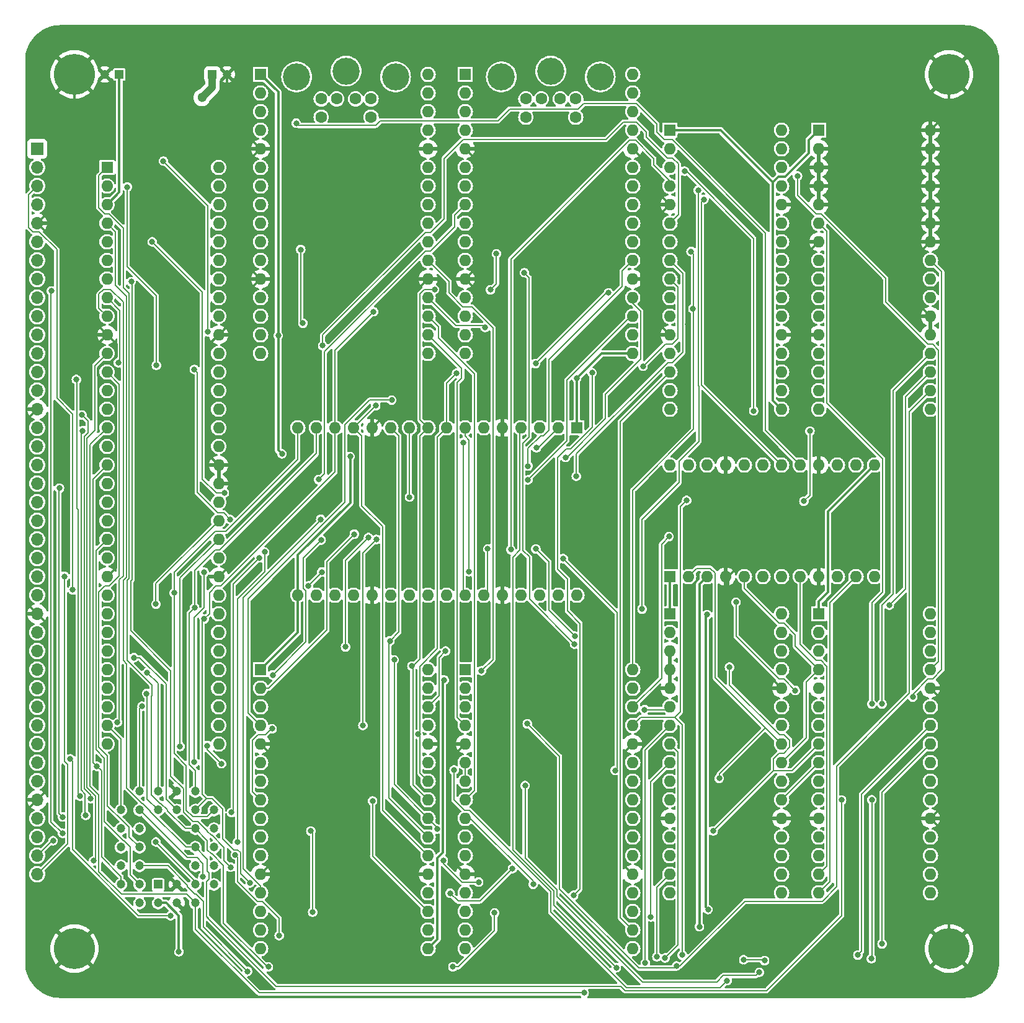
<source format=gbr>
%TF.GenerationSoftware,KiCad,Pcbnew,7.0.5*%
%TF.CreationDate,2023-12-17T20:27:19+02:00*%
%TF.ProjectId,PS2 Board,50533220-426f-4617-9264-2e6b69636164,rev?*%
%TF.SameCoordinates,Original*%
%TF.FileFunction,Copper,L2,Bot*%
%TF.FilePolarity,Positive*%
%FSLAX46Y46*%
G04 Gerber Fmt 4.6, Leading zero omitted, Abs format (unit mm)*
G04 Created by KiCad (PCBNEW 7.0.5) date 2023-12-17 20:27:19*
%MOMM*%
%LPD*%
G01*
G04 APERTURE LIST*
%TA.AperFunction,ComponentPad*%
%ADD10R,1.200000X1.200000*%
%TD*%
%TA.AperFunction,ComponentPad*%
%ADD11C,1.200000*%
%TD*%
%TA.AperFunction,ComponentPad*%
%ADD12R,1.600000X1.600000*%
%TD*%
%TA.AperFunction,ComponentPad*%
%ADD13O,1.600000X1.600000*%
%TD*%
%TA.AperFunction,ComponentPad*%
%ADD14C,5.600000*%
%TD*%
%TA.AperFunction,ComponentPad*%
%ADD15C,3.700000*%
%TD*%
%TA.AperFunction,ComponentPad*%
%ADD16C,1.600000*%
%TD*%
%TA.AperFunction,ComponentPad*%
%ADD17R,1.700000X1.700000*%
%TD*%
%TA.AperFunction,ComponentPad*%
%ADD18O,1.700000X1.700000*%
%TD*%
%TA.AperFunction,ViaPad*%
%ADD19C,0.800000*%
%TD*%
%TA.AperFunction,ViaPad*%
%ADD20C,1.300000*%
%TD*%
%TA.AperFunction,Conductor*%
%ADD21C,0.200000*%
%TD*%
%TA.AperFunction,Conductor*%
%ADD22C,0.380000*%
%TD*%
%TA.AperFunction,Conductor*%
%ADD23C,1.000000*%
%TD*%
G04 APERTURE END LIST*
D10*
%TO.P,IC1,1,N.C.*%
%TO.N,unconnected-(IC1-N.C.-Pad1)*%
X67310000Y-148717000D03*
D11*
%TO.P,IC1,2,A16*%
%TO.N,/GND*%
X69850000Y-151257000D03*
%TO.P,IC1,3,A15*%
X69850000Y-148717000D03*
%TO.P,IC1,4,A12*%
%TO.N,/A12*%
X72390000Y-151257000D03*
%TO.P,IC1,5,A7*%
%TO.N,/A7*%
X74930000Y-148717000D03*
%TO.P,IC1,6,A6*%
%TO.N,/A6*%
X72390000Y-148717000D03*
%TO.P,IC1,7,A5*%
%TO.N,/A5*%
X74930000Y-146177000D03*
%TO.P,IC1,8,A4*%
%TO.N,/A4*%
X72390000Y-146177000D03*
%TO.P,IC1,9,A3*%
%TO.N,/A3*%
X74930000Y-143637000D03*
%TO.P,IC1,10,A2*%
%TO.N,/A2*%
X72390000Y-143637000D03*
%TO.P,IC1,11,A1*%
%TO.N,/A1*%
X74930000Y-141097000D03*
%TO.P,IC1,12,A0*%
%TO.N,/A0*%
X72390000Y-141097000D03*
%TO.P,IC1,13,DQ0*%
%TO.N,/D0*%
X74930000Y-138557000D03*
%TO.P,IC1,14,DQ1*%
%TO.N,/D1*%
X72390000Y-136017000D03*
%TO.P,IC1,15,DQ2*%
%TO.N,/D2*%
X72390000Y-138557000D03*
%TO.P,IC1,16,GND*%
%TO.N,/GND*%
X69850000Y-136017000D03*
%TO.P,IC1,17,DQ3*%
%TO.N,/D3*%
X69850000Y-138557000D03*
%TO.P,IC1,18,DQ4*%
%TO.N,/D4*%
X67310000Y-136017000D03*
%TO.P,IC1,19,DQ5*%
%TO.N,/D5*%
X67310000Y-138557000D03*
%TO.P,IC1,20,DQ6*%
%TO.N,/D6*%
X64770000Y-136017000D03*
%TO.P,IC1,21,DQ7*%
%TO.N,/D7*%
X62230000Y-138557000D03*
%TO.P,IC1,22,~{CE}*%
%TO.N,/~{Device ROM}*%
X64770000Y-138557000D03*
%TO.P,IC1,23,A10*%
%TO.N,/A10*%
X62230000Y-141097000D03*
%TO.P,IC1,24,~{OE}*%
%TO.N,/~{RD}*%
X64770000Y-141097000D03*
%TO.P,IC1,25,A11*%
%TO.N,/A11*%
X62230000Y-143637000D03*
%TO.P,IC1,26,A9*%
%TO.N,/A9*%
X64770000Y-143637000D03*
%TO.P,IC1,27,A8*%
%TO.N,/A8*%
X62230000Y-146177000D03*
%TO.P,IC1,28,A13*%
%TO.N,/A13*%
X64770000Y-146177000D03*
%TO.P,IC1,29,A14*%
%TO.N,/A14*%
X62230000Y-148717000D03*
%TO.P,IC1,30,N.C.*%
%TO.N,unconnected-(IC1-N.C.-Pad30)*%
X64770000Y-151257000D03*
%TO.P,IC1,31,~{WE}*%
%TO.N,/~{WD}*%
X64770000Y-148717000D03*
%TO.P,IC1,32,3V*%
%TO.N,/3.3V*%
X67310000Y-151257000D03*
%TD*%
D12*
%TO.P,B4,1,5V*%
%TO.N,/5V*%
X137160000Y-106680000D03*
D13*
%TO.P,B4,2,~{Device_RAM}*%
%TO.N,/~{Device ROM}*%
X139700000Y-106680000D03*
%TO.P,B4,3,~{Device_Registers}*%
%TO.N,/3.3V*%
X142240000Y-106680000D03*
%TO.P,B4,4,GND*%
%TO.N,/GND*%
X144780000Y-106680000D03*
%TO.P,B4,5,~{Device_ROM}*%
%TO.N,/~{Device Registers}*%
X147320000Y-106680000D03*
%TO.P,B4,6,N.C.*%
%TO.N,unconnected-(B4-N.C.-Pad6)*%
X149860000Y-106680000D03*
%TO.P,B4,7,N.C.*%
%TO.N,unconnected-(B4-N.C.-Pad7)*%
X152400000Y-106680000D03*
%TO.P,B4,8,~{WD}*%
%TO.N,/~{RD}*%
X154940000Y-106680000D03*
%TO.P,B4,9,GND*%
%TO.N,/GND*%
X157480000Y-106680000D03*
%TO.P,B4,10,N.C.*%
%TO.N,unconnected-(B4-N.C.-Pad10)*%
X160020000Y-106680000D03*
%TO.P,B4,11,~{RD}*%
%TO.N,/~{WD}*%
X162560000Y-106680000D03*
%TO.P,B4,12,N.C.*%
%TO.N,unconnected-(B4-N.C.-Pad12)*%
X165100000Y-106680000D03*
%TO.P,B4,13,5V*%
%TO.N,/5V*%
X165100000Y-91440000D03*
%TO.P,B4,14,N.C.*%
%TO.N,unconnected-(B4-N.C.-Pad14)*%
X162560000Y-91440000D03*
%TO.P,B4,15,N.C.*%
%TO.N,unconnected-(B4-N.C.-Pad15)*%
X160020000Y-91440000D03*
%TO.P,B4,16,GND*%
%TO.N,/GND*%
X157480000Y-91440000D03*
%TO.P,B4,17,H0_{OUT}*%
%TO.N,/H0_{OUT}*%
X154940000Y-91440000D03*
%TO.P,B4,18,H1_{OUT}*%
%TO.N,/H1_{OUT}*%
X152400000Y-91440000D03*
%TO.P,B4,19,H2_{OUT}*%
%TO.N,/H2_{OUT}*%
X149860000Y-91440000D03*
%TO.P,B4,20,N.C.*%
%TO.N,unconnected-(B4-N.C.-Pad20)*%
X147320000Y-91440000D03*
%TO.P,B4,21,GND*%
%TO.N,/GND*%
X144780000Y-91440000D03*
%TO.P,B4,22,N.C.*%
%TO.N,unconnected-(B4-N.C.-Pad22)*%
X142240000Y-91440000D03*
%TO.P,B4,23,N.C.*%
%TO.N,unconnected-(B4-N.C.-Pad23)*%
X139700000Y-91440000D03*
%TO.P,B4,24,N.C.*%
%TO.N,unconnected-(B4-N.C.-Pad24)*%
X137160000Y-91440000D03*
%TD*%
D12*
%TO.P,B11,1,5V*%
%TO.N,/5V*%
X137160000Y-111760000D03*
D13*
%TO.P,B11,2,~{Device_Select}*%
%TO.N,/~{Device Select}*%
X137160000Y-114300000D03*
%TO.P,B11,3,A16*%
%TO.N,/GND*%
X137160000Y-116840000D03*
%TO.P,B11,4,A15*%
X137160000Y-119380000D03*
%TO.P,B11,5,GND*%
X137160000Y-121920000D03*
%TO.P,B11,6,A14*%
%TO.N,/A14*%
X137160000Y-124460000D03*
%TO.P,B11,7,A13*%
%TO.N,/A13*%
X137160000Y-127000000D03*
%TO.P,B11,8,A12*%
%TO.N,/A12*%
X137160000Y-129540000D03*
%TO.P,B11,9,A11*%
%TO.N,/A11*%
X137160000Y-132080000D03*
%TO.P,B11,10,A10*%
%TO.N,/A10*%
X137160000Y-134620000D03*
%TO.P,B11,11,A4*%
%TO.N,/A4*%
X137160000Y-137160000D03*
%TO.P,B11,12,GND*%
%TO.N,/GND*%
X137160000Y-139700000D03*
%TO.P,B11,13,A3*%
%TO.N,/A3*%
X137160000Y-142240000D03*
%TO.P,B11,14,N.C.*%
%TO.N,unconnected-(B11-N.C.-Pad14)*%
X137160000Y-144780000D03*
%TO.P,B11,15,~{Reset}_{IN}*%
%TO.N,/~{Reset} _{IN}*%
X137160000Y-147320000D03*
%TO.P,B11,16,N.C.*%
%TO.N,unconnected-(B11-N.C.-Pad16)*%
X137160000Y-149860000D03*
%TO.P,B11,17,5V*%
%TO.N,/5V*%
X152400000Y-149860000D03*
%TO.P,B11,18,Reset_{OUT}*%
%TO.N,unconnected-(B11-Reset_{OUT}-Pad18)*%
X152400000Y-147320000D03*
%TO.P,B11,19,~{Reset}_{OUT}*%
%TO.N,/~{Reset}*%
X152400000Y-144780000D03*
%TO.P,B11,20,~{A3}*%
%TO.N,unconnected-(B11-~{A3}-Pad20)*%
X152400000Y-142240000D03*
%TO.P,B11,21,GND*%
%TO.N,/GND*%
X152400000Y-139700000D03*
%TO.P,B11,22,~{A4}*%
%TO.N,/~{A4}*%
X152400000Y-137160000D03*
%TO.P,B11,23,~{Device_RAM}*%
%TO.N,unconnected-(B11-~{Device_RAM}-Pad23)*%
X152400000Y-134620000D03*
%TO.P,B11,24,~{Device_Registers}*%
%TO.N,/~{Device Registers}*%
X152400000Y-132080000D03*
%TO.P,B11,25,~{Device_ROM}*%
%TO.N,/~{Device ROM}*%
X152400000Y-129540000D03*
%TO.P,B11,26,N.C.*%
%TO.N,unconnected-(B11-N.C.-Pad26)*%
X152400000Y-127000000D03*
%TO.P,B11,27,N.C.*%
%TO.N,unconnected-(B11-N.C.-Pad27)*%
X152400000Y-124460000D03*
%TO.P,B11,28,GND*%
%TO.N,/GND*%
X152400000Y-121920000D03*
%TO.P,B11,29,N.C.*%
%TO.N,unconnected-(B11-N.C.-Pad29)*%
X152400000Y-119380000D03*
%TO.P,B11,30,N.C.*%
%TO.N,unconnected-(B11-N.C.-Pad30)*%
X152400000Y-116840000D03*
%TO.P,B11,31,N.C.*%
%TO.N,unconnected-(B11-N.C.-Pad31)*%
X152400000Y-114300000D03*
%TO.P,B11,32,N.C.*%
%TO.N,unconnected-(B11-N.C.-Pad32)*%
X152400000Y-111760000D03*
%TD*%
D14*
%TO.P,H3,1,GND*%
%TO.N,/GND*%
X175260000Y-157480000D03*
%TD*%
%TO.P,H2,1,GND*%
%TO.N,/GND*%
X55880000Y-157480000D03*
%TD*%
D10*
%TO.P,C4,1*%
%TO.N,/12V*%
X74708000Y-38100000D03*
D11*
%TO.P,C4,2*%
%TO.N,/GND*%
X76708000Y-38100000D03*
%TD*%
D12*
%TO.P,B1,1,5V*%
%TO.N,/5V*%
X137160000Y-45720000D03*
D13*
%TO.P,B1,2,Read*%
%TO.N,/Read Direct*%
X137160000Y-48260000D03*
%TO.P,B1,3,Write*%
%TO.N,/Write Direct*%
X137160000Y-50800000D03*
%TO.P,B1,4,Enable*%
%TO.N,/Enable*%
X137160000Y-53340000D03*
%TO.P,B1,5,GND*%
%TO.N,/GND*%
X137160000Y-55880000D03*
%TO.P,B1,6,D7*%
%TO.N,/D7*%
X137160000Y-58420000D03*
%TO.P,B1,7,D6*%
%TO.N,/D6*%
X137160000Y-60960000D03*
%TO.P,B1,8,D5*%
%TO.N,/D5*%
X137160000Y-63500000D03*
%TO.P,B1,9,D4*%
%TO.N,/D4*%
X137160000Y-66040000D03*
%TO.P,B1,10,D3*%
%TO.N,/D3*%
X137160000Y-68580000D03*
%TO.P,B1,11,D2*%
%TO.N,/D2*%
X137160000Y-71120000D03*
%TO.P,B1,12,GND*%
%TO.N,/GND*%
X137160000Y-73660000D03*
%TO.P,B1,13,D1*%
%TO.N,/D1*%
X137160000Y-76200000D03*
%TO.P,B1,14,D0*%
%TO.N,/D0*%
X137160000Y-78740000D03*
%TO.P,B1,15,N.C.*%
%TO.N,unconnected-(B1-N.C.-Pad15)*%
X137160000Y-81280000D03*
%TO.P,B1,16,N.C.*%
%TO.N,unconnected-(B1-N.C.-Pad16)*%
X137160000Y-83820000D03*
%TO.P,B1,17,5V*%
%TO.N,/5V*%
X152400000Y-83820000D03*
%TO.P,B1,18,N.C.*%
%TO.N,unconnected-(B1-N.C.-Pad18)*%
X152400000Y-81280000D03*
%TO.P,B1,19,N.C.*%
%TO.N,unconnected-(B1-N.C.-Pad19)*%
X152400000Y-78740000D03*
%TO.P,B1,20,GPIO3*%
%TO.N,/PS2 Clock_{ 2}*%
X152400000Y-76200000D03*
%TO.P,B1,21,GND*%
%TO.N,/GND*%
X152400000Y-73660000D03*
%TO.P,B1,22,GPIO2*%
%TO.N,/PS2 Data_{ 2}*%
X152400000Y-71120000D03*
%TO.P,B1,23,N.C.*%
%TO.N,unconnected-(B1-N.C.-Pad23)*%
X152400000Y-68580000D03*
%TO.P,B1,24,N.C.*%
%TO.N,unconnected-(B1-N.C.-Pad24)*%
X152400000Y-66040000D03*
%TO.P,B1,25,N.C.*%
%TO.N,unconnected-(B1-N.C.-Pad25)*%
X152400000Y-63500000D03*
%TO.P,B1,26,N.C.*%
%TO.N,unconnected-(B1-N.C.-Pad26)*%
X152400000Y-60960000D03*
%TO.P,B1,27,GPIO1*%
%TO.N,/PS2 Clock_{ 1}*%
X152400000Y-58420000D03*
%TO.P,B1,28,GND*%
%TO.N,/GND*%
X152400000Y-55880000D03*
%TO.P,B1,29,GPIO0*%
%TO.N,/PS2 Data_{ 1}*%
X152400000Y-53340000D03*
%TO.P,B1,30,N.C.*%
%TO.N,unconnected-(B1-N.C.-Pad30)*%
X152400000Y-50800000D03*
%TO.P,B1,31,N.C.*%
%TO.N,unconnected-(B1-N.C.-Pad31)*%
X152400000Y-48260000D03*
%TO.P,B1,32,N.C.*%
%TO.N,unconnected-(B1-N.C.-Pad32)*%
X152400000Y-45720000D03*
%TD*%
D12*
%TO.P,B5,1,5V*%
%TO.N,/5V*%
X157480000Y-45720000D03*
D13*
%TO.P,B5,2,S13*%
%TO.N,/GND*%
X157480000Y-48260000D03*
%TO.P,B5,3,S14*%
X157480000Y-50800000D03*
%TO.P,B5,4,S15*%
X157480000Y-53340000D03*
%TO.P,B5,5,GND*%
X157480000Y-55880000D03*
%TO.P,B5,6,Read_State_Low*%
%TO.N,/Read State*%
X157480000Y-58420000D03*
%TO.P,B5,7,Read_State_High*%
%TO.N,/GND*%
X157480000Y-60960000D03*
%TO.P,B5,8,D7*%
%TO.N,/D7*%
X157480000Y-63500000D03*
%TO.P,B5,9,D6*%
%TO.N,/D6*%
X157480000Y-66040000D03*
%TO.P,B5,10,D5*%
%TO.N,/D5*%
X157480000Y-68580000D03*
%TO.P,B5,11,D4*%
%TO.N,/D4*%
X157480000Y-71120000D03*
%TO.P,B5,12,GND*%
%TO.N,/GND*%
X157480000Y-73660000D03*
%TO.P,B5,13,D3*%
%TO.N,/D3*%
X157480000Y-76200000D03*
%TO.P,B5,14,D2*%
%TO.N,/D2*%
X157480000Y-78740000D03*
%TO.P,B5,15,D1*%
%TO.N,/D1*%
X157480000Y-81280000D03*
%TO.P,B5,16,D0*%
%TO.N,/D0*%
X157480000Y-83820000D03*
%TO.P,B5,17,5V*%
%TO.N,/5V*%
X172720000Y-83820000D03*
%TO.P,B5,18,S0*%
%TO.N,/~{Packet Waiting}_{ 1}*%
X172720000Y-81280000D03*
%TO.P,B5,19,S1*%
%TO.N,/~{Code Waiting}_{ 1}*%
X172720000Y-78740000D03*
%TO.P,B5,20,S2*%
%TO.N,/~{Output Ready}_{ 1}*%
X172720000Y-76200000D03*
%TO.P,B5,21,GND*%
%TO.N,/GND*%
X172720000Y-73660000D03*
%TO.P,B5,22,S3*%
X172720000Y-71120000D03*
%TO.P,B5,23,S4*%
%TO.N,/~{Packet Waiting}_{ 2}*%
X172720000Y-68580000D03*
%TO.P,B5,24,S5*%
%TO.N,/~{Code Waiting}_{ 2}*%
X172720000Y-66040000D03*
%TO.P,B5,25,S6*%
%TO.N,/~{Output Ready}_{ 2}*%
X172720000Y-63500000D03*
%TO.P,B5,26,S7*%
%TO.N,/GND*%
X172720000Y-60960000D03*
%TO.P,B5,27,S8*%
X172720000Y-58420000D03*
%TO.P,B5,28,GND*%
X172720000Y-55880000D03*
%TO.P,B5,29,S9*%
X172720000Y-53340000D03*
%TO.P,B5,30,S10*%
X172720000Y-50800000D03*
%TO.P,B5,31,S11*%
X172720000Y-48260000D03*
%TO.P,B5,32,S12*%
X172720000Y-45720000D03*
%TD*%
D10*
%TO.P,C3,1*%
%TO.N,/5V*%
X62008000Y-38100000D03*
D11*
%TO.P,C3,2*%
%TO.N,/GND*%
X60008000Y-38100000D03*
%TD*%
D15*
%TO.P,B7,*%
%TO.N,*%
X86214000Y-38442800D03*
D16*
X89564000Y-41442800D03*
X89564000Y-43942800D03*
X91664000Y-41442800D03*
D15*
X92964000Y-37642800D03*
D16*
X94264000Y-41442800D03*
X96364000Y-41442800D03*
X96364000Y-43942800D03*
D15*
X99714000Y-38442800D03*
D12*
%TO.P,B7,1,5V*%
%TO.N,/5V*%
X81280000Y-38100000D03*
D13*
%TO.P,B7,2,N.C.*%
%TO.N,unconnected-(B7-N.C.-Pad2)*%
X81280000Y-40640000D03*
%TO.P,B7,3,N.C.*%
%TO.N,unconnected-(B7-N.C.-Pad3)*%
X81280000Y-43180000D03*
%TO.P,B7,4,N.C.*%
%TO.N,unconnected-(B7-N.C.-Pad4)*%
X81280000Y-45720000D03*
%TO.P,B7,5,GND*%
%TO.N,/GND*%
X81280000Y-48260000D03*
%TO.P,B7,6,Data*%
%TO.N,/PS2 Data_{ 2}*%
X81280000Y-50800000D03*
%TO.P,B7,7,Clock*%
%TO.N,/PS2 Clock_{ 2}*%
X81280000Y-53340000D03*
%TO.P,B7,8,~{Clock}*%
%TO.N,/~{PS2 Clock}_{ 2}*%
X81280000Y-55880000D03*
%TO.P,B7,9,N.C.*%
%TO.N,unconnected-(B7-N.C.-Pad9)*%
X81280000Y-58420000D03*
%TO.P,B7,10,RC_Packet_Pulse*%
%TO.N,unconnected-(B7-RC_Packet_Pulse-Pad10)*%
X81280000Y-60960000D03*
%TO.P,B7,11,N.C.*%
%TO.N,unconnected-(B7-N.C.-Pad11)*%
X81280000Y-63500000D03*
%TO.P,B7,12,GND*%
%TO.N,/GND*%
X81280000Y-66040000D03*
%TO.P,B7,13,N.C.*%
%TO.N,unconnected-(B7-N.C.-Pad13)*%
X81280000Y-68580000D03*
%TO.P,B7,14,N.C.*%
%TO.N,unconnected-(B7-N.C.-Pad14)*%
X81280000Y-71120000D03*
%TO.P,B7,15,N.C.*%
%TO.N,unconnected-(B7-N.C.-Pad15)*%
X81280000Y-73660000D03*
%TO.P,B7,16,N.C.*%
%TO.N,unconnected-(B7-N.C.-Pad16)*%
X81280000Y-76200000D03*
%TO.P,B7,17,5V*%
%TO.N,/5V*%
X104140000Y-76200000D03*
%TO.P,B7,18,~{Code_Pulse}*%
%TO.N,/PS2 Code Pulse_{ 2}*%
X104140000Y-73660000D03*
%TO.P,B7,19,Packet_Pulse*%
%TO.N,/PS2 Packet Pulse_{ 2}*%
X104140000Y-71120000D03*
%TO.P,B7,20,Packet_Pulse_{2}*%
%TO.N,/PS2 Packet Pulse_{2} _{ 2}*%
X104140000Y-68580000D03*
%TO.P,B7,21,GND*%
%TO.N,/GND*%
X104140000Y-66040000D03*
%TO.P,B7,22,~{Packet_Pulse}*%
%TO.N,/~{PS2 Packet Pulse}_{ 2}*%
X104140000Y-63500000D03*
%TO.P,B7,23,RC_Code_Pulse*%
%TO.N,unconnected-(B7-RC_Code_Pulse-Pad23)*%
X104140000Y-60960000D03*
%TO.P,B7,24,N.C.*%
%TO.N,unconnected-(B7-N.C.-Pad24)*%
X104140000Y-58420000D03*
%TO.P,B7,25,N.C.*%
%TO.N,unconnected-(B7-N.C.-Pad25)*%
X104140000Y-55880000D03*
%TO.P,B7,26,N.C.*%
%TO.N,unconnected-(B7-N.C.-Pad26)*%
X104140000Y-53340000D03*
%TO.P,B7,27,N.C.*%
%TO.N,unconnected-(B7-N.C.-Pad27)*%
X104140000Y-50800000D03*
%TO.P,B7,28,GND*%
%TO.N,/GND*%
X104140000Y-48260000D03*
%TO.P,B7,29,N.C.*%
%TO.N,unconnected-(B7-N.C.-Pad29)*%
X104140000Y-45720000D03*
%TO.P,B7,30,N.C.*%
%TO.N,unconnected-(B7-N.C.-Pad30)*%
X104140000Y-43180000D03*
%TO.P,B7,31,N.C.*%
%TO.N,unconnected-(B7-N.C.-Pad31)*%
X104140000Y-40640000D03*
%TO.P,B7,32,N.C.*%
%TO.N,unconnected-(B7-N.C.-Pad32)*%
X104140000Y-38100000D03*
%TD*%
D12*
%TO.P,B3,1,5V*%
%TO.N,/5V*%
X81280000Y-119380000D03*
D13*
%TO.P,B3,2,~{Packet_Pulse}*%
%TO.N,/~{PS2 Packet Pulse}_{ 1}*%
X81280000Y-121920000D03*
%TO.P,B3,3,Read*%
%TO.N,/Read PS2 FIFO_{ 1}*%
X81280000Y-124460000D03*
%TO.P,B3,4,~{Code_Pulse}*%
%TO.N,/PS2 Code Pulse_{ 1}*%
X81280000Y-127000000D03*
%TO.P,B3,5,GND*%
%TO.N,/GND*%
X81280000Y-129540000D03*
%TO.P,B3,6,~{Clear_Packet_Waiting}*%
%TO.N,/~{Write Clear Interrupt} _{1}*%
X81280000Y-132080000D03*
%TO.P,B3,7,~{Clear_Code_Waiting}*%
X81280000Y-134620000D03*
%TO.P,B3,8,Packet_Pulse*%
%TO.N,/PS2 Packet Pulse_{ 1}*%
X81280000Y-137160000D03*
%TO.P,B3,9,~{Reset}*%
%TO.N,/~{Reset}*%
X81280000Y-139700000D03*
%TO.P,B3,10,N.C.*%
%TO.N,unconnected-(B3-N.C.-Pad10)*%
X81280000Y-142240000D03*
%TO.P,B3,11,N.C.*%
%TO.N,unconnected-(B3-N.C.-Pad11)*%
X81280000Y-144780000D03*
%TO.P,B3,12,GND*%
%TO.N,/GND*%
X81280000Y-147320000D03*
%TO.P,B3,13,Packet_Pulse_{2}*%
%TO.N,/PS2 Packet Pulse_{2} _{ 1}*%
X81280000Y-149860000D03*
%TO.P,B3,14,N.C.*%
%TO.N,unconnected-(B3-N.C.-Pad14)*%
X81280000Y-152400000D03*
%TO.P,B3,15,N.C.*%
%TO.N,unconnected-(B3-N.C.-Pad15)*%
X81280000Y-154940000D03*
%TO.P,B3,16,N.C.*%
%TO.N,unconnected-(B3-N.C.-Pad16)*%
X81280000Y-157480000D03*
%TO.P,B3,17,5V*%
%TO.N,/5V*%
X104140000Y-157480000D03*
%TO.P,B3,18,D0*%
%TO.N,/D0*%
X104140000Y-154940000D03*
%TO.P,B3,19,D1*%
%TO.N,/D1*%
X104140000Y-152400000D03*
%TO.P,B3,20,D2*%
%TO.N,/D2*%
X104140000Y-149860000D03*
%TO.P,B3,21,GND*%
%TO.N,/GND*%
X104140000Y-147320000D03*
%TO.P,B3,22,D3*%
%TO.N,/D3*%
X104140000Y-144780000D03*
%TO.P,B3,23,D4*%
%TO.N,/D4*%
X104140000Y-142240000D03*
%TO.P,B3,24,D5*%
%TO.N,/D5*%
X104140000Y-139700000D03*
%TO.P,B3,25,D6*%
%TO.N,/D6*%
X104140000Y-137160000D03*
%TO.P,B3,26,D7*%
%TO.N,/D7*%
X104140000Y-134620000D03*
%TO.P,B3,27,Output_Ready*%
%TO.N,/~{Output Ready}_{ 1}*%
X104140000Y-132080000D03*
%TO.P,B3,28,GND*%
%TO.N,/GND*%
X104140000Y-129540000D03*
%TO.P,B3,29,~{Packet_Waiting}*%
%TO.N,/~{Packet Waiting}_{ 1}*%
X104140000Y-127000000D03*
%TO.P,B3,30,~{Code_Waiting}*%
%TO.N,/~{Code Waiting}_{ 1}*%
X104140000Y-124460000D03*
%TO.P,B3,31,~{Clock}*%
%TO.N,/~{PS2 Clock}_{ 1}*%
X104140000Y-121920000D03*
%TO.P,B3,32,Data*%
%TO.N,/PS2 Data_{ 1}*%
X104140000Y-119380000D03*
%TD*%
D12*
%TO.P,B6,1,A0*%
%TO.N,/A0*%
X60325000Y-50800000D03*
D13*
%TO.P,B6,2,A1*%
%TO.N,/A1*%
X60325000Y-53340000D03*
%TO.P,B6,3,5V*%
%TO.N,/5V*%
X60325000Y-55880000D03*
%TO.P,B6,4,A2*%
%TO.N,/A2*%
X60325000Y-58420000D03*
%TO.P,B6,5,A3*%
%TO.N,/A3*%
X60325000Y-60960000D03*
%TO.P,B6,6,A4*%
%TO.N,/A4*%
X60325000Y-63500000D03*
%TO.P,B6,7,A5*%
%TO.N,/A5*%
X60325000Y-66040000D03*
%TO.P,B6,8,A6*%
%TO.N,/A6*%
X60325000Y-68580000D03*
%TO.P,B6,9,A7*%
%TO.N,/A7*%
X60325000Y-71120000D03*
%TO.P,B6,10,GND*%
%TO.N,/GND*%
X60325000Y-73660000D03*
%TO.P,B6,11,A8*%
%TO.N,/A8*%
X60325000Y-76200000D03*
%TO.P,B6,12,A9*%
%TO.N,/A9*%
X60325000Y-78740000D03*
%TO.P,B6,13,A10*%
%TO.N,/A10*%
X60325000Y-81280000D03*
%TO.P,B6,14,A11*%
%TO.N,/A11*%
X60325000Y-83820000D03*
%TO.P,B6,15,A12*%
%TO.N,/A12*%
X60325000Y-86360000D03*
%TO.P,B6,16,A13*%
%TO.N,/A13*%
X60325000Y-88900000D03*
%TO.P,B6,17,A14*%
%TO.N,/A14*%
X60325000Y-91440000D03*
%TO.P,B6,18,A15*%
%TO.N,unconnected-(B6-A15-Pad18)*%
X60325000Y-93980000D03*
%TO.P,B6,19,A16*%
%TO.N,unconnected-(B6-A16-Pad19)*%
X60325000Y-96520000D03*
%TO.P,B6,20,S*%
%TO.N,/PHI2*%
X60325000Y-99060000D03*
%TO.P,B6,21,~{WD}*%
%TO.N,/~{WD}*%
X60325000Y-101600000D03*
%TO.P,B6,22,~{RD}*%
%TO.N,/~{RD}*%
X60325000Y-104140000D03*
%TO.P,B6,23,GND*%
%TO.N,/GND*%
X60325000Y-106680000D03*
%TO.P,B6,24,D0*%
%TO.N,/D0*%
X60325000Y-109220000D03*
%TO.P,B6,25,D1*%
%TO.N,/D1*%
X60325000Y-111760000D03*
%TO.P,B6,26,D2*%
%TO.N,/D2*%
X60325000Y-114300000D03*
%TO.P,B6,27,D3*%
%TO.N,/D3*%
X60325000Y-116840000D03*
%TO.P,B6,28,D4*%
%TO.N,/D4*%
X60325000Y-119380000D03*
%TO.P,B6,29,D5*%
%TO.N,/D5*%
X60325000Y-121920000D03*
%TO.P,B6,30,D6*%
%TO.N,/D6*%
X60325000Y-124460000D03*
%TO.P,B6,31,D7*%
%TO.N,/D7*%
X60325000Y-127000000D03*
%TO.P,B6,32,Deivce_~{CS}*%
%TO.N,/~{Device Select}*%
X60325000Y-129540000D03*
%TO.P,B6,33,Deivce_~{CS}_{IN}*%
%TO.N,/~{Device Select} _{IN}*%
X75565000Y-129540000D03*
%TO.P,B6,34,D7_{IN/OUT}*%
%TO.N,/D7_{IN{slash}OUT}*%
X75565000Y-127000000D03*
%TO.P,B6,35,5V*%
%TO.N,/5V*%
X75565000Y-124460000D03*
%TO.P,B6,36,D6_{IN/OUT}*%
%TO.N,/D6_{IN{slash}OUT}*%
X75565000Y-121920000D03*
%TO.P,B6,37,D5_{IN/OUT}*%
%TO.N,/D5_{IN{slash}OUT}*%
X75565000Y-119380000D03*
%TO.P,B6,38,D4_{IN/OUT}*%
%TO.N,/D4_{IN{slash}OUT}*%
X75565000Y-116840000D03*
%TO.P,B6,39,D3_{IN/OUT}*%
%TO.N,/D3_{IN{slash}OUT}*%
X75565000Y-114300000D03*
%TO.P,B6,40,D2_{IN/OUT}*%
%TO.N,/D2_{IN{slash}OUT}*%
X75565000Y-111760000D03*
%TO.P,B6,41,D1_{IN/OUT}*%
%TO.N,/D1_{IN{slash}OUT}*%
X75565000Y-109220000D03*
%TO.P,B6,42,GND*%
%TO.N,/GND*%
X75565000Y-106680000D03*
%TO.P,B6,43,D0_{IN/OUT}*%
%TO.N,/D0_{IN{slash}OUT}*%
X75565000Y-104140000D03*
%TO.P,B6,44,~{RD}_{IN}*%
%TO.N,/~{RD}_{IN}*%
X75565000Y-101600000D03*
%TO.P,B6,45,~{WD}_{IN}*%
%TO.N,/~{WD}_{IN}*%
X75565000Y-99060000D03*
%TO.P,B6,46,S_{IN}*%
%TO.N,/PHI2_{IN}*%
X75565000Y-96520000D03*
%TO.P,B6,47,A16_{IN}*%
%TO.N,/GND*%
X75565000Y-93980000D03*
%TO.P,B6,48,A15_{IN}*%
X75565000Y-91440000D03*
%TO.P,B6,49,A14_{IN}*%
%TO.N,/A14_{IN}*%
X75565000Y-88900000D03*
%TO.P,B6,50,A13_{IN}*%
%TO.N,/A13_{IN}*%
X75565000Y-86360000D03*
%TO.P,B6,51,A12_{IN}*%
%TO.N,/A12_{IN}*%
X75565000Y-83820000D03*
%TO.P,B6,52,A11_{IN}*%
%TO.N,/A11_{IN}*%
X75565000Y-81280000D03*
%TO.P,B6,53,A10_{IN}*%
%TO.N,/A10_{IN}*%
X75565000Y-78740000D03*
%TO.P,B6,54,A9_{IN}*%
%TO.N,/A9_{IN}*%
X75565000Y-76200000D03*
%TO.P,B6,55,GND*%
%TO.N,/GND*%
X75565000Y-73660000D03*
%TO.P,B6,56,A8_{IN}*%
%TO.N,/A8_{IN}*%
X75565000Y-71120000D03*
%TO.P,B6,57,A7_{IN}*%
%TO.N,/A7_{IN}*%
X75565000Y-68580000D03*
%TO.P,B6,58,A6_{IN}*%
%TO.N,/A6_{IN}*%
X75565000Y-66040000D03*
%TO.P,B6,59,A5_{IN}*%
%TO.N,/A5_{IN}*%
X75565000Y-63500000D03*
%TO.P,B6,60,A4_{IN}*%
%TO.N,/A4_{IN}*%
X75565000Y-60960000D03*
%TO.P,B6,61,A3_{IN}*%
%TO.N,/A3_{IN}*%
X75565000Y-58420000D03*
%TO.P,B6,62,A2_{IN}*%
%TO.N,/A2_{IN}*%
X75565000Y-55880000D03*
%TO.P,B6,63,A1_{IN}*%
%TO.N,/A1_{IN}*%
X75565000Y-53340000D03*
%TO.P,B6,64,A0_{IN}*%
%TO.N,/A0_{IN}*%
X75565000Y-50800000D03*
%TD*%
D15*
%TO.P,B2,*%
%TO.N,*%
X114154000Y-38442800D03*
D16*
X117504000Y-41442800D03*
X117504000Y-43942800D03*
X119604000Y-41442800D03*
D15*
X120904000Y-37642800D03*
D16*
X122204000Y-41442800D03*
X124304000Y-41442800D03*
X124304000Y-43942800D03*
D15*
X127654000Y-38442800D03*
D12*
%TO.P,B2,1,5V*%
%TO.N,/5V*%
X109220000Y-38100000D03*
D13*
%TO.P,B2,2,N.C.*%
%TO.N,unconnected-(B2-N.C.-Pad2)*%
X109220000Y-40640000D03*
%TO.P,B2,3,N.C.*%
%TO.N,unconnected-(B2-N.C.-Pad3)*%
X109220000Y-43180000D03*
%TO.P,B2,4,N.C.*%
%TO.N,unconnected-(B2-N.C.-Pad4)*%
X109220000Y-45720000D03*
%TO.P,B2,5,GND*%
%TO.N,/GND*%
X109220000Y-48260000D03*
%TO.P,B2,6,Data*%
%TO.N,/PS2 Data_{ 1}*%
X109220000Y-50800000D03*
%TO.P,B2,7,Clock*%
%TO.N,/PS2 Clock_{ 1}*%
X109220000Y-53340000D03*
%TO.P,B2,8,~{Clock}*%
%TO.N,/~{PS2 Clock}_{ 1}*%
X109220000Y-55880000D03*
%TO.P,B2,9,N.C.*%
%TO.N,unconnected-(B2-N.C.-Pad9)*%
X109220000Y-58420000D03*
%TO.P,B2,10,RC_Packet_Pulse*%
%TO.N,unconnected-(B2-RC_Packet_Pulse-Pad10)*%
X109220000Y-60960000D03*
%TO.P,B2,11,N.C.*%
%TO.N,unconnected-(B2-N.C.-Pad11)*%
X109220000Y-63500000D03*
%TO.P,B2,12,GND*%
%TO.N,/GND*%
X109220000Y-66040000D03*
%TO.P,B2,13,N.C.*%
%TO.N,unconnected-(B2-N.C.-Pad13)*%
X109220000Y-68580000D03*
%TO.P,B2,14,N.C.*%
%TO.N,unconnected-(B2-N.C.-Pad14)*%
X109220000Y-71120000D03*
%TO.P,B2,15,N.C.*%
%TO.N,unconnected-(B2-N.C.-Pad15)*%
X109220000Y-73660000D03*
%TO.P,B2,16,N.C.*%
%TO.N,unconnected-(B2-N.C.-Pad16)*%
X109220000Y-76200000D03*
%TO.P,B2,17,5V*%
%TO.N,/5V*%
X132080000Y-76200000D03*
%TO.P,B2,18,~{Code_Pulse}*%
%TO.N,/PS2 Code Pulse_{ 1}*%
X132080000Y-73660000D03*
%TO.P,B2,19,Packet_Pulse*%
%TO.N,/PS2 Packet Pulse_{ 1}*%
X132080000Y-71120000D03*
%TO.P,B2,20,Packet_Pulse_{2}*%
%TO.N,/PS2 Packet Pulse_{2} _{ 1}*%
X132080000Y-68580000D03*
%TO.P,B2,21,GND*%
%TO.N,/GND*%
X132080000Y-66040000D03*
%TO.P,B2,22,~{Packet_Pulse}*%
%TO.N,/~{PS2 Packet Pulse}_{ 1}*%
X132080000Y-63500000D03*
%TO.P,B2,23,RC_Code_Pulse*%
%TO.N,unconnected-(B2-RC_Code_Pulse-Pad23)*%
X132080000Y-60960000D03*
%TO.P,B2,24,N.C.*%
%TO.N,unconnected-(B2-N.C.-Pad24)*%
X132080000Y-58420000D03*
%TO.P,B2,25,N.C.*%
%TO.N,unconnected-(B2-N.C.-Pad25)*%
X132080000Y-55880000D03*
%TO.P,B2,26,N.C.*%
%TO.N,unconnected-(B2-N.C.-Pad26)*%
X132080000Y-53340000D03*
%TO.P,B2,27,N.C.*%
%TO.N,unconnected-(B2-N.C.-Pad27)*%
X132080000Y-50800000D03*
%TO.P,B2,28,GND*%
%TO.N,/GND*%
X132080000Y-48260000D03*
%TO.P,B2,29,N.C.*%
%TO.N,unconnected-(B2-N.C.-Pad29)*%
X132080000Y-45720000D03*
%TO.P,B2,30,N.C.*%
%TO.N,unconnected-(B2-N.C.-Pad30)*%
X132080000Y-43180000D03*
%TO.P,B2,31,N.C.*%
%TO.N,unconnected-(B2-N.C.-Pad31)*%
X132080000Y-40640000D03*
%TO.P,B2,32,N.C.*%
%TO.N,unconnected-(B2-N.C.-Pad32)*%
X132080000Y-38100000D03*
%TD*%
D14*
%TO.P,H4,1,GND*%
%TO.N,/GND*%
X175260000Y-38100000D03*
%TD*%
D12*
%TO.P,B12,1,5V*%
%TO.N,/5V*%
X157480000Y-111760000D03*
D13*
%TO.P,B12,2,Y7_{R}*%
%TO.N,unconnected-(B12-Y7_{R}-Pad2)*%
X157480000Y-114300000D03*
%TO.P,B12,3,Y6_{R}*%
%TO.N,unconnected-(B12-Y6_{R}-Pad3)*%
X157480000Y-116840000D03*
%TO.P,B12,4,~{Device_Registers}*%
%TO.N,/~{Device Registers}*%
X157480000Y-119380000D03*
%TO.P,B12,5,GND*%
%TO.N,/GND*%
X157480000Y-121920000D03*
%TO.P,B12,6,Y5_{R}*%
%TO.N,unconnected-(B12-Y5_{R}-Pad6)*%
X157480000Y-124460000D03*
%TO.P,B12,7,Y4_{R}*%
%TO.N,/Read State*%
X157480000Y-127000000D03*
%TO.P,B12,8,~{E2}*%
%TO.N,/A3*%
X157480000Y-129540000D03*
%TO.P,B12,9,E3*%
%TO.N,/~{A4}*%
X157480000Y-132080000D03*
%TO.P,B12,10,A2*%
%TO.N,/A2*%
X157480000Y-134620000D03*
%TO.P,B12,11,A1*%
%TO.N,/A1*%
X157480000Y-137160000D03*
%TO.P,B12,12,GND*%
%TO.N,/GND*%
X157480000Y-139700000D03*
%TO.P,B12,13,A0*%
%TO.N,/A0*%
X157480000Y-142240000D03*
%TO.P,B12,14,N.C.*%
%TO.N,unconnected-(B12-N.C.-Pad14)*%
X157480000Y-144780000D03*
%TO.P,B12,15,~{RD}*%
%TO.N,/~{RD}*%
X157480000Y-147320000D03*
%TO.P,B12,16,~{WD}*%
%TO.N,/~{WD}*%
X157480000Y-149860000D03*
%TO.P,B12,17,5V*%
%TO.N,/5V*%
X172720000Y-149860000D03*
%TO.P,B12,18,N.C.*%
%TO.N,unconnected-(B12-N.C.-Pad18)*%
X172720000Y-147320000D03*
%TO.P,B12,19,Y7_{W}*%
%TO.N,unconnected-(B12-Y7_{W}-Pad19)*%
X172720000Y-144780000D03*
%TO.P,B12,20,Y6_{W}*%
%TO.N,unconnected-(B12-Y6_{W}-Pad20)*%
X172720000Y-142240000D03*
%TO.P,B12,21,GND*%
%TO.N,/GND*%
X172720000Y-139700000D03*
%TO.P,B12,22,Y5_{W}*%
%TO.N,unconnected-(B12-Y5_{W}-Pad22)*%
X172720000Y-137160000D03*
%TO.P,B12,23,Y4_{W}*%
%TO.N,unconnected-(B12-Y4_{W}-Pad23)*%
X172720000Y-134620000D03*
%TO.P,B12,24,Y3_{W}*%
%TO.N,/Write Direct*%
X172720000Y-132080000D03*
%TO.P,B12,25,Y2_{W}*%
%TO.N,/Write Clear Interrupt _{2}*%
X172720000Y-129540000D03*
%TO.P,B12,26,Y1_{W}*%
%TO.N,/Write Clear Interrupt _{1}*%
X172720000Y-127000000D03*
%TO.P,B12,27,Y0_{W}*%
%TO.N,/Write Flags*%
X172720000Y-124460000D03*
%TO.P,B12,28,GND*%
%TO.N,/GND*%
X172720000Y-121920000D03*
%TO.P,B12,29,Y3_{R}*%
%TO.N,/Read Direct*%
X172720000Y-119380000D03*
%TO.P,B12,30,Y2_{R}*%
%TO.N,/Read PS2 FIFO_{ 2}*%
X172720000Y-116840000D03*
%TO.P,B12,31,Y1_{R}*%
%TO.N,/Read PS2 FIFO_{ 1}*%
X172720000Y-114300000D03*
%TO.P,B12,32,Y0_{R}*%
%TO.N,/Read Flags*%
X172720000Y-111760000D03*
%TD*%
D12*
%TO.P,B9,1,5V*%
%TO.N,/5V*%
X124460000Y-86360000D03*
D13*
%TO.P,B9,2,Interrupt_CLK*%
%TO.N,/PHI2*%
X121920000Y-86360000D03*
%TO.P,B9,3,Write_Clear_Interrupt*%
%TO.N,/Write Clear Interrupt*%
X119380000Y-86360000D03*
%TO.P,B9,4,~{Set_Interrupt_on_CLK}*%
%TO.N,Net-(B9-~{Set_Interrupt_on_CLK})*%
X116840000Y-86360000D03*
%TO.P,B9,5,GND*%
%TO.N,/GND*%
X114300000Y-86360000D03*
%TO.P,B9,6,Read_Flags*%
%TO.N,/Read Flags*%
X111760000Y-86360000D03*
%TO.P,B9,7,Write_Flags*%
%TO.N,/Write Flags*%
X109220000Y-86360000D03*
%TO.P,B9,8,D7*%
%TO.N,/D7*%
X106680000Y-86360000D03*
%TO.P,B9,9,D6*%
%TO.N,/D6*%
X104140000Y-86360000D03*
%TO.P,B9,10,D5*%
%TO.N,/D5*%
X101600000Y-86360000D03*
%TO.P,B9,11,D4*%
%TO.N,/D4*%
X99060000Y-86360000D03*
%TO.P,B9,12,GND*%
%TO.N,/GND*%
X96520000Y-86360000D03*
%TO.P,B9,13,D3*%
%TO.N,/D3*%
X93980000Y-86360000D03*
%TO.P,B9,14,D2*%
%TO.N,/D2*%
X91440000Y-86360000D03*
%TO.P,B9,15,D1*%
%TO.N,/D1*%
X88900000Y-86360000D03*
%TO.P,B9,16,D0*%
%TO.N,/D0*%
X86360000Y-86360000D03*
%TO.P,B9,17,5V*%
%TO.N,/5V*%
X86360000Y-109220000D03*
%TO.P,B9,18,F0*%
%TO.N,unconnected-(B9-F0-Pad18)*%
X88900000Y-109220000D03*
%TO.P,B9,19,F1*%
%TO.N,unconnected-(B9-F1-Pad19)*%
X91440000Y-109220000D03*
%TO.P,B9,20,F2*%
%TO.N,unconnected-(B9-F2-Pad20)*%
X93980000Y-109220000D03*
%TO.P,B9,21,GND*%
%TO.N,/GND*%
X96520000Y-109220000D03*
%TO.P,B9,22,F3*%
%TO.N,unconnected-(B9-F3-Pad22)*%
X99060000Y-109220000D03*
%TO.P,B9,23,F4*%
%TO.N,unconnected-(B9-F4-Pad23)*%
X101600000Y-109220000D03*
%TO.P,B9,24,F5*%
%TO.N,unconnected-(B9-F5-Pad24)*%
X104140000Y-109220000D03*
%TO.P,B9,25,N.C.*%
%TO.N,unconnected-(B9-N.C.-Pad25)*%
X106680000Y-109220000D03*
%TO.P,B9,26,~{Enable}*%
%TO.N,/~{Enable} _{OUT}*%
X109220000Y-109220000D03*
%TO.P,B9,27,Enable*%
%TO.N,/Enable*%
X111760000Y-109220000D03*
%TO.P,B9,28,GND*%
%TO.N,/GND*%
X114300000Y-109220000D03*
%TO.P,B9,29,~{INT}*%
%TO.N,/~{Interrupt} _{OUT}*%
X116840000Y-109220000D03*
%TO.P,B9,30,INT*%
%TO.N,unconnected-(B9-INT-Pad30)*%
X119380000Y-109220000D03*
%TO.P,B9,31,N.C.*%
%TO.N,unconnected-(B9-N.C.-Pad31)*%
X121920000Y-109220000D03*
%TO.P,B9,32,N.C.*%
%TO.N,unconnected-(B9-N.C.-Pad32)*%
X124460000Y-109220000D03*
%TD*%
D14*
%TO.P,H1,1,GND*%
%TO.N,/GND*%
X55880000Y-38100000D03*
%TD*%
D12*
%TO.P,B8,1,5V*%
%TO.N,/5V*%
X109220000Y-119380000D03*
D13*
%TO.P,B8,2,~{Packet_Pulse}*%
%TO.N,/~{PS2 Packet Pulse}_{ 2}*%
X109220000Y-121920000D03*
%TO.P,B8,3,Read*%
%TO.N,/Read PS2 FIFO_{ 2}*%
X109220000Y-124460000D03*
%TO.P,B8,4,~{Code_Pulse}*%
%TO.N,/PS2 Code Pulse_{ 2}*%
X109220000Y-127000000D03*
%TO.P,B8,5,GND*%
%TO.N,/GND*%
X109220000Y-129540000D03*
%TO.P,B8,6,~{Clear_Packet_Waiting}*%
%TO.N,/~{Write Clear Interrupt} _{2}*%
X109220000Y-132080000D03*
%TO.P,B8,7,~{Clear_Code_Waiting}*%
X109220000Y-134620000D03*
%TO.P,B8,8,Packet_Pulse*%
%TO.N,/PS2 Packet Pulse_{ 2}*%
X109220000Y-137160000D03*
%TO.P,B8,9,~{Reset}*%
%TO.N,/~{Reset}*%
X109220000Y-139700000D03*
%TO.P,B8,10,N.C.*%
%TO.N,unconnected-(B8-N.C.-Pad10)*%
X109220000Y-142240000D03*
%TO.P,B8,11,N.C.*%
%TO.N,unconnected-(B8-N.C.-Pad11)*%
X109220000Y-144780000D03*
%TO.P,B8,12,GND*%
%TO.N,/GND*%
X109220000Y-147320000D03*
%TO.P,B8,13,Packet_Pulse_{2}*%
%TO.N,/PS2 Packet Pulse_{2} _{ 2}*%
X109220000Y-149860000D03*
%TO.P,B8,14,N.C.*%
%TO.N,unconnected-(B8-N.C.-Pad14)*%
X109220000Y-152400000D03*
%TO.P,B8,15,N.C.*%
%TO.N,unconnected-(B8-N.C.-Pad15)*%
X109220000Y-154940000D03*
%TO.P,B8,16,N.C.*%
%TO.N,unconnected-(B8-N.C.-Pad16)*%
X109220000Y-157480000D03*
%TO.P,B8,17,5V*%
%TO.N,/5V*%
X132080000Y-157480000D03*
%TO.P,B8,18,D0*%
%TO.N,/D0*%
X132080000Y-154940000D03*
%TO.P,B8,19,D1*%
%TO.N,/D1*%
X132080000Y-152400000D03*
%TO.P,B8,20,D2*%
%TO.N,/D2*%
X132080000Y-149860000D03*
%TO.P,B8,21,GND*%
%TO.N,/GND*%
X132080000Y-147320000D03*
%TO.P,B8,22,D3*%
%TO.N,/D3*%
X132080000Y-144780000D03*
%TO.P,B8,23,D4*%
%TO.N,/D4*%
X132080000Y-142240000D03*
%TO.P,B8,24,D5*%
%TO.N,/D5*%
X132080000Y-139700000D03*
%TO.P,B8,25,D6*%
%TO.N,/D6*%
X132080000Y-137160000D03*
%TO.P,B8,26,D7*%
%TO.N,/D7*%
X132080000Y-134620000D03*
%TO.P,B8,27,Output_Ready*%
%TO.N,/~{Output Ready}_{ 2}*%
X132080000Y-132080000D03*
%TO.P,B8,28,GND*%
%TO.N,/GND*%
X132080000Y-129540000D03*
%TO.P,B8,29,~{Packet_Waiting}*%
%TO.N,/~{Packet Waiting}_{ 2}*%
X132080000Y-127000000D03*
%TO.P,B8,30,~{Code_Waiting}*%
%TO.N,/~{Code Waiting}_{ 2}*%
X132080000Y-124460000D03*
%TO.P,B8,31,~{Clock}*%
%TO.N,/~{PS2 Clock}_{ 2}*%
X132080000Y-121920000D03*
%TO.P,B8,32,Data*%
%TO.N,/PS2 Data_{ 2}*%
X132080000Y-119380000D03*
%TD*%
D17*
%TO.P,J1,1,Pin_1*%
%TO.N,/12V*%
X50800000Y-48260000D03*
D18*
%TO.P,J1,2,Pin_2*%
%TO.N,/~{Enable} _{OUT}*%
X50800000Y-50800000D03*
%TO.P,J1,3,Pin_3*%
%TO.N,/~{Interrupt} _{OUT}*%
X50800000Y-53340000D03*
%TO.P,J1,4,Pin_4*%
%TO.N,/H0_{OUT}*%
X50800000Y-55880000D03*
%TO.P,J1,5,Pin_5*%
%TO.N,/GND*%
X50800000Y-58420000D03*
%TO.P,J1,6,Pin_6*%
%TO.N,/H1_{OUT}*%
X50800000Y-60960000D03*
%TO.P,J1,7,Pin_7*%
%TO.N,/H2_{OUT}*%
X50800000Y-63500000D03*
%TO.P,J1,8,Pin_8*%
%TO.N,/A0_{IN}*%
X50800000Y-66040000D03*
%TO.P,J1,9,Pin_9*%
%TO.N,/A1_{IN}*%
X50800000Y-68580000D03*
%TO.P,J1,10,Pin_10*%
%TO.N,/A2_{IN}*%
X50800000Y-71120000D03*
%TO.P,J1,11,Pin_11*%
%TO.N,/A3_{IN}*%
X50800000Y-73660000D03*
%TO.P,J1,12,Pin_12*%
%TO.N,/A4_{IN}*%
X50800000Y-76200000D03*
%TO.P,J1,13,Pin_13*%
%TO.N,/A5_{IN}*%
X50800000Y-78740000D03*
%TO.P,J1,14,Pin_14*%
%TO.N,/A6_{IN}*%
X50800000Y-81280000D03*
%TO.P,J1,15,Pin_15*%
%TO.N,/GND*%
X50800000Y-83820000D03*
%TO.P,J1,16,Pin_16*%
%TO.N,/A7_{IN}*%
X50800000Y-86360000D03*
%TO.P,J1,17,Pin_17*%
%TO.N,/A8_{IN}*%
X50800000Y-88900000D03*
%TO.P,J1,18,Pin_18*%
%TO.N,/A9_{IN}*%
X50800000Y-91440000D03*
%TO.P,J1,19,Pin_19*%
%TO.N,/A10_{IN}*%
X50800000Y-93980000D03*
%TO.P,J1,20,Pin_20*%
%TO.N,/A11_{IN}*%
X50800000Y-96520000D03*
%TO.P,J1,21,Pin_21*%
%TO.N,/A12_{IN}*%
X50800000Y-99060000D03*
%TO.P,J1,22,Pin_22*%
%TO.N,/A13_{IN}*%
X50800000Y-101600000D03*
%TO.P,J1,23,Pin_23*%
%TO.N,/A14_{IN}*%
X50800000Y-104140000D03*
%TO.P,J1,24,Pin_24*%
%TO.N,unconnected-(J1-Pin_24-Pad24)*%
X50800000Y-106680000D03*
%TO.P,J1,25,Pin_25*%
%TO.N,unconnected-(J1-Pin_25-Pad25)*%
X50800000Y-109220000D03*
%TO.P,J1,26,Pin_26*%
%TO.N,/GND*%
X50800000Y-111760000D03*
%TO.P,J1,27,Pin_27*%
%TO.N,/D0_{IN{slash}OUT}*%
X50800000Y-114300000D03*
%TO.P,J1,28,Pin_28*%
%TO.N,/D1_{IN{slash}OUT}*%
X50800000Y-116840000D03*
%TO.P,J1,29,Pin_29*%
%TO.N,/D2_{IN{slash}OUT}*%
X50800000Y-119380000D03*
%TO.P,J1,30,Pin_30*%
%TO.N,/D3_{IN{slash}OUT}*%
X50800000Y-121920000D03*
%TO.P,J1,31,Pin_31*%
%TO.N,/D4_{IN{slash}OUT}*%
X50800000Y-124460000D03*
%TO.P,J1,32,Pin_32*%
%TO.N,/D5_{IN{slash}OUT}*%
X50800000Y-127000000D03*
%TO.P,J1,33,Pin_33*%
%TO.N,/D6_{IN{slash}OUT}*%
X50800000Y-129540000D03*
%TO.P,J1,34,Pin_34*%
%TO.N,/D7_{IN{slash}OUT}*%
X50800000Y-132080000D03*
%TO.P,J1,35,Pin_35*%
%TO.N,/~{WD}_{IN}*%
X50800000Y-134620000D03*
%TO.P,J1,36,Pin_36*%
%TO.N,/GND*%
X50800000Y-137160000D03*
%TO.P,J1,37,Pin_37*%
%TO.N,/~{RD}_{IN}*%
X50800000Y-139700000D03*
%TO.P,J1,38,Pin_38*%
%TO.N,/~{Reset} _{IN}*%
X50800000Y-142240000D03*
%TO.P,J1,39,Pin_39*%
%TO.N,/~{Device Select} _{IN}*%
X50800000Y-144780000D03*
%TO.P,J1,40,Pin_40*%
%TO.N,/PHI2_{IN}*%
X50800000Y-147320000D03*
%TD*%
D19*
%TO.N,/Write Clear Interrupt _{1}*%
X162814000Y-158369000D03*
%TO.N,/GND*%
X151003000Y-156972008D03*
X151130000Y-161417000D03*
%TO.N,/Write Clear Interrupt*%
X164719000Y-137160002D03*
X164649392Y-158848446D03*
%TO.N,/Write Clear Interrupt _{2}*%
X166116002Y-156845002D03*
%TO.N,/GND*%
X146939000Y-157099000D03*
X147195576Y-160026995D03*
%TO.N,/Write Clear Interrupt _{1}*%
X150086000Y-159131000D03*
X147221000Y-159004000D03*
%TO.N,/~{Write Clear Interrupt} _{2}*%
X149373847Y-160717000D03*
%TO.N,/~{Write Clear Interrupt} _{1}*%
X144964396Y-161863000D03*
X107696000Y-133096000D03*
%TO.N,/~{Write Clear Interrupt} _{2}*%
X117394500Y-135226200D03*
%TO.N,/5V*%
X142367000Y-152137000D03*
X142240000Y-111887000D03*
X93511102Y-90297000D03*
X124430300Y-79559400D03*
X84201000Y-89916000D03*
X83693000Y-73787000D03*
X106363700Y-120800700D03*
%TO.N,/Read Direct*%
X154586500Y-51970100D03*
%TO.N,/GND*%
X139852400Y-139609200D03*
X139649200Y-72237600D03*
X78105000Y-102108000D03*
X113538004Y-147320000D03*
X139827000Y-121920000D03*
X144780000Y-103859200D03*
X133350000Y-160985200D03*
X114249200Y-129540000D03*
X139598402Y-86105998D03*
X82905598Y-99822000D03*
X64668400Y-44551600D03*
X84328000Y-106851100D03*
X86842600Y-161482000D03*
X138785600Y-160782000D03*
X86842605Y-147396195D03*
X139852400Y-155549600D03*
X86817200Y-132181600D03*
X71882000Y-91821000D03*
X71882000Y-99949004D03*
X56642000Y-77470000D03*
X114169302Y-101092000D03*
%TO.N,/3.3V*%
X70137100Y-157918800D03*
X141190000Y-154483000D03*
%TO.N,/Enable*%
X112296200Y-102893500D03*
X115443000Y-102997000D03*
%TO.N,/D7*%
X102770700Y-128195200D03*
X89768300Y-75132000D03*
X108040500Y-78925300D03*
%TO.N,/D6*%
X113487202Y-62585600D03*
X101953800Y-118908500D03*
X65112800Y-124371300D03*
X112674400Y-67513200D03*
X105029300Y-67485700D03*
%TO.N,/D5*%
X96012000Y-101346000D03*
X92891900Y-116271200D03*
X65732900Y-122652100D03*
X99525900Y-118056200D03*
X105382000Y-141147488D03*
X101619600Y-95825000D03*
X124385100Y-92973200D03*
%TO.N,/~{Enable} _{OUT}*%
X108932000Y-88368900D03*
X74101400Y-73234900D03*
X68021200Y-49936400D03*
%TO.N,/~{Interrupt} _{OUT}*%
X89626500Y-106061100D03*
X55643000Y-108493200D03*
X87791500Y-107960300D03*
%TO.N,/~{Reset} _{IN}*%
X135382000Y-158597600D03*
%TO.N,/~{WD}_{IN}*%
X67005200Y-110439200D03*
%TO.N,/~{RD}_{IN}*%
X70296400Y-129866400D03*
%TO.N,/H2_{OUT}*%
X139163000Y-51305200D03*
X148609000Y-84041000D03*
%TO.N,/D4*%
X65813100Y-119774900D03*
X133493035Y-77943265D03*
X98941000Y-115451500D03*
%TO.N,/D3*%
X118828500Y-77596600D03*
X111048800Y-148386800D03*
X96995417Y-83344593D03*
X128784900Y-67932800D03*
X106224822Y-145441013D03*
X64004900Y-117748900D03*
%TO.N,/H1_{OUT}*%
X141800600Y-55171000D03*
%TO.N,/H0_{OUT}*%
X86146200Y-44761000D03*
D20*
%TO.N,/12V*%
X73279000Y-41275000D03*
D19*
%TO.N,/D2*%
X79867900Y-148493400D03*
X73578900Y-112468600D03*
X96723200Y-70510400D03*
%TO.N,/PHI2_{IN}*%
X54521600Y-106649200D03*
%TO.N,/D1*%
X72288500Y-110912500D03*
X96570800Y-137312400D03*
%TO.N,/D0*%
X88392000Y-152501600D03*
X88138000Y-141427200D03*
X69494400Y-108915200D03*
%TO.N,/~{Reset}*%
X118499546Y-148706383D03*
%TO.N,/PS2 Clock_{ 2}*%
X87071194Y-72085197D03*
X86766400Y-62026800D03*
%TO.N,/PS2 Data_{ 2}*%
X140043223Y-62293177D03*
X140309600Y-70104000D03*
%TO.N,/PS2 Data_{ 1}*%
X141026100Y-53913800D03*
X133355300Y-111120200D03*
%TO.N,/~{PS2 Clock}_{ 1}*%
X82958300Y-120119300D03*
X89560400Y-101673600D03*
X89204800Y-93421200D03*
%TO.N,/PS2 Code Pulse_{ 1}*%
X99187185Y-82575585D03*
%TO.N,/PS2 Packet Pulse_{ 1}*%
X97078800Y-101600000D03*
X117771900Y-93467100D03*
X95250000Y-127000000D03*
X82854800Y-127457200D03*
%TO.N,/PS2 Packet Pulse_{2} _{ 1}*%
X122903700Y-90389700D03*
X89506475Y-98860575D03*
%TO.N,/~{PS2 Packet Pulse}_{ 1}*%
X94081598Y-100888800D03*
X117801200Y-91576900D03*
%TO.N,/~{Output Ready}_{ 1}*%
X166116000Y-124079000D03*
%TO.N,/~{Packet Waiting}_{ 1}*%
X117694300Y-126788300D03*
X138045200Y-159864000D03*
%TO.N,/~{Code Waiting}_{ 1}*%
X106539800Y-116838600D03*
X167114300Y-110568200D03*
%TO.N,/~{RD}*%
X72247300Y-132029600D03*
X73584800Y-106067500D03*
%TO.N,/Read State*%
X164719000Y-124079000D03*
%TO.N,/~{Device Select} _{IN}*%
X52959002Y-142748000D03*
%TO.N,/A14*%
X75946000Y-132232400D03*
X58948600Y-132591800D03*
X74027500Y-129763900D03*
X133698500Y-124852200D03*
%TO.N,/A13*%
X133807201Y-159410399D03*
X53832600Y-94599200D03*
X54229100Y-139500200D03*
X79502000Y-160578800D03*
%TO.N,/A12*%
X136508300Y-158766600D03*
X125463200Y-163529200D03*
%TO.N,/A11*%
X57018200Y-86749800D03*
X134558000Y-153150600D03*
X57416800Y-139272700D03*
X77843200Y-144680200D03*
X83820000Y-155702000D03*
%TO.N,/A10*%
X56923800Y-84625100D03*
X58054300Y-136993000D03*
%TO.N,/A4*%
X52705000Y-67691000D03*
X54231200Y-141720200D03*
%TO.N,/A3*%
X81838800Y-103327200D03*
X145298800Y-119034800D03*
X124195200Y-114818900D03*
X118863400Y-102895100D03*
X78130400Y-142951200D03*
X76341000Y-95250000D03*
X143066000Y-141415000D03*
X66497196Y-60960000D03*
%TO.N,/A2*%
X160601004Y-137194600D03*
%TO.N,/A1*%
X72237600Y-78384400D03*
X129700000Y-133139839D03*
X77317600Y-138887200D03*
X122597000Y-104219400D03*
X77164000Y-98882800D03*
X81138800Y-104103200D03*
X63077800Y-53476200D03*
X67056000Y-77825600D03*
%TO.N,/A0*%
X113233200Y-152603200D03*
X107543600Y-159969200D03*
X82346800Y-159969200D03*
%TO.N,/~{Device ROM}*%
X143891000Y-134239000D03*
X73406000Y-147701000D03*
X115671600Y-146558000D03*
X107168700Y-149916100D03*
%TO.N,/Write Flags*%
X154274200Y-122230300D03*
X109748300Y-106008400D03*
X146187200Y-110175600D03*
%TO.N,/~{Packet Waiting}_{ 2}*%
X155448000Y-96393000D03*
X139446000Y-96266000D03*
X156288300Y-86806200D03*
X138847900Y-158350800D03*
%TO.N,/~{Code Waiting}_{ 2}*%
X137033000Y-101219000D03*
%TO.N,/~{Output Ready}_{ 2}*%
X170316500Y-123136600D03*
%TO.N,/A5*%
X77187600Y-146363700D03*
X63627000Y-66421000D03*
%TO.N,/A6*%
X56134000Y-79756000D03*
X67006900Y-142919000D03*
X61852074Y-77473070D03*
X56610700Y-136641500D03*
%TO.N,/A7*%
X55310400Y-131566200D03*
X68993100Y-152988200D03*
X61754600Y-126584700D03*
%TO.N,/A8*%
X58500100Y-145475700D03*
%TO.N,/PHI2*%
X118928200Y-89085300D03*
%TO.N,/~{PS2 Clock}_{ 2}*%
X124146400Y-115916100D03*
X117297200Y-65176400D03*
%TO.N,/PS2 Packet Pulse_{2} _{ 2}*%
X124013900Y-150212900D03*
X111939400Y-72640000D03*
X126530200Y-78839100D03*
%TO.N,/~{PS2 Packet Pulse}_{ 2}*%
X111455700Y-119537700D03*
%TO.N,Net-(B9-~{Set_Interrupt_on_CLK})*%
X129846325Y-160069200D03*
%TD*%
D21*
%TO.N,/A2*%
X73914000Y-153111200D02*
X74129900Y-153327100D01*
X74233000Y-147990950D02*
X73914000Y-148309950D01*
X73914000Y-148309950D02*
X73914000Y-153111200D01*
X74233000Y-147155206D02*
X74233000Y-147990950D01*
X74016794Y-145263794D02*
X74016794Y-146939000D01*
X72390000Y-143637000D02*
X74016794Y-145263794D01*
X74016794Y-146939000D02*
X74233000Y-147155206D01*
%TO.N,/~{Device ROM}*%
X73406000Y-145854600D02*
X73406000Y-147701000D01*
X71261700Y-145048700D02*
X72600100Y-145048700D01*
X64770000Y-138557000D02*
X71261700Y-145048700D01*
X72600100Y-145048700D02*
X73406000Y-145854600D01*
%TO.N,/A2*%
X150349000Y-163214000D02*
X160601004Y-152961996D01*
X130429000Y-162617686D02*
X131025314Y-163214000D01*
X83420486Y-162617686D02*
X130429000Y-162617686D01*
X74030560Y-153227760D02*
X83420486Y-162617686D01*
X131025314Y-163214000D02*
X150349000Y-163214000D01*
X160601004Y-152961996D02*
X160601004Y-137194600D01*
%TO.N,/Write Clear Interrupt _{2}*%
X166116002Y-136143998D02*
X166116002Y-156845002D01*
X172720000Y-129540000D02*
X166116002Y-136143998D01*
%TO.N,/Write Clear Interrupt _{1}*%
X163322000Y-136398000D02*
X172720000Y-127000000D01*
X163322000Y-157861000D02*
X163322000Y-136398000D01*
X162814000Y-158369000D02*
X163322000Y-157861000D01*
%TO.N,/Write Clear Interrupt*%
X164719000Y-158778838D02*
X164719000Y-137160002D01*
X164649392Y-158848446D02*
X164719000Y-158778838D01*
%TO.N,/~{Packet Waiting}_{ 1}*%
X138513000Y-159864000D02*
X138045200Y-159864000D01*
X147368000Y-151009000D02*
X138513000Y-159864000D01*
X157941400Y-151009000D02*
X147368000Y-151009000D01*
X159901000Y-149049400D02*
X157941400Y-151009000D01*
X159901000Y-132556400D02*
X159901000Y-149049400D01*
X169855300Y-122602100D02*
X159901000Y-132556400D01*
X172720000Y-81280000D02*
X169855300Y-84144700D01*
X169855300Y-84144700D02*
X169855300Y-122602100D01*
D22*
%TO.N,/GND*%
X151003000Y-156972008D02*
X151003000Y-161290000D01*
X151003000Y-161290000D02*
X151130000Y-161417000D01*
D21*
%TO.N,/Write Clear Interrupt _{1}*%
X147221000Y-159004000D02*
X149959000Y-159004000D01*
X149959000Y-159004000D02*
X150086000Y-159131000D01*
D22*
%TO.N,/GND*%
X146431000Y-159766000D02*
X146431000Y-157607000D01*
X146691995Y-160026995D02*
X146431000Y-159766000D01*
X147195576Y-160026995D02*
X146691995Y-160026995D01*
X146431000Y-157607000D02*
X146939000Y-157099000D01*
D21*
%TO.N,/~{Write Clear Interrupt} _{2}*%
X148927847Y-161163000D02*
X149373847Y-160717000D01*
X143564893Y-162052000D02*
X144453893Y-161163000D01*
X133400800Y-162052000D02*
X143564893Y-162052000D01*
X121704000Y-149401629D02*
X121704000Y-150355200D01*
X117394500Y-145092129D02*
X121704000Y-149401629D01*
X117394500Y-135226200D02*
X117394500Y-145092129D01*
X121704000Y-150355200D02*
X133400800Y-162052000D01*
X144453893Y-161163000D02*
X148927847Y-161163000D01*
%TO.N,/~{Write Clear Interrupt} _{1}*%
X120904000Y-152527000D02*
X131191000Y-162814000D01*
X120904000Y-149733000D02*
X120904000Y-152527000D01*
X109771000Y-138600000D02*
X120904000Y-149733000D01*
X144013396Y-162814000D02*
X144964396Y-161863000D01*
X109104365Y-138600000D02*
X109771000Y-138600000D01*
X107696000Y-137191635D02*
X109104365Y-138600000D01*
X107696000Y-133096000D02*
X107696000Y-137191635D01*
X131191000Y-162814000D02*
X144013396Y-162814000D01*
%TO.N,/Read State*%
X164719000Y-110276900D02*
X164719000Y-124079000D01*
X166215800Y-108780100D02*
X164719000Y-110276900D01*
X158581900Y-82978200D02*
X166215800Y-90612100D01*
X157480000Y-58420000D02*
X158581900Y-59521900D01*
X166215800Y-90612100D02*
X166215800Y-108780100D01*
X158581900Y-59521900D02*
X158581900Y-82978200D01*
%TO.N,/~{Output Ready}_{ 1}*%
X166116000Y-110573600D02*
X166116000Y-124079000D01*
X167616600Y-109073000D02*
X166116000Y-110573600D01*
X167616600Y-81303400D02*
X167616600Y-109073000D01*
X172720000Y-76200000D02*
X167616600Y-81303400D01*
%TO.N,Net-(B9-~{Set_Interrupt_on_CLK})*%
X115722900Y-143986214D02*
X121304000Y-149567314D01*
X115722900Y-104024300D02*
X115722900Y-143986214D01*
X121304000Y-149567314D02*
X121304000Y-151526875D01*
X116668100Y-86531900D02*
X116668100Y-103079100D01*
X121304000Y-151526875D02*
X129846325Y-160069200D01*
X116668100Y-103079100D02*
X115722900Y-104024300D01*
D22*
%TO.N,/GND*%
X106807000Y-144907000D02*
X106807000Y-131953000D01*
X109220000Y-147320000D02*
X106807000Y-144907000D01*
%TO.N,/5V*%
X105897593Y-144651013D02*
X105434822Y-145113784D01*
X105899324Y-144651013D02*
X105897593Y-144651013D01*
X106172000Y-144378337D02*
X105899324Y-144651013D01*
%TO.N,/GND*%
X106807000Y-131953000D02*
X109220000Y-129540000D01*
%TO.N,/5V*%
X106363700Y-120800700D02*
X106172000Y-120992400D01*
D21*
%TO.N,/D3*%
X106224822Y-145880457D02*
X106224822Y-145441013D01*
X108764365Y-148420000D02*
X106224822Y-145880457D01*
X111015600Y-148420000D02*
X108764365Y-148420000D01*
D22*
%TO.N,/5V*%
X105434822Y-145113784D02*
X105434822Y-156185178D01*
D21*
%TO.N,/D3*%
X111048800Y-148386800D02*
X111015600Y-148420000D01*
D22*
%TO.N,/5V*%
X105434822Y-156185178D02*
X104140000Y-157480000D01*
X106172000Y-120992400D02*
X106172000Y-144378337D01*
D21*
%TO.N,/D5*%
X105382000Y-140942000D02*
X105382000Y-141147488D01*
X104140000Y-139700000D02*
X105382000Y-140942000D01*
%TO.N,/~{Write Clear Interrupt} _{2}*%
X109220000Y-134620000D02*
X109220000Y-132080000D01*
D22*
%TO.N,/5V*%
X137160000Y-45720000D02*
X144081500Y-45720000D01*
X142240000Y-111887000D02*
X142052595Y-112074405D01*
X83693000Y-73787000D02*
X83693000Y-89408000D01*
X93511102Y-96605669D02*
X93511102Y-90297000D01*
X151205700Y-52844200D02*
X151979900Y-52070000D01*
X158750000Y-97790000D02*
X165100000Y-91440000D01*
X124460000Y-79559400D02*
X124460000Y-86360000D01*
X86360000Y-103756771D02*
X93511102Y-96605669D01*
X142052595Y-112074405D02*
X142052595Y-151822595D01*
X86360000Y-109220000D02*
X86360000Y-114300000D01*
X151205700Y-82625700D02*
X151205700Y-52844200D01*
X156130400Y-47069600D02*
X157480000Y-45720000D01*
X158750000Y-108812500D02*
X158750000Y-97790000D01*
X156130400Y-48846100D02*
X156130400Y-47069600D01*
X157480000Y-111760000D02*
X157480000Y-110082500D01*
X144081500Y-45720000D02*
X151205700Y-52844200D01*
X86360000Y-114300000D02*
X81280000Y-119380000D01*
X86360000Y-109220000D02*
X86360000Y-103756771D01*
X137160000Y-111760000D02*
X137160000Y-106680000D01*
X152400000Y-83820000D02*
X151205700Y-82625700D01*
X127819400Y-76200000D02*
X124460000Y-79559400D01*
X62008000Y-38100000D02*
X62008000Y-54197000D01*
X152906500Y-52070000D02*
X156130400Y-48846100D01*
X81280000Y-38100000D02*
X83693000Y-40513000D01*
X151979900Y-52070000D02*
X152906500Y-52070000D01*
X62008000Y-54197000D02*
X60325000Y-55880000D01*
X83693000Y-89408000D02*
X84201000Y-89916000D01*
X124460000Y-79559400D02*
X124430300Y-79559400D01*
X142052595Y-151822595D02*
X142367000Y-152137000D01*
X157480000Y-110082500D02*
X158750000Y-108812500D01*
X83693000Y-40513000D02*
X83693000Y-73787000D01*
X132080000Y-76200000D02*
X127819400Y-76200000D01*
D21*
%TO.N,/Read Direct*%
X173017200Y-74930000D02*
X172392500Y-74930000D01*
X166600800Y-65924300D02*
X157826500Y-57150000D01*
X173845300Y-118254700D02*
X173845300Y-75758100D01*
X157826500Y-57150000D02*
X157136800Y-57150000D01*
X173845300Y-75758100D02*
X173017200Y-74930000D01*
X172392500Y-74930000D02*
X166600800Y-69138300D01*
X154586500Y-54599700D02*
X154586500Y-51970100D01*
X157136800Y-57150000D02*
X154586500Y-54599700D01*
X172720000Y-119380000D02*
X173845300Y-118254700D01*
X166600800Y-69138300D02*
X166600800Y-65924300D01*
D22*
%TO.N,/GND*%
X133553200Y-160782000D02*
X133350000Y-160985200D01*
X110457400Y-49497400D02*
X110457400Y-64802600D01*
X172720000Y-48260000D02*
X172720000Y-50800000D01*
X172720000Y-71120000D02*
X172720000Y-73660000D01*
X173911900Y-138508100D02*
X172720000Y-139700000D01*
X137160000Y-121920000D02*
X137160000Y-119380000D01*
X138785600Y-160782000D02*
X133553200Y-160782000D01*
X114300000Y-109220000D02*
X114300000Y-129489200D01*
X139649200Y-72237600D02*
X139649200Y-86055200D01*
X81280000Y-48260000D02*
X76708000Y-43688000D01*
X172720000Y-45720000D02*
X172720000Y-48260000D01*
X157480000Y-86878000D02*
X156275500Y-85673500D01*
X79930400Y-67389600D02*
X81280000Y-66040000D01*
X137652915Y-62310000D02*
X139446000Y-64103085D01*
X109220000Y-48260000D02*
X110457400Y-49497400D01*
X49560000Y-151160000D02*
X55880000Y-157480000D01*
X56642000Y-77343000D02*
X56642000Y-77470000D01*
X82545200Y-146054800D02*
X82545200Y-130805200D01*
X172720000Y-53340000D02*
X172720000Y-55880000D01*
X60325000Y-73660000D02*
X56642000Y-77343000D01*
X86842600Y-161482000D02*
X86842600Y-147396200D01*
X114264600Y-109184600D02*
X114264600Y-101187298D01*
X80391000Y-99822000D02*
X82905598Y-99822000D01*
X172720000Y-45720000D02*
X175260000Y-43180000D01*
X71882000Y-91795600D02*
X69951600Y-89865200D01*
X74365100Y-90240100D02*
X74365100Y-74859900D01*
X80042800Y-49497200D02*
X81280000Y-48260000D01*
X145096800Y-106680000D02*
X145096800Y-114616800D01*
X133271900Y-66040000D02*
X133271900Y-65705185D01*
X61515000Y-105490000D02*
X60325000Y-106680000D01*
X139852400Y-139609200D02*
X139852400Y-121945400D01*
X84378800Y-128422400D02*
X86817200Y-130860800D01*
X137160000Y-55880000D02*
X133271900Y-59768100D01*
X172720000Y-55880000D02*
X172720000Y-58420000D01*
X114300000Y-71120000D02*
X114300000Y-86360000D01*
X60737915Y-77470000D02*
X59912085Y-77470000D01*
X137160000Y-119380000D02*
X137160000Y-116840000D01*
X61515000Y-80787085D02*
X61515000Y-105490000D01*
X86842605Y-132207005D02*
X86817200Y-132181600D01*
X50800000Y-83820000D02*
X49560000Y-85060000D01*
X157480000Y-53340000D02*
X157480000Y-50800000D01*
X59912085Y-77470000D02*
X59135000Y-78247085D01*
X146348800Y-105428000D02*
X144780000Y-103859200D01*
X59135000Y-79232915D02*
X59992085Y-80090000D01*
X157480000Y-50800000D02*
X157480000Y-48260000D01*
X171486500Y-69886500D02*
X172720000Y-71120000D01*
X175260000Y-157480000D02*
X175260000Y-142240000D01*
X101396800Y-68783200D02*
X104140000Y-66040000D01*
X84378800Y-124561600D02*
X83087200Y-123270000D01*
X133271900Y-69771900D02*
X133271900Y-66040000D01*
X55880000Y-53340000D02*
X50800000Y-58420000D01*
X52099600Y-113059600D02*
X52099600Y-135860400D01*
X86842605Y-147396195D02*
X86842605Y-132207005D01*
X133271900Y-59768100D02*
X133271900Y-66040000D01*
X81280000Y-147320000D02*
X82545200Y-146054800D01*
X137160000Y-55880000D02*
X135810400Y-54530400D01*
X157480000Y-105428000D02*
X157480000Y-91440000D01*
X139446000Y-72034400D02*
X139649200Y-72237600D01*
X114300000Y-129489200D02*
X114249200Y-129540000D01*
X175260000Y-142240000D02*
X172720000Y-139700000D01*
X59992085Y-80090000D02*
X60817915Y-80090000D01*
X52099600Y-135860400D02*
X50800000Y-137160000D01*
X61595000Y-76612915D02*
X60737915Y-77470000D01*
X109220000Y-66040000D02*
X114300000Y-71120000D01*
X136667085Y-62310000D02*
X137652915Y-62310000D01*
X64566800Y-56489600D02*
X64566800Y-44653200D01*
X139852400Y-155549600D02*
X139852400Y-139609200D01*
X60817915Y-80090000D02*
X61515000Y-80787085D01*
X114264600Y-98552000D02*
X114264600Y-100996702D01*
X75565000Y-73660000D02*
X79930400Y-69294600D01*
X80852000Y-123270000D02*
X80090000Y-122508000D01*
X145096800Y-114616800D02*
X152400000Y-121920000D01*
X75565000Y-106680000D02*
X78105000Y-104140000D01*
X157480000Y-60960000D02*
X156275500Y-62164500D01*
X139852400Y-121945400D02*
X139827000Y-121920000D01*
X172720000Y-121920000D02*
X173911900Y-123111900D01*
X49560000Y-85060000D02*
X49560000Y-110520000D01*
X84328000Y-109677200D02*
X84328000Y-106851100D01*
X157480000Y-55880000D02*
X157480000Y-53340000D01*
X60325000Y-73660000D02*
X61595000Y-74930000D01*
X76708000Y-43688000D02*
X76708000Y-38100000D01*
X172720000Y-58420000D02*
X172720000Y-60960000D01*
X130890000Y-130730000D02*
X132080000Y-129540000D01*
X50800000Y-111760000D02*
X52099600Y-113059600D01*
X83087200Y-123270000D02*
X80852000Y-123270000D01*
X64566800Y-44653200D02*
X64668400Y-44551600D01*
X135810400Y-51990400D02*
X132080000Y-48260000D01*
X96520000Y-86360000D02*
X101396800Y-81483200D01*
X139649200Y-86055200D02*
X139598402Y-86105998D01*
X156275500Y-73660000D02*
X157480000Y-73660000D01*
X82545200Y-130805200D02*
X81280000Y-129540000D01*
X114264600Y-86395400D02*
X114264600Y-98552000D01*
X80090000Y-113915200D02*
X84328000Y-109677200D01*
X139446000Y-64103085D02*
X139446000Y-72034400D01*
X78105000Y-102108000D02*
X80391000Y-99822000D01*
X81280000Y-66040000D02*
X80042800Y-64802800D01*
X130890000Y-146130000D02*
X130890000Y-130730000D01*
X49560000Y-110520000D02*
X50800000Y-111760000D01*
X146348800Y-105428000D02*
X145096800Y-106680000D01*
X157480000Y-91440000D02*
X157480000Y-86878000D01*
X59135000Y-78247085D02*
X59135000Y-79232915D01*
X55880000Y-38100000D02*
X55880000Y-53340000D01*
X114264600Y-100996702D02*
X114169302Y-101092000D01*
X69088000Y-65633600D02*
X64566800Y-61112400D01*
X81280000Y-129540000D02*
X83261200Y-129540000D01*
X49560000Y-138400000D02*
X49560000Y-151160000D01*
X132080000Y-66040000D02*
X133271900Y-66040000D01*
X79930400Y-69294600D02*
X79930400Y-67389600D01*
X71882000Y-91821000D02*
X71882000Y-99949004D01*
X75565000Y-91440000D02*
X74365100Y-90240100D01*
X55427100Y-63047100D02*
X55427100Y-68762100D01*
X80090000Y-122508000D02*
X80090000Y-113915200D01*
X61595000Y-74930000D02*
X61595000Y-76612915D01*
X156275500Y-73660000D02*
X152400000Y-73660000D01*
X132080000Y-147320000D02*
X130890000Y-146130000D01*
X156275500Y-62164500D02*
X156275500Y-73660000D01*
X83261200Y-129540000D02*
X84378800Y-128422400D01*
X84378800Y-128422400D02*
X84378800Y-124561600D01*
X135810400Y-54530400D02*
X135810400Y-51990400D01*
X157480000Y-105428000D02*
X146348800Y-105428000D01*
X74365100Y-74859900D02*
X75565000Y-73660000D01*
X69951600Y-66497200D02*
X69088000Y-65633600D01*
X173911900Y-123111900D02*
X173911900Y-138508100D01*
X172720000Y-60960000D02*
X171486500Y-62193500D01*
X80042800Y-64802800D02*
X80042800Y-49497200D01*
X156275500Y-85673500D02*
X156275500Y-73660000D01*
X101396800Y-81483200D02*
X101396800Y-68783200D01*
X50800000Y-58420000D02*
X55427100Y-63047100D01*
X86842600Y-147396200D02*
X86842605Y-147396195D01*
X55427100Y-68762100D02*
X60325000Y-73660000D01*
X78105000Y-104140000D02*
X78105000Y-102108000D01*
X64566800Y-61112400D02*
X64566800Y-56489600D01*
X114264600Y-101187298D02*
X114169302Y-101092000D01*
X157480000Y-106680000D02*
X157480000Y-105428000D01*
X144780000Y-103859200D02*
X144780000Y-91440000D01*
X137160000Y-73660000D02*
X133271900Y-69771900D01*
X172720000Y-50800000D02*
X172720000Y-53340000D01*
X69951600Y-89865200D02*
X69951600Y-66497200D01*
X109220000Y-147320000D02*
X113538004Y-147320000D01*
X110457400Y-64802600D02*
X109220000Y-66040000D01*
X50800000Y-137160000D02*
X49560000Y-138400000D01*
X171486500Y-62193500D02*
X171486500Y-69886500D01*
X175260000Y-43180000D02*
X175260000Y-38100000D01*
X133271900Y-65705185D02*
X136667085Y-62310000D01*
X71882000Y-91821000D02*
X71882000Y-91795600D01*
X75565000Y-91440000D02*
X75565000Y-93980000D01*
X86817200Y-130860800D02*
X86817200Y-132181600D01*
%TO.N,/3.3V*%
X142240000Y-106680000D02*
X141190000Y-107730000D01*
X141190000Y-107730000D02*
X141190000Y-154483000D01*
X68381800Y-151257000D02*
X67310000Y-151257000D01*
X70137100Y-157918800D02*
X70137100Y-153012300D01*
X70137100Y-153012300D02*
X68381800Y-151257000D01*
D21*
%TO.N,/Enable*%
X137160000Y-53340000D02*
X137160000Y-52637900D01*
X134977800Y-49580500D02*
X132508500Y-47111200D01*
X115441600Y-102995600D02*
X115443000Y-102997000D01*
X134977800Y-50455700D02*
X134977800Y-49580500D01*
X111760000Y-109220000D02*
X112296200Y-108683800D01*
X112296200Y-108683800D02*
X112296200Y-102893500D01*
X132508500Y-47111200D02*
X131648300Y-47111200D01*
X131648300Y-47111200D02*
X115441600Y-63317900D01*
X137160000Y-52637900D02*
X134977800Y-50455700D01*
X115441600Y-63317900D02*
X115441600Y-102995600D01*
%TO.N,/D7*%
X102770700Y-128195200D02*
X103038100Y-128195200D01*
X106680000Y-86360000D02*
X105410000Y-87630000D01*
X106322300Y-49594500D02*
X106322300Y-57870000D01*
X103038100Y-133518100D02*
X104140000Y-134620000D01*
X106322300Y-57870000D02*
X104502300Y-59690000D01*
X105410000Y-87630000D02*
X105410000Y-116544900D01*
X62230000Y-128905000D02*
X62230000Y-138557000D01*
X106680000Y-80285800D02*
X106680000Y-86360000D01*
X103038100Y-128195200D02*
X103038100Y-133518100D01*
X105410000Y-116544900D02*
X103038100Y-118916800D01*
X136788200Y-49530000D02*
X133923100Y-46664900D01*
X89768300Y-73692700D02*
X89768300Y-75132000D01*
X138305400Y-57274600D02*
X138305400Y-50318500D01*
X130817800Y-44611800D02*
X128439600Y-46990000D01*
X104502300Y-59690000D02*
X103771000Y-59690000D01*
X108040500Y-78925300D02*
X106680000Y-80285800D01*
X133923100Y-45938800D02*
X132596100Y-44611800D01*
X137516900Y-49530000D02*
X136788200Y-49530000D01*
X103038100Y-118916800D02*
X103038100Y-128195200D01*
X137160000Y-58420000D02*
X138305400Y-57274600D01*
X138305400Y-50318500D02*
X137516900Y-49530000D01*
X60325000Y-127000000D02*
X62230000Y-128905000D01*
X108926800Y-46990000D02*
X106322300Y-49594500D01*
X128439600Y-46990000D02*
X108926800Y-46990000D01*
X133923100Y-46664900D02*
X133923100Y-45938800D01*
X132596100Y-44611800D02*
X130817800Y-44611800D01*
X103771000Y-59690000D02*
X89768300Y-73692700D01*
%TO.N,/D6*%
X102068800Y-118908500D02*
X103036900Y-117940400D01*
X102068800Y-118908500D02*
X101953800Y-118908500D01*
X103036200Y-68083800D02*
X103641900Y-67478100D01*
X103036200Y-85256200D02*
X103036200Y-68083800D01*
X103036900Y-87463100D02*
X104140000Y-86360000D01*
X64770000Y-124714100D02*
X64770000Y-136017000D01*
X104140000Y-137160000D02*
X102068800Y-135088800D01*
X104140000Y-86360000D02*
X103036200Y-85256200D01*
X113487202Y-62585600D02*
X113487202Y-66700398D01*
X105021700Y-67478100D02*
X105029300Y-67485700D01*
X103641900Y-67478100D02*
X105021700Y-67478100D01*
X103036900Y-117940400D02*
X103036900Y-87463100D01*
X65112800Y-124371300D02*
X64770000Y-124714100D01*
X102068800Y-135088800D02*
X102068800Y-118908500D01*
X113487202Y-66700398D02*
X112674400Y-67513200D01*
%TO.N,/D5*%
X138905200Y-65245200D02*
X137160000Y-63500000D01*
X92854600Y-104503400D02*
X96012000Y-101346000D01*
X92854600Y-116233900D02*
X92854600Y-104503400D01*
X124385100Y-92973200D02*
X124385100Y-89946600D01*
X99525900Y-118056200D02*
X99525900Y-135085900D01*
X92891900Y-116271200D02*
X92854600Y-116233900D01*
X137499600Y-77470000D02*
X138905200Y-76064400D01*
X101619600Y-86379600D02*
X101619600Y-95825000D01*
X138905200Y-76064400D02*
X138905200Y-65245200D01*
X65814700Y-137061700D02*
X65814700Y-122733900D01*
X99525900Y-135085900D02*
X104140000Y-139700000D01*
X67310000Y-138557000D02*
X65814700Y-137061700D01*
X136861700Y-77470000D02*
X137499600Y-77470000D01*
X65814700Y-122733900D02*
X65732900Y-122652100D01*
X124385100Y-89946600D02*
X136861700Y-77470000D01*
%TO.N,/~{Enable} _{OUT}*%
X74101400Y-56016600D02*
X68021200Y-49936400D01*
X74101400Y-73234900D02*
X74101400Y-56016600D01*
X108932000Y-88368900D02*
X108932000Y-108932000D01*
%TO.N,/~{Interrupt} _{OUT}*%
X55643000Y-84472000D02*
X53467000Y-82296000D01*
X53467000Y-82296000D02*
X53467000Y-62000654D01*
X49645700Y-59055000D02*
X49645700Y-54494300D01*
X89626500Y-106125300D02*
X89626500Y-106061100D01*
X49645700Y-54494300D02*
X50800000Y-53340000D01*
X50160700Y-59570000D02*
X49645700Y-59055000D01*
X51036346Y-59570000D02*
X50160700Y-59570000D01*
X55643000Y-108493200D02*
X55643000Y-84472000D01*
X87791500Y-107960300D02*
X89626500Y-106125300D01*
X53467000Y-62000654D02*
X51036346Y-59570000D01*
%TO.N,/~{Reset} _{IN}*%
X135382000Y-149098000D02*
X135382000Y-158597600D01*
X137160000Y-147320000D02*
X135382000Y-149098000D01*
%TO.N,/~{WD}_{IN}*%
X67005200Y-107619800D02*
X67005200Y-110439200D01*
X75565000Y-99060000D02*
X67005200Y-107619800D01*
%TO.N,/~{RD}_{IN}*%
X70296400Y-129866400D02*
X70296400Y-106868600D01*
X70296400Y-106868600D02*
X75565000Y-101600000D01*
%TO.N,/H2_{OUT}*%
X148609000Y-60499400D02*
X148609000Y-84041000D01*
X139414800Y-51305200D02*
X148609000Y-60499400D01*
X139163000Y-51305200D02*
X139414800Y-51305200D01*
%TO.N,/D4*%
X98941000Y-115451500D02*
X100181300Y-114211200D01*
X98824000Y-115568500D02*
X98824000Y-136924000D01*
X137530800Y-74910000D02*
X136526300Y-74910000D01*
X136526300Y-74910000D02*
X133493035Y-77943265D01*
X65813100Y-119774900D02*
X67310000Y-121271800D01*
X138264100Y-67144100D02*
X138264100Y-74176700D01*
X98824000Y-136924000D02*
X104140000Y-142240000D01*
X100181300Y-87481300D02*
X99060000Y-86360000D01*
X98941000Y-115451500D02*
X98824000Y-115568500D01*
X137160000Y-66040000D02*
X138264100Y-67144100D01*
X138264100Y-74176700D02*
X137530800Y-74910000D01*
X67310000Y-121271800D02*
X67310000Y-136017000D01*
X100181300Y-114211200D02*
X100181300Y-87481300D01*
%TO.N,/D3*%
X118828500Y-77596600D02*
X128492300Y-67932800D01*
X95116700Y-97000934D02*
X97945762Y-99829996D01*
X69850000Y-138557000D02*
X68378800Y-137085800D01*
X97945762Y-99829996D02*
X97945762Y-138585762D01*
X93980000Y-86360000D02*
X95116700Y-87496700D01*
X128492300Y-67932800D02*
X128784900Y-67932800D01*
X97945762Y-138585762D02*
X104140000Y-144780000D01*
X95116700Y-87496700D02*
X95116700Y-97000934D01*
X96995407Y-83344593D02*
X96995417Y-83344593D01*
X68378800Y-137085800D02*
X68378800Y-121348000D01*
X64779700Y-117748900D02*
X64004900Y-117748900D01*
X68378800Y-121348000D02*
X64779700Y-117748900D01*
X93980000Y-86360000D02*
X96995407Y-83344593D01*
%TO.N,/H1_{OUT}*%
X141478000Y-80518000D02*
X141478000Y-55493600D01*
X141478000Y-55493600D02*
X141800600Y-55171000D01*
X152400000Y-91440000D02*
X141478000Y-80518000D01*
%TO.N,/H0_{OUT}*%
X150230500Y-59750400D02*
X150230500Y-86730500D01*
X97634000Y-44450000D02*
X113670700Y-44450000D01*
X135380200Y-45987300D02*
X136415600Y-47022700D01*
X150230500Y-86730500D02*
X154940000Y-91440000D01*
X124649600Y-42834400D02*
X125407900Y-42076100D01*
X132578500Y-42076100D02*
X135380200Y-44877800D01*
X137502800Y-47022700D02*
X150230500Y-59750400D01*
X115286300Y-42834400D02*
X124649600Y-42834400D01*
X86462100Y-45076900D02*
X97007100Y-45076900D01*
X135380200Y-44877800D02*
X135380200Y-45987300D01*
X113670700Y-44450000D02*
X115286300Y-42834400D01*
X97007100Y-45076900D02*
X97634000Y-44450000D01*
X86146200Y-44761000D02*
X86462100Y-45076900D01*
X125407900Y-42076100D02*
X132578500Y-42076100D01*
X136415600Y-47022700D02*
X137502800Y-47022700D01*
D23*
%TO.N,/12V*%
X74708000Y-39846000D02*
X74708000Y-38100000D01*
X73279000Y-41275000D02*
X74708000Y-39846000D01*
D21*
%TO.N,/D2*%
X76090600Y-142469100D02*
X77599800Y-143978300D01*
X78543200Y-146720986D02*
X78569800Y-146747586D01*
X73934500Y-137012500D02*
X74681600Y-137012500D01*
X91440000Y-92378300D02*
X75868300Y-107950000D01*
X75205900Y-107950000D02*
X74300300Y-108855600D01*
X78569800Y-147195300D02*
X79867900Y-148493400D01*
X74300300Y-108855600D02*
X74300300Y-111747200D01*
X91440000Y-86360000D02*
X91440000Y-92378300D01*
X91440000Y-86360000D02*
X91440000Y-75793600D01*
X74300300Y-111747200D02*
X73578900Y-112468600D01*
X91440000Y-75793600D02*
X96723200Y-70510400D01*
X78569800Y-146747586D02*
X78569800Y-147195300D01*
X73306200Y-112741300D02*
X73306200Y-136384200D01*
X78543200Y-144362900D02*
X78543200Y-146720986D01*
X74681600Y-137012500D02*
X76090600Y-138421500D01*
X72390000Y-138557000D02*
X73934500Y-137012500D01*
X77599800Y-143978300D02*
X78158600Y-143978300D01*
X73578900Y-112468600D02*
X73306200Y-112741300D01*
X73306200Y-136384200D02*
X73934500Y-137012500D01*
X75868300Y-107950000D02*
X75205900Y-107950000D01*
X78158600Y-143978300D02*
X78543200Y-144362900D01*
X76090600Y-138421500D02*
X76090600Y-142469100D01*
%TO.N,/PHI2_{IN}*%
X54942700Y-143177300D02*
X54942700Y-132325800D01*
X54521600Y-131904700D02*
X54521600Y-106649200D01*
X50800000Y-147320000D02*
X54942700Y-143177300D01*
X54942700Y-132325800D02*
X54521600Y-131904700D01*
%TO.N,/D1*%
X71545400Y-132320200D02*
X72390000Y-133164800D01*
X72288500Y-105845600D02*
X72288500Y-110912500D01*
X75096000Y-103038100D02*
X72288500Y-105845600D01*
X72288500Y-110912500D02*
X71545400Y-111655600D01*
X88900000Y-89862000D02*
X75723900Y-103038100D01*
X96570800Y-144830800D02*
X96570800Y-137312400D01*
X71545400Y-111655600D02*
X71545400Y-132320200D01*
X104140000Y-152400000D02*
X96570800Y-144830800D01*
X88900000Y-86360000D02*
X88900000Y-89862000D01*
X72390000Y-133164800D02*
X72390000Y-136017000D01*
X75723900Y-103038100D02*
X75096000Y-103038100D01*
%TO.N,/D0*%
X71153900Y-132497000D02*
X69494400Y-130837500D01*
X132080000Y-154940000D02*
X130400000Y-153260000D01*
X88392000Y-152501600D02*
X88392000Y-141681200D01*
X71153900Y-138599500D02*
X71153900Y-132497000D01*
X69494400Y-106070400D02*
X69494400Y-108915200D01*
X74022900Y-139464100D02*
X72018500Y-139464100D01*
X76573300Y-100498100D02*
X75066700Y-100498100D01*
X88392000Y-141681200D02*
X88138000Y-141427200D01*
X69494400Y-130837500D02*
X69494400Y-108915200D01*
X72018500Y-139464100D02*
X71153900Y-138599500D01*
X75066700Y-100498100D02*
X69494400Y-106070400D01*
X74930000Y-138557000D02*
X74022900Y-139464100D01*
X86360000Y-90711400D02*
X76573300Y-100498100D01*
X130400000Y-85500000D02*
X137160000Y-78740000D01*
X86360000Y-86360000D02*
X86360000Y-90711400D01*
X130400000Y-153260000D02*
X130400000Y-85500000D01*
%TO.N,/~{Reset}*%
X109917428Y-139700000D02*
X118499546Y-148282118D01*
X118499546Y-148282118D02*
X118499546Y-148706383D01*
%TO.N,/PS2 Clock_{ 2}*%
X86766400Y-62026800D02*
X86766400Y-71780403D01*
X86766400Y-71780403D02*
X87071194Y-72085197D01*
%TO.N,/PS2 Data_{ 2}*%
X140400600Y-86561200D02*
X140400600Y-62650554D01*
X132080000Y-94881800D02*
X132080000Y-119380000D01*
X140400600Y-86561200D02*
X132080000Y-94881800D01*
X140400600Y-62650554D02*
X140043223Y-62293177D01*
%TO.N,/PS2 Data_{ 1}*%
X141026100Y-80631786D02*
X141026100Y-53913800D01*
X138430000Y-90909700D02*
X141100600Y-88239100D01*
X133355300Y-111120200D02*
X133355300Y-98856400D01*
X138430000Y-93781700D02*
X138430000Y-90909700D01*
X141100600Y-80706286D02*
X141026100Y-80631786D01*
X141100600Y-88239100D02*
X141100600Y-80706286D01*
X133355300Y-98856400D02*
X138430000Y-93781700D01*
%TO.N,/~{PS2 Clock}_{ 1}*%
X87479800Y-108641100D02*
X87089600Y-108250900D01*
X87479800Y-115597800D02*
X87479800Y-108641100D01*
X107780400Y-57319600D02*
X107780400Y-58910000D01*
X109220000Y-55880000D02*
X107780400Y-57319600D01*
X90026600Y-75980200D02*
X90026600Y-92599400D01*
X90026600Y-92599400D02*
X89204800Y-93421200D01*
X104460400Y-62230000D02*
X103776800Y-62230000D01*
X82958300Y-120119300D02*
X87479800Y-115597800D01*
X107780400Y-58910000D02*
X104460400Y-62230000D01*
X103776800Y-62230000D02*
X90026600Y-75980200D01*
X87089600Y-104144400D02*
X89560400Y-101673600D01*
X87089600Y-108250900D02*
X87089600Y-104144400D01*
%TO.N,/PS2 Code Pulse_{ 1}*%
X79600000Y-125320000D02*
X79600000Y-109757000D01*
X92811100Y-85958100D02*
X96193615Y-82575585D01*
X92811100Y-96545900D02*
X92811100Y-85958100D01*
X96193615Y-82575585D02*
X99187185Y-82575585D01*
X81280000Y-127000000D02*
X79600000Y-125320000D01*
X79600000Y-109757000D02*
X92811100Y-96545900D01*
%TO.N,/PS2 Packet Pulse_{ 1}*%
X80937300Y-128270000D02*
X81951100Y-128270000D01*
X81951100Y-128270000D02*
X82763900Y-127457200D01*
X123098100Y-88140900D02*
X123098100Y-79858800D01*
X80162100Y-129045200D02*
X80937300Y-128270000D01*
X80162100Y-136042100D02*
X80162100Y-129045200D01*
X81280000Y-137160000D02*
X80162100Y-136042100D01*
X82763900Y-127457200D02*
X82854800Y-127457200D01*
X123098100Y-79858800D02*
X131836900Y-71120000D01*
X95250000Y-103428800D02*
X97078800Y-101600000D01*
X95250000Y-127000000D02*
X95250000Y-103428800D01*
X117771900Y-93467100D02*
X123098100Y-88140900D01*
%TO.N,/PS2 Packet Pulse_{2} _{ 1}*%
X78943200Y-109550850D02*
X89506475Y-98987575D01*
X132080000Y-68580000D02*
X132080000Y-69345800D01*
X128369100Y-81772000D02*
X128369100Y-85132200D01*
X133183800Y-70449600D02*
X133183800Y-76957300D01*
X128369100Y-85132200D02*
X123111600Y-90389700D01*
X132080000Y-69345800D02*
X133183800Y-70449600D01*
X81280000Y-149860000D02*
X81280000Y-148892100D01*
X123111600Y-90389700D02*
X122903700Y-90389700D01*
X89506475Y-98987575D02*
X89506475Y-98860575D01*
X133183800Y-76957300D02*
X128369100Y-81772000D01*
X81280000Y-148892100D02*
X78943200Y-146555300D01*
X78943200Y-146555300D02*
X78943200Y-109550850D01*
%TO.N,/~{PS2 Packet Pulse}_{ 1}*%
X90330900Y-114000470D02*
X90330900Y-104639498D01*
X130640400Y-67084400D02*
X130640400Y-64939600D01*
X120650000Y-77074800D02*
X130640400Y-67084400D01*
X130640400Y-64939600D02*
X132080000Y-63500000D01*
X120650000Y-86699100D02*
X120650000Y-77074800D01*
X119531100Y-87461900D02*
X119887200Y-87461900D01*
X81280000Y-121920000D02*
X82411370Y-121920000D01*
X82411370Y-121920000D02*
X90330900Y-114000470D01*
X119887200Y-87461900D02*
X120650000Y-86699100D01*
X117801200Y-89191800D02*
X119531100Y-87461900D01*
X117801200Y-91576900D02*
X117801200Y-89191800D01*
X90330900Y-104639498D02*
X94081598Y-100888800D01*
%TO.N,/~{Packet Waiting}_{ 1}*%
X117694300Y-126788300D02*
X122102400Y-131196400D01*
X132934842Y-160145442D02*
X137763758Y-160145442D01*
X122102400Y-131196400D02*
X122102400Y-149313000D01*
X122102400Y-149313000D02*
X132934842Y-160145442D01*
X137763758Y-160145442D02*
X138045200Y-159864000D01*
%TO.N,/~{Code Waiting}_{ 1}*%
X105646400Y-117732000D02*
X106539800Y-116838600D01*
X167114300Y-110568200D02*
X169311800Y-108370700D01*
X105646400Y-122953600D02*
X105646400Y-117732000D01*
X169311800Y-82148200D02*
X172720000Y-78740000D01*
X169311800Y-108370700D02*
X169311800Y-82148200D01*
X104140000Y-124460000D02*
X105646400Y-122953600D01*
%TO.N,/~{RD}*%
X158600600Y-146199400D02*
X157480000Y-147320000D01*
X158600600Y-118936200D02*
X158600600Y-146199400D01*
X72247300Y-112287500D02*
X72247300Y-132029600D01*
X154940000Y-106680000D02*
X154940000Y-115897500D01*
X154940000Y-115897500D02*
X157152500Y-118110000D01*
X157774400Y-118110000D02*
X158600600Y-118936200D01*
X157152500Y-118110000D02*
X157774400Y-118110000D01*
X73584800Y-110950000D02*
X72247300Y-112287500D01*
X73584800Y-106067500D02*
X73584800Y-110950000D01*
%TO.N,/~{WD}*%
X157480000Y-149860000D02*
X159030700Y-148309300D01*
X63500000Y-147447000D02*
X63500000Y-143601500D01*
X63500000Y-143601500D02*
X62612000Y-142713500D01*
X58813000Y-103112000D02*
X60325000Y-101600000D01*
X59961900Y-140134500D02*
X59961900Y-131447900D01*
X159030700Y-148309300D02*
X159030700Y-110209300D01*
X62612000Y-142713500D02*
X62540900Y-142713500D01*
X64770000Y-148717000D02*
X63500000Y-147447000D01*
X159030700Y-110209300D02*
X162560000Y-106680000D01*
X59961900Y-131447900D02*
X58813000Y-130299000D01*
X62540900Y-142713500D02*
X59961900Y-140134500D01*
X58813000Y-130299000D02*
X58813000Y-103112000D01*
%TO.N,/~{Device Select} _{IN}*%
X50800000Y-144780000D02*
X52832000Y-142748000D01*
X52832000Y-142748000D02*
X52959002Y-142748000D01*
%TO.N,/A14*%
X58948600Y-132591800D02*
X58411100Y-132054300D01*
X74027500Y-130313900D02*
X75946000Y-132232400D01*
X58411100Y-132054300D02*
X58411100Y-93353900D01*
X59560000Y-144974700D02*
X59560000Y-133203200D01*
X62230000Y-148717000D02*
X62230000Y-147644700D01*
X62230000Y-147644700D02*
X59560000Y-144974700D01*
X58411100Y-93353900D02*
X60325000Y-91440000D01*
X133698500Y-124852200D02*
X136767800Y-124852200D01*
X59560000Y-133203200D02*
X58948600Y-132591800D01*
X74027500Y-129763900D02*
X74027500Y-130313900D01*
%TO.N,/A13*%
X68656200Y-146177000D02*
X71316700Y-148837500D01*
X133807200Y-130352800D02*
X133807201Y-159410399D01*
X72456400Y-150021400D02*
X73456800Y-151021800D01*
X137160000Y-127000000D02*
X133807200Y-130352800D01*
X71316700Y-148837500D02*
X71316700Y-149040700D01*
X73456800Y-154533600D02*
X79502000Y-160578800D01*
X73456800Y-151021800D02*
X73456800Y-154533600D01*
X53775700Y-139046800D02*
X54229100Y-139500200D01*
X71316700Y-149040700D02*
X72297400Y-150021400D01*
X53775700Y-94656100D02*
X53775700Y-139046800D01*
X64770000Y-146177000D02*
X68656200Y-146177000D01*
X72297400Y-150021400D02*
X72456400Y-150021400D01*
X53832600Y-94599200D02*
X53775700Y-94656100D01*
%TO.N,/A12*%
X72390000Y-151257000D02*
X72390000Y-154838400D01*
X58009200Y-88675800D02*
X60325000Y-86360000D01*
X138279300Y-156995600D02*
X138279300Y-130659300D01*
X58009200Y-135332200D02*
X58009200Y-88675800D01*
X81080700Y-163529100D02*
X125463200Y-163529100D01*
X125463200Y-163529100D02*
X125463200Y-163529200D01*
X59158100Y-136481100D02*
X58009200Y-135332200D01*
X59202000Y-146981200D02*
X59202000Y-145185000D01*
X71204900Y-150071900D02*
X62292700Y-150071900D01*
X62292700Y-150071900D02*
X59202000Y-146981200D01*
X59202000Y-145185000D02*
X59158100Y-145141100D01*
X59158100Y-145141100D02*
X59158100Y-136481100D01*
X136508300Y-158766600D02*
X138279300Y-156995600D01*
X138279300Y-130659300D02*
X137160000Y-129540000D01*
X72390000Y-154838400D02*
X81080700Y-163529100D01*
X72390000Y-151257000D02*
X71204900Y-150071900D01*
%TO.N,/A11*%
X80888200Y-151041800D02*
X81496600Y-151041800D01*
X83820000Y-153365200D02*
X83820000Y-155702000D01*
X137160000Y-132080000D02*
X134558000Y-134682000D01*
X57352300Y-136387000D02*
X57352300Y-139208200D01*
X134558000Y-134682000D02*
X134558000Y-153150600D01*
X81496600Y-151041800D02*
X83820000Y-153365200D01*
X77843200Y-144680200D02*
X78143200Y-144980200D01*
X78143200Y-148296800D02*
X80888200Y-151041800D01*
X57018200Y-86749800D02*
X56802000Y-86966000D01*
X57352300Y-139208200D02*
X57416800Y-139272700D01*
X56802000Y-86966000D02*
X56802000Y-135836700D01*
X78143200Y-144980200D02*
X78143200Y-148296800D01*
X56802000Y-135836700D02*
X57352300Y-136387000D01*
%TO.N,/A10*%
X57205400Y-135668500D02*
X58054300Y-136517400D01*
X57720100Y-85421400D02*
X57720100Y-87040500D01*
X57720100Y-87040500D02*
X57205400Y-87555200D01*
X56923800Y-84625100D02*
X57720100Y-85421400D01*
X58054300Y-136517400D02*
X58054300Y-136993000D01*
X57205400Y-87555200D02*
X57205400Y-135668500D01*
%TO.N,/A9*%
X60363800Y-137979100D02*
X60363800Y-131137200D01*
X60363800Y-131137200D02*
X59214900Y-129988300D01*
X60031400Y-107950000D02*
X60620800Y-107950000D01*
X62005000Y-106565800D02*
X62005000Y-80420000D01*
X64770000Y-143637000D02*
X63358300Y-142225300D01*
X63358300Y-142225300D02*
X63358300Y-140901500D01*
X62005000Y-80420000D02*
X60325000Y-78740000D01*
X59214900Y-129988300D02*
X59214900Y-108766500D01*
X60620800Y-107950000D02*
X62005000Y-106565800D01*
X62511900Y-140055100D02*
X62439800Y-140055100D01*
X59214900Y-108766500D02*
X60031400Y-107950000D01*
X63358300Y-140901500D02*
X62511900Y-140055100D01*
X62439800Y-140055100D02*
X60363800Y-137979100D01*
%TO.N,/A4*%
X52679000Y-140168000D02*
X52679000Y-67717000D01*
X52679000Y-67717000D02*
X52705000Y-67691000D01*
X52679000Y-140168000D02*
X54231200Y-141720200D01*
%TO.N,/A3*%
X120650000Y-104681700D02*
X120650000Y-111273700D01*
X120650000Y-111273700D02*
X124195200Y-114818900D01*
X118863400Y-102895100D02*
X120650000Y-104681700D01*
X153519000Y-129037200D02*
X153519000Y-129986400D01*
X152105300Y-128270000D02*
X152751800Y-128270000D01*
X81838800Y-106034400D02*
X78130400Y-109742800D01*
X76341000Y-95250000D02*
X75232600Y-95250000D01*
X153519000Y-129986400D02*
X152695400Y-130810000D01*
X152695400Y-130810000D02*
X152044000Y-130810000D01*
X145298800Y-121463500D02*
X152105300Y-128270000D01*
X73340600Y-93358000D02*
X73340600Y-67803404D01*
X145298800Y-119034800D02*
X145298800Y-121463500D01*
X151298100Y-133182900D02*
X153837100Y-133182900D01*
X151298100Y-131555900D02*
X151298100Y-133182900D01*
X73340600Y-67803404D02*
X66497196Y-60960000D01*
X153837100Y-133182900D02*
X157480000Y-129540000D01*
X81838800Y-103327200D02*
X81838800Y-106034400D01*
X152044000Y-130810000D02*
X151298100Y-131555900D01*
X78130400Y-109742800D02*
X78130400Y-142951200D01*
X75232600Y-95250000D02*
X73340600Y-93358000D01*
X151298100Y-133182900D02*
X143066000Y-141415000D01*
X152751800Y-128270000D02*
X153519000Y-129037200D01*
%TO.N,/A2*%
X66236700Y-138706100D02*
X66236700Y-138759200D01*
X62522000Y-107180172D02*
X62522000Y-118115500D01*
X62949000Y-68377900D02*
X62949000Y-77014360D01*
X62949000Y-106753172D02*
X62522000Y-107180172D01*
X63023600Y-118617100D02*
X63023600Y-135581300D01*
X62949000Y-77014360D02*
X62952074Y-77017435D01*
X61487400Y-59582400D02*
X61487400Y-66916300D01*
X65164100Y-137633500D02*
X66236700Y-138706100D01*
X62522000Y-118115500D02*
X63023600Y-118617100D01*
X63023600Y-135581300D02*
X65075800Y-137633500D01*
X62949000Y-77931780D02*
X62949000Y-106753172D01*
X66236700Y-138759200D02*
X71114500Y-143637000D01*
X60325000Y-58420000D02*
X61487400Y-59582400D01*
X61487400Y-66916300D02*
X62949000Y-68377900D01*
X71114500Y-143637000D02*
X72390000Y-143637000D01*
X62952074Y-77017435D02*
X62952074Y-77928706D01*
X65075800Y-137633500D02*
X65164100Y-137633500D01*
X62952074Y-77928706D02*
X62949000Y-77931780D01*
%TO.N,/A1*%
X72645500Y-95183300D02*
X72645500Y-78792300D01*
X67056000Y-68347600D02*
X67056000Y-77825600D01*
X76239300Y-97958100D02*
X75420300Y-97958100D01*
X77164000Y-98882800D02*
X76239300Y-97958100D01*
X77546200Y-138658600D02*
X77317600Y-138887200D01*
X77546200Y-107695800D02*
X77546200Y-138658600D01*
X75420300Y-97958100D02*
X72645500Y-95183300D01*
X72645500Y-78792300D02*
X72237600Y-78384400D01*
X130000166Y-111622566D02*
X130000166Y-132839673D01*
X63077800Y-53476200D02*
X63077800Y-64369400D01*
X63077800Y-64369400D02*
X67056000Y-68347600D01*
X81138800Y-104103200D02*
X77546200Y-107695800D01*
X130000166Y-132839673D02*
X129700000Y-133139839D01*
X122597000Y-104219400D02*
X130000166Y-111622566D01*
%TO.N,/A0*%
X59211000Y-56329800D02*
X60031200Y-57150000D01*
X113233200Y-155022435D02*
X108286435Y-159969200D01*
X82213565Y-159969200D02*
X82346800Y-159969200D01*
X71010500Y-141097000D02*
X72390000Y-141097000D01*
X67571600Y-137633500D02*
X67682000Y-137633500D01*
X62553000Y-59088000D02*
X62553000Y-67204900D01*
X66463000Y-122918200D02*
X66393000Y-122988200D01*
X60325000Y-50800000D02*
X59211000Y-51914000D01*
X66463000Y-121488200D02*
X66463000Y-122918200D01*
X63049000Y-118074200D02*
X66463000Y-121488200D01*
X63049000Y-107218858D02*
X63049000Y-118074200D01*
X74028100Y-144010600D02*
X74556400Y-144538900D01*
X74556400Y-144538900D02*
X74649800Y-144538900D01*
X63352074Y-106915784D02*
X63049000Y-107218858D01*
X113233200Y-152603200D02*
X113233200Y-155022435D01*
X74028100Y-142735100D02*
X74028100Y-144010600D01*
X59211000Y-51914000D02*
X59211000Y-56329800D01*
X76233800Y-146122900D02*
X76233800Y-153989435D01*
X60615000Y-57150000D02*
X62553000Y-59088000D01*
X74649800Y-144538900D02*
X76233800Y-146122900D01*
X66393000Y-122988200D02*
X66393000Y-136454900D01*
X67682000Y-137633500D02*
X68580000Y-138531500D01*
X63352074Y-68003974D02*
X63352074Y-106915784D01*
X66393000Y-136454900D02*
X67571600Y-137633500D01*
X76233800Y-153989435D02*
X82213565Y-159969200D01*
X68580000Y-138531500D02*
X68580000Y-138666500D01*
X68580000Y-138666500D02*
X71010500Y-141097000D01*
X60031200Y-57150000D02*
X60615000Y-57150000D01*
X72390000Y-141097000D02*
X74028100Y-142735100D01*
X108286435Y-159969200D02*
X107543600Y-159969200D01*
X62553000Y-67204900D02*
X63352074Y-68003974D01*
%TO.N,/~{Device Registers}*%
X152060700Y-113030000D02*
X147320000Y-108289300D01*
X147320000Y-108289300D02*
X147320000Y-106680000D01*
X157480000Y-119380000D02*
X154281200Y-116181200D01*
X154281200Y-116181200D02*
X154281200Y-114600500D01*
X155749400Y-128730600D02*
X152400000Y-132080000D01*
X155749400Y-121110600D02*
X155749400Y-128730600D01*
X157480000Y-119380000D02*
X155749400Y-121110600D01*
X152710700Y-113030000D02*
X152060700Y-113030000D01*
X154281200Y-114600500D02*
X152710700Y-113030000D01*
%TO.N,/~{Device ROM}*%
X107168700Y-149916100D02*
X108247500Y-150994900D01*
X142676000Y-105542600D02*
X140837400Y-105542600D01*
X150190900Y-127330800D02*
X143891000Y-133630700D01*
X143344100Y-120484100D02*
X143344100Y-106210700D01*
X111234700Y-150994900D02*
X115671600Y-146558000D01*
X108247500Y-150994900D02*
X111234700Y-150994900D01*
X143891000Y-133630700D02*
X143891000Y-134239000D01*
X143344100Y-106210700D02*
X142676000Y-105542600D01*
X140837400Y-105542600D02*
X139700000Y-106680000D01*
X152400000Y-129540000D02*
X150190900Y-127330800D01*
X150190900Y-127330800D02*
X143344100Y-120484100D01*
%TO.N,/Write Flags*%
X109748300Y-88019670D02*
X109748300Y-106008400D01*
X146187200Y-114796000D02*
X152041200Y-120650000D01*
X152041200Y-120650000D02*
X152693900Y-120650000D01*
X146187200Y-110175600D02*
X146187200Y-114796000D01*
X152693900Y-120650000D02*
X154274200Y-122230300D01*
X109220000Y-87491370D02*
X109748300Y-88019670D01*
X109220000Y-86360000D02*
X109220000Y-87491370D01*
%TO.N,/~{Packet Waiting}_{ 2}*%
X138847900Y-126893800D02*
X138847900Y-158350800D01*
X132080000Y-127000000D02*
X133194700Y-125885300D01*
X156288300Y-95552700D02*
X155448000Y-96393000D01*
X156288300Y-86806200D02*
X156288300Y-95552700D01*
X138593600Y-97118400D02*
X139446000Y-96266000D01*
X138593600Y-125131100D02*
X138593600Y-97118400D01*
X137839400Y-125885300D02*
X138847900Y-126893800D01*
X137839400Y-125885300D02*
X138593600Y-125131100D01*
X133194700Y-125885300D02*
X137839400Y-125885300D01*
%TO.N,/~{Code Waiting}_{ 2}*%
X132080000Y-124460000D02*
X136013300Y-120526700D01*
X136013300Y-102238700D02*
X137033000Y-101219000D01*
X136013300Y-120526700D02*
X136013300Y-102238700D01*
%TO.N,/~{Output Ready}_{ 2}*%
X170316500Y-123136600D02*
X170316500Y-122752100D01*
X172418600Y-120650000D02*
X173034900Y-120650000D01*
X170316500Y-122752100D02*
X172418600Y-120650000D01*
X173034900Y-120650000D02*
X174272100Y-119412800D01*
X174272100Y-65052100D02*
X172720000Y-63500000D01*
X174272100Y-119412800D02*
X174272100Y-65052100D01*
%TO.N,/A5*%
X63752076Y-66546076D02*
X63627000Y-66421000D01*
X63752076Y-107081468D02*
X63752076Y-66546076D01*
X76321400Y-143691400D02*
X74650000Y-142020000D01*
X72038900Y-140111900D02*
X70751900Y-138824900D01*
X74028100Y-141397500D02*
X72742500Y-140111900D01*
X70751900Y-135643300D02*
X69036000Y-133927400D01*
X63540400Y-107293144D02*
X63752076Y-107081468D01*
X74028100Y-141470600D02*
X74028100Y-141397500D01*
X70751900Y-138824900D02*
X70751900Y-135643300D01*
X63540400Y-114077800D02*
X63540400Y-107293144D01*
X77187600Y-146363700D02*
X76321400Y-145497500D01*
X76321400Y-145497500D02*
X76321400Y-143691400D01*
X72742500Y-140111900D02*
X72038900Y-140111900D01*
X74650000Y-142020000D02*
X74577500Y-142020000D01*
X74577500Y-142020000D02*
X74028100Y-141470600D01*
X69036000Y-133927400D02*
X69036000Y-119573400D01*
X69036000Y-119573400D02*
X63540400Y-114077800D01*
%TO.N,/A6*%
X60325000Y-68580000D02*
X62085000Y-70340000D01*
X56205900Y-79827900D02*
X56205900Y-97367000D01*
X62085000Y-70340000D02*
X62085000Y-77240144D01*
X67006900Y-142919000D02*
X72390000Y-148302100D01*
X56134000Y-79756000D02*
X56205900Y-79827900D01*
X56205900Y-97367000D02*
X56400100Y-97561200D01*
X56400100Y-136430900D02*
X56610700Y-136641500D01*
X62085000Y-77240144D02*
X61852074Y-77473070D01*
X56400100Y-97561200D02*
X56400100Y-136430900D01*
%TO.N,/A7*%
X59858900Y-67469400D02*
X59219100Y-68109200D01*
X60803400Y-67469400D02*
X59858900Y-67469400D01*
X55591700Y-143944900D02*
X55591700Y-131847500D01*
X62549000Y-77180046D02*
X62549000Y-69215000D01*
X62552074Y-77183120D02*
X62549000Y-77180046D01*
X62549000Y-77766094D02*
X62552074Y-77763020D01*
X59219100Y-70014100D02*
X60325000Y-71120000D01*
X62549000Y-69215000D02*
X60803400Y-67469400D01*
X61995000Y-107141486D02*
X62549000Y-106587486D01*
X62549000Y-106587486D02*
X62549000Y-77766094D01*
X59219100Y-68109200D02*
X59219100Y-70014100D01*
X55591700Y-131847500D02*
X55310400Y-131566200D01*
X68993100Y-152988200D02*
X64635000Y-152988200D01*
X62552074Y-77763020D02*
X62552074Y-77183120D01*
X61754600Y-126584700D02*
X61995000Y-126344300D01*
X64635000Y-152988200D02*
X55591700Y-143944900D01*
X61995000Y-126344300D02*
X61995000Y-107141486D01*
%TO.N,/A8*%
X58756200Y-145219600D02*
X58756200Y-136649100D01*
X57607300Y-87762000D02*
X58645000Y-86724300D01*
X58645000Y-77880000D02*
X60325000Y-76200000D01*
X57607300Y-135500200D02*
X57607300Y-87762000D01*
X58645000Y-86724300D02*
X58645000Y-77880000D01*
X58756200Y-136649100D02*
X57607300Y-135500200D01*
X58500100Y-145475700D02*
X58756200Y-145219600D01*
%TO.N,/PHI2*%
X119194800Y-89085200D02*
X118928200Y-89085200D01*
X118928200Y-89085200D02*
X118928200Y-89085300D01*
X121920000Y-86360000D02*
X119194800Y-89085200D01*
%TO.N,/~{PS2 Clock}_{ 2}*%
X117983000Y-104013000D02*
X117070000Y-103100000D01*
X117983000Y-109752700D02*
X117983000Y-104013000D01*
X124146400Y-115916100D02*
X117983000Y-109752700D01*
X117953200Y-65832400D02*
X117297200Y-65176400D01*
X117070000Y-88483000D02*
X117953200Y-87599800D01*
X117953200Y-87599800D02*
X117953200Y-65832400D01*
X117070000Y-103100000D02*
X117070000Y-88483000D01*
%TO.N,/PS2 Code Pulse_{ 2}*%
X108115700Y-125895700D02*
X108115700Y-80217000D01*
X109220000Y-127000000D02*
X108115700Y-125895700D01*
X108115700Y-80217000D02*
X108743500Y-79589200D01*
X108743500Y-78263500D02*
X104140000Y-73660000D01*
X108743500Y-79589200D02*
X108743500Y-78263500D01*
%TO.N,/PS2 Packet Pulse_{ 2}*%
X110481100Y-79019500D02*
X110481100Y-135898900D01*
X105579600Y-72559600D02*
X105579600Y-74118000D01*
X104140000Y-71120000D02*
X105579600Y-72559600D01*
X110481100Y-135898900D02*
X109220000Y-137160000D01*
X105579600Y-74118000D02*
X110481100Y-79019500D01*
%TO.N,/PS2 Packet Pulse_{2} _{ 2}*%
X124897100Y-113080200D02*
X123190000Y-111373100D01*
X126530200Y-86316900D02*
X126530200Y-78839100D01*
X111689400Y-72390000D02*
X111939400Y-72640000D01*
X124013900Y-150212900D02*
X124897100Y-149329700D01*
X107950000Y-72390000D02*
X111689400Y-72390000D01*
X121834000Y-90466900D02*
X123036600Y-89264300D01*
X104140000Y-68580000D02*
X107950000Y-72390000D01*
X123036600Y-89264300D02*
X123582800Y-89264300D01*
X121834000Y-105649400D02*
X121834000Y-90466900D01*
X124897100Y-149329700D02*
X124897100Y-113080200D01*
X123190000Y-111373100D02*
X123190000Y-107005400D01*
X123582800Y-89264300D02*
X126530200Y-86316900D01*
X123190000Y-107005400D02*
X121834000Y-105649400D01*
%TO.N,/~{PS2 Packet Pulse}_{ 2}*%
X112998100Y-117995300D02*
X112998100Y-72697500D01*
X106984200Y-67941700D02*
X106984200Y-66344200D01*
X111455700Y-119537700D02*
X112998100Y-117995300D01*
X106984200Y-66344200D02*
X104140000Y-63500000D01*
X108892500Y-69850000D02*
X106984200Y-67941700D01*
X110150600Y-69850000D02*
X108892500Y-69850000D01*
X112998100Y-72697500D02*
X110150600Y-69850000D01*
%TO.N,/~{A4}*%
X157480000Y-132080000D02*
X152400000Y-137160000D01*
%TD*%
%TA.AperFunction,Conductor*%
%TO.N,/GND*%
G36*
X49350702Y-59258368D02*
G01*
X49361713Y-59269973D01*
X49402041Y-59307098D01*
X49403890Y-59308872D01*
X49878062Y-59783044D01*
X49894186Y-59802899D01*
X49899263Y-59810669D01*
X49925208Y-59830862D01*
X49930960Y-59835942D01*
X49933393Y-59838375D01*
X49950114Y-59850313D01*
X49952121Y-59851809D01*
X49991574Y-59882517D01*
X49991576Y-59882517D01*
X49998057Y-59886025D01*
X50004632Y-59889239D01*
X50004633Y-59889239D01*
X50004634Y-59889240D01*
X50047874Y-59902113D01*
X50106509Y-59940108D01*
X50135295Y-60003772D01*
X50125092Y-60072893D01*
X50096030Y-60112595D01*
X49983237Y-60215418D01*
X49860327Y-60378178D01*
X49769422Y-60560739D01*
X49769417Y-60560752D01*
X49713602Y-60756917D01*
X49694785Y-60959999D01*
X49694785Y-60960000D01*
X49713602Y-61163082D01*
X49769417Y-61359247D01*
X49769422Y-61359260D01*
X49860327Y-61541821D01*
X49983237Y-61704581D01*
X50133958Y-61841980D01*
X50133960Y-61841982D01*
X50179182Y-61869982D01*
X50307363Y-61949348D01*
X50497544Y-62023024D01*
X50698024Y-62060500D01*
X50698026Y-62060500D01*
X50901974Y-62060500D01*
X50901976Y-62060500D01*
X51102456Y-62023024D01*
X51292637Y-61949348D01*
X51466041Y-61841981D01*
X51612092Y-61708838D01*
X51616762Y-61704581D01*
X51616764Y-61704579D01*
X51739673Y-61541821D01*
X51830582Y-61359250D01*
X51883441Y-61173470D01*
X51920720Y-61114377D01*
X51984030Y-61084820D01*
X52053269Y-61094182D01*
X52090388Y-61119724D01*
X53080181Y-62109516D01*
X53113666Y-62170839D01*
X53116500Y-62197197D01*
X53116500Y-66967200D01*
X53096815Y-67034239D01*
X53044011Y-67079994D01*
X52974853Y-67089938D01*
X52944677Y-67080170D01*
X52944377Y-67080963D01*
X52937365Y-67078303D01*
X52783986Y-67040500D01*
X52783985Y-67040500D01*
X52626015Y-67040500D01*
X52626014Y-67040500D01*
X52472634Y-67078303D01*
X52332762Y-67151715D01*
X52283090Y-67195720D01*
X52225767Y-67246504D01*
X52214516Y-67256471D01*
X52124781Y-67386475D01*
X52124780Y-67386476D01*
X52068762Y-67534181D01*
X52049722Y-67690999D01*
X52049722Y-67691000D01*
X52068762Y-67847818D01*
X52117696Y-67976845D01*
X52124780Y-67995523D01*
X52209120Y-68117710D01*
X52214518Y-68125531D01*
X52286726Y-68189502D01*
X52323853Y-68248691D01*
X52328499Y-68282317D01*
X52328499Y-83366563D01*
X52308814Y-83433602D01*
X52256010Y-83479357D01*
X52186852Y-83489301D01*
X52123296Y-83460276D01*
X52085522Y-83401498D01*
X52084724Y-83398655D01*
X52073434Y-83356518D01*
X52073429Y-83356507D01*
X51973600Y-83142422D01*
X51973599Y-83142420D01*
X51838113Y-82948926D01*
X51838108Y-82948920D01*
X51671082Y-82781894D01*
X51477578Y-82646399D01*
X51263492Y-82546570D01*
X51263477Y-82546564D01*
X51224414Y-82536097D01*
X51164754Y-82499732D01*
X51134226Y-82436885D01*
X51142521Y-82367509D01*
X51187007Y-82313632D01*
X51211710Y-82300698D01*
X51292637Y-82269348D01*
X51466041Y-82161981D01*
X51599838Y-82040009D01*
X51616762Y-82024581D01*
X51619973Y-82020329D01*
X51739673Y-81861821D01*
X51830582Y-81679250D01*
X51886397Y-81483083D01*
X51905215Y-81280000D01*
X51903310Y-81259446D01*
X51886397Y-81076917D01*
X51860751Y-80986782D01*
X51830582Y-80880750D01*
X51828238Y-80876043D01*
X51786272Y-80791764D01*
X51739673Y-80698179D01*
X51616764Y-80535421D01*
X51616762Y-80535418D01*
X51466041Y-80398019D01*
X51466039Y-80398017D01*
X51292642Y-80290655D01*
X51292635Y-80290651D01*
X51160892Y-80239614D01*
X51102456Y-80216976D01*
X50901976Y-80179500D01*
X50698024Y-80179500D01*
X50497544Y-80216976D01*
X50497541Y-80216976D01*
X50497541Y-80216977D01*
X50307364Y-80290651D01*
X50307357Y-80290655D01*
X50133960Y-80398017D01*
X50133958Y-80398019D01*
X49983237Y-80535418D01*
X49860327Y-80698178D01*
X49769422Y-80880739D01*
X49769417Y-80880752D01*
X49713602Y-81076917D01*
X49694785Y-81279999D01*
X49694785Y-81280000D01*
X49713602Y-81483082D01*
X49769417Y-81679247D01*
X49769422Y-81679260D01*
X49860327Y-81861821D01*
X49983237Y-82024581D01*
X50133958Y-82161980D01*
X50133960Y-82161982D01*
X50228538Y-82220542D01*
X50307363Y-82269348D01*
X50388283Y-82300696D01*
X50443685Y-82343269D01*
X50467276Y-82409035D01*
X50451565Y-82477116D01*
X50401542Y-82525895D01*
X50375586Y-82536097D01*
X50336519Y-82546565D01*
X50336507Y-82546570D01*
X50122422Y-82646399D01*
X50122420Y-82646400D01*
X49928926Y-82781886D01*
X49928920Y-82781891D01*
X49761891Y-82948920D01*
X49761886Y-82948926D01*
X49626400Y-83142420D01*
X49626399Y-83142422D01*
X49526570Y-83356507D01*
X49526567Y-83356513D01*
X49469364Y-83569999D01*
X49469364Y-83570000D01*
X50366314Y-83570000D01*
X50340507Y-83610156D01*
X50300000Y-83748111D01*
X50300000Y-83891889D01*
X50340507Y-84029844D01*
X50366314Y-84070000D01*
X49469364Y-84070000D01*
X49526567Y-84283486D01*
X49526570Y-84283492D01*
X49626399Y-84497578D01*
X49761894Y-84691082D01*
X49928917Y-84858105D01*
X50122421Y-84993600D01*
X50336507Y-85093429D01*
X50336516Y-85093433D01*
X50375583Y-85103901D01*
X50435244Y-85140266D01*
X50465773Y-85203113D01*
X50457479Y-85272488D01*
X50412993Y-85326366D01*
X50388284Y-85339302D01*
X50307373Y-85370647D01*
X50307357Y-85370655D01*
X50133960Y-85478017D01*
X50133958Y-85478019D01*
X49983237Y-85615418D01*
X49860327Y-85778178D01*
X49769422Y-85960739D01*
X49769417Y-85960752D01*
X49713602Y-86156917D01*
X49694785Y-86359999D01*
X49694785Y-86360000D01*
X49713602Y-86563082D01*
X49769417Y-86759247D01*
X49769422Y-86759260D01*
X49860327Y-86941821D01*
X49983237Y-87104581D01*
X50133958Y-87241980D01*
X50133960Y-87241982D01*
X50217931Y-87293974D01*
X50307363Y-87349348D01*
X50497544Y-87423024D01*
X50698024Y-87460500D01*
X50698026Y-87460500D01*
X50901974Y-87460500D01*
X50901976Y-87460500D01*
X51102456Y-87423024D01*
X51292637Y-87349348D01*
X51466041Y-87241981D01*
X51614727Y-87106436D01*
X51616762Y-87104581D01*
X51621779Y-87097938D01*
X51739673Y-86941821D01*
X51830582Y-86759250D01*
X51886397Y-86563083D01*
X51905215Y-86360000D01*
X51886397Y-86156917D01*
X51830582Y-85960750D01*
X51828238Y-85956043D01*
X51776321Y-85851779D01*
X51739673Y-85778179D01*
X51666237Y-85680934D01*
X51616762Y-85615418D01*
X51466041Y-85478019D01*
X51466039Y-85478017D01*
X51292642Y-85370655D01*
X51292635Y-85370651D01*
X51223669Y-85343934D01*
X51211714Y-85339302D01*
X51156313Y-85296730D01*
X51132723Y-85230963D01*
X51148434Y-85162883D01*
X51198458Y-85114104D01*
X51224417Y-85103901D01*
X51263481Y-85093434D01*
X51263492Y-85093429D01*
X51477578Y-84993600D01*
X51671082Y-84858105D01*
X51838105Y-84691082D01*
X51973600Y-84497578D01*
X52073429Y-84283492D01*
X52073435Y-84283478D01*
X52084724Y-84241345D01*
X52121087Y-84181684D01*
X52183934Y-84151153D01*
X52253310Y-84159447D01*
X52307188Y-84203931D01*
X52328464Y-84270483D01*
X52328499Y-84273436D01*
X52328499Y-111306562D01*
X52308814Y-111373601D01*
X52256010Y-111419356D01*
X52186852Y-111429300D01*
X52123296Y-111400275D01*
X52085522Y-111341497D01*
X52084724Y-111338655D01*
X52073433Y-111296516D01*
X52073429Y-111296507D01*
X51973600Y-111082422D01*
X51973599Y-111082420D01*
X51838113Y-110888926D01*
X51838108Y-110888920D01*
X51671082Y-110721894D01*
X51477578Y-110586399D01*
X51263492Y-110486570D01*
X51263477Y-110486564D01*
X51224414Y-110476097D01*
X51164754Y-110439732D01*
X51134226Y-110376885D01*
X51142521Y-110307509D01*
X51187007Y-110253632D01*
X51211710Y-110240698D01*
X51292637Y-110209348D01*
X51466041Y-110101981D01*
X51614727Y-109966436D01*
X51616762Y-109964581D01*
X51617355Y-109963796D01*
X51739673Y-109801821D01*
X51830582Y-109619250D01*
X51886397Y-109423083D01*
X51905215Y-109220000D01*
X51905189Y-109219724D01*
X51886397Y-109016917D01*
X51861021Y-108927730D01*
X51830582Y-108820750D01*
X51828238Y-108816043D01*
X51770224Y-108699534D01*
X51739673Y-108638179D01*
X51666843Y-108541736D01*
X51616762Y-108475418D01*
X51466041Y-108338019D01*
X51466039Y-108338017D01*
X51292642Y-108230655D01*
X51292635Y-108230651D01*
X51165564Y-108181424D01*
X51102456Y-108156976D01*
X50901976Y-108119500D01*
X50698024Y-108119500D01*
X50497544Y-108156976D01*
X50497541Y-108156976D01*
X50497541Y-108156977D01*
X50307364Y-108230651D01*
X50307357Y-108230655D01*
X50133960Y-108338017D01*
X50133958Y-108338019D01*
X49983237Y-108475418D01*
X49860327Y-108638178D01*
X49769422Y-108820739D01*
X49769417Y-108820752D01*
X49713602Y-109016917D01*
X49694785Y-109219999D01*
X49694785Y-109220000D01*
X49713602Y-109423082D01*
X49769417Y-109619247D01*
X49769422Y-109619260D01*
X49860327Y-109801821D01*
X49983237Y-109964581D01*
X50103536Y-110074247D01*
X50133002Y-110101109D01*
X50133958Y-110101980D01*
X50133960Y-110101982D01*
X50229944Y-110161412D01*
X50307363Y-110209348D01*
X50388283Y-110240696D01*
X50443685Y-110283269D01*
X50467276Y-110349035D01*
X50451565Y-110417116D01*
X50401542Y-110465895D01*
X50375586Y-110476097D01*
X50336519Y-110486565D01*
X50336507Y-110486570D01*
X50122422Y-110586399D01*
X50122420Y-110586400D01*
X49928926Y-110721886D01*
X49928920Y-110721891D01*
X49761891Y-110888920D01*
X49761886Y-110888926D01*
X49626400Y-111082420D01*
X49626399Y-111082422D01*
X49526570Y-111296507D01*
X49526567Y-111296513D01*
X49469364Y-111509999D01*
X49469364Y-111510000D01*
X50366314Y-111510000D01*
X50340507Y-111550156D01*
X50300000Y-111688111D01*
X50300000Y-111831889D01*
X50340507Y-111969844D01*
X50366314Y-112010000D01*
X49469364Y-112010000D01*
X49526567Y-112223486D01*
X49526570Y-112223492D01*
X49626399Y-112437578D01*
X49761894Y-112631082D01*
X49928917Y-112798105D01*
X50122421Y-112933600D01*
X50336507Y-113033429D01*
X50336516Y-113033433D01*
X50375583Y-113043901D01*
X50435244Y-113080266D01*
X50465773Y-113143113D01*
X50457479Y-113212488D01*
X50412993Y-113266366D01*
X50388284Y-113279302D01*
X50307373Y-113310647D01*
X50307357Y-113310655D01*
X50133960Y-113418017D01*
X50133958Y-113418019D01*
X49983237Y-113555418D01*
X49860327Y-113718178D01*
X49769422Y-113900739D01*
X49769417Y-113900752D01*
X49713602Y-114096917D01*
X49694785Y-114299999D01*
X49694785Y-114300000D01*
X49713602Y-114503082D01*
X49769417Y-114699247D01*
X49769422Y-114699260D01*
X49860327Y-114881821D01*
X49983237Y-115044581D01*
X50133958Y-115181980D01*
X50133960Y-115181982D01*
X50164165Y-115200684D01*
X50307363Y-115289348D01*
X50497544Y-115363024D01*
X50698024Y-115400500D01*
X50698026Y-115400500D01*
X50901974Y-115400500D01*
X50901976Y-115400500D01*
X51102456Y-115363024D01*
X51292637Y-115289348D01*
X51466041Y-115181981D01*
X51612904Y-115048098D01*
X51616762Y-115044581D01*
X51637613Y-115016970D01*
X51739673Y-114881821D01*
X51830582Y-114699250D01*
X51886397Y-114503083D01*
X51905215Y-114300000D01*
X51901059Y-114255154D01*
X51886397Y-114096917D01*
X51877605Y-114066018D01*
X51830582Y-113900750D01*
X51828238Y-113896043D01*
X51745601Y-113730085D01*
X51739673Y-113718179D01*
X51641505Y-113588183D01*
X51616762Y-113555418D01*
X51466041Y-113418019D01*
X51466039Y-113418017D01*
X51292642Y-113310655D01*
X51292635Y-113310651D01*
X51211715Y-113279303D01*
X51156313Y-113236730D01*
X51132723Y-113170963D01*
X51148434Y-113102883D01*
X51198458Y-113054104D01*
X51224417Y-113043901D01*
X51263481Y-113033434D01*
X51263492Y-113033429D01*
X51477578Y-112933600D01*
X51671082Y-112798105D01*
X51838105Y-112631082D01*
X51973600Y-112437578D01*
X52073429Y-112223492D01*
X52073434Y-112223481D01*
X52084724Y-112181345D01*
X52121088Y-112121684D01*
X52183935Y-112091154D01*
X52253310Y-112099448D01*
X52307189Y-112143933D01*
X52328464Y-112210485D01*
X52328499Y-112213437D01*
X52328499Y-136706561D01*
X52308814Y-136773600D01*
X52256010Y-136819355D01*
X52186852Y-136829299D01*
X52123296Y-136800274D01*
X52085522Y-136741496D01*
X52084724Y-136738654D01*
X52073433Y-136696516D01*
X52073429Y-136696507D01*
X51973600Y-136482422D01*
X51973599Y-136482420D01*
X51838113Y-136288926D01*
X51838108Y-136288920D01*
X51671082Y-136121894D01*
X51477578Y-135986399D01*
X51263492Y-135886570D01*
X51263477Y-135886564D01*
X51224414Y-135876097D01*
X51164754Y-135839732D01*
X51134226Y-135776885D01*
X51142521Y-135707509D01*
X51187007Y-135653632D01*
X51211710Y-135640698D01*
X51292637Y-135609348D01*
X51466041Y-135501981D01*
X51614137Y-135366974D01*
X51616762Y-135364581D01*
X51616764Y-135364579D01*
X51739673Y-135201821D01*
X51830582Y-135019250D01*
X51886397Y-134823083D01*
X51905215Y-134620000D01*
X51886397Y-134416917D01*
X51830582Y-134220750D01*
X51828238Y-134216043D01*
X51769501Y-134098082D01*
X51739673Y-134038179D01*
X51661360Y-133934476D01*
X51616762Y-133875418D01*
X51466041Y-133738019D01*
X51466039Y-133738017D01*
X51292642Y-133630655D01*
X51292635Y-133630651D01*
X51160946Y-133579635D01*
X51102456Y-133556976D01*
X50901976Y-133519500D01*
X50698024Y-133519500D01*
X50497544Y-133556976D01*
X50497541Y-133556976D01*
X50497541Y-133556977D01*
X50307364Y-133630651D01*
X50307357Y-133630655D01*
X50133960Y-133738017D01*
X50133958Y-133738019D01*
X49983237Y-133875418D01*
X49860327Y-134038178D01*
X49769422Y-134220739D01*
X49769417Y-134220752D01*
X49713602Y-134416917D01*
X49694785Y-134619999D01*
X49694785Y-134620000D01*
X49713602Y-134823082D01*
X49769417Y-135019247D01*
X49769422Y-135019260D01*
X49860327Y-135201821D01*
X49983237Y-135364581D01*
X50112922Y-135482803D01*
X50128544Y-135497045D01*
X50133958Y-135501980D01*
X50133960Y-135501982D01*
X50196665Y-135540807D01*
X50307363Y-135609348D01*
X50388283Y-135640696D01*
X50443685Y-135683269D01*
X50467276Y-135749035D01*
X50451565Y-135817116D01*
X50401542Y-135865895D01*
X50375586Y-135876097D01*
X50336519Y-135886565D01*
X50336507Y-135886570D01*
X50122422Y-135986399D01*
X50122420Y-135986400D01*
X49928926Y-136121886D01*
X49928920Y-136121891D01*
X49761891Y-136288920D01*
X49761886Y-136288926D01*
X49626400Y-136482420D01*
X49626399Y-136482422D01*
X49526570Y-136696507D01*
X49526567Y-136696513D01*
X49469364Y-136909999D01*
X49469364Y-136910000D01*
X50366314Y-136910000D01*
X50340507Y-136950156D01*
X50300000Y-137088111D01*
X50300000Y-137231889D01*
X50340507Y-137369844D01*
X50366314Y-137410000D01*
X49469364Y-137410000D01*
X49526567Y-137623486D01*
X49526570Y-137623492D01*
X49626399Y-137837578D01*
X49761894Y-138031082D01*
X49928917Y-138198105D01*
X50122421Y-138333600D01*
X50336507Y-138433429D01*
X50336516Y-138433433D01*
X50375583Y-138443901D01*
X50435244Y-138480266D01*
X50465773Y-138543113D01*
X50457479Y-138612488D01*
X50412993Y-138666366D01*
X50388284Y-138679302D01*
X50307373Y-138710647D01*
X50307357Y-138710655D01*
X50133960Y-138818017D01*
X50133958Y-138818019D01*
X49983237Y-138955418D01*
X49860327Y-139118178D01*
X49769422Y-139300739D01*
X49769417Y-139300752D01*
X49713602Y-139496917D01*
X49694785Y-139699999D01*
X49694785Y-139700000D01*
X49713602Y-139903082D01*
X49769417Y-140099247D01*
X49769422Y-140099260D01*
X49860327Y-140281821D01*
X49983237Y-140444581D01*
X50133958Y-140581980D01*
X50133960Y-140581982D01*
X50233141Y-140643392D01*
X50307363Y-140689348D01*
X50497544Y-140763024D01*
X50698024Y-140800500D01*
X50698026Y-140800500D01*
X50901974Y-140800500D01*
X50901976Y-140800500D01*
X51102456Y-140763024D01*
X51292637Y-140689348D01*
X51466041Y-140581981D01*
X51614752Y-140446413D01*
X51616762Y-140444581D01*
X51619188Y-140441369D01*
X51739673Y-140281821D01*
X51830582Y-140099250D01*
X51886397Y-139903083D01*
X51905215Y-139700000D01*
X51894497Y-139584337D01*
X51886397Y-139496917D01*
X51873048Y-139450000D01*
X51830582Y-139300750D01*
X51830543Y-139300672D01*
X51761583Y-139162181D01*
X51739673Y-139118179D01*
X51631058Y-138974349D01*
X51616762Y-138955418D01*
X51466041Y-138818019D01*
X51466039Y-138818017D01*
X51292642Y-138710655D01*
X51292635Y-138710651D01*
X51234831Y-138688258D01*
X51211714Y-138679302D01*
X51156313Y-138636730D01*
X51132723Y-138570963D01*
X51148434Y-138502883D01*
X51198458Y-138454104D01*
X51224417Y-138443901D01*
X51263481Y-138433434D01*
X51263492Y-138433429D01*
X51477578Y-138333600D01*
X51671082Y-138198105D01*
X51838105Y-138031082D01*
X51973600Y-137837578D01*
X52073429Y-137623492D01*
X52073433Y-137623483D01*
X52084724Y-137581345D01*
X52121088Y-137521685D01*
X52183935Y-137491155D01*
X52253311Y-137499449D01*
X52307189Y-137543934D01*
X52328464Y-137610486D01*
X52328499Y-137613438D01*
X52328499Y-140118790D01*
X52325861Y-140144232D01*
X52323956Y-140153315D01*
X52328023Y-140185937D01*
X52328500Y-140193614D01*
X52328500Y-140197040D01*
X52331232Y-140213420D01*
X52331876Y-140217276D01*
X52332245Y-140219808D01*
X52338427Y-140269393D01*
X52340520Y-140276426D01*
X52342907Y-140283379D01*
X52342908Y-140283381D01*
X52344569Y-140286450D01*
X52366691Y-140327330D01*
X52367864Y-140329608D01*
X52389802Y-140374484D01*
X52389804Y-140374486D01*
X52394071Y-140380464D01*
X52398582Y-140386259D01*
X52435341Y-140420098D01*
X52437190Y-140421872D01*
X53550509Y-141535191D01*
X53583994Y-141596514D01*
X53585924Y-141637817D01*
X53575922Y-141720199D01*
X53575922Y-141720200D01*
X53594962Y-141877018D01*
X53628893Y-141966484D01*
X53650980Y-142024723D01*
X53740717Y-142154730D01*
X53858960Y-142259483D01*
X53858962Y-142259484D01*
X53998834Y-142332896D01*
X54152214Y-142370700D01*
X54152215Y-142370700D01*
X54310185Y-142370700D01*
X54438527Y-142339067D01*
X54508326Y-142342136D01*
X54565388Y-142382456D01*
X54591594Y-142447225D01*
X54592199Y-142459464D01*
X54592199Y-142980755D01*
X54572514Y-143047794D01*
X54555880Y-143068436D01*
X51350511Y-146273805D01*
X51289188Y-146307290D01*
X51219496Y-146302306D01*
X51218037Y-146301751D01*
X51102461Y-146256977D01*
X51102456Y-146256976D01*
X50901976Y-146219500D01*
X50698024Y-146219500D01*
X50497544Y-146256976D01*
X50497541Y-146256976D01*
X50497541Y-146256977D01*
X50307364Y-146330651D01*
X50307357Y-146330655D01*
X50133960Y-146438017D01*
X50133958Y-146438019D01*
X49983237Y-146575418D01*
X49860327Y-146738178D01*
X49769422Y-146920739D01*
X49769417Y-146920752D01*
X49713602Y-147116917D01*
X49694785Y-147319999D01*
X49694785Y-147320000D01*
X49713602Y-147523082D01*
X49769417Y-147719247D01*
X49769422Y-147719260D01*
X49860327Y-147901821D01*
X49983237Y-148064581D01*
X50133958Y-148201980D01*
X50133960Y-148201982D01*
X50179182Y-148229982D01*
X50307363Y-148309348D01*
X50497544Y-148383024D01*
X50698024Y-148420500D01*
X50698026Y-148420500D01*
X50901974Y-148420500D01*
X50901976Y-148420500D01*
X51102456Y-148383024D01*
X51292637Y-148309348D01*
X51466041Y-148201981D01*
X51611366Y-148069500D01*
X51616762Y-148064581D01*
X51650987Y-148019260D01*
X51739673Y-147901821D01*
X51830582Y-147719250D01*
X51886397Y-147523083D01*
X51905215Y-147320000D01*
X51894799Y-147207596D01*
X51886397Y-147116917D01*
X51873048Y-147070000D01*
X51830582Y-146920750D01*
X51825256Y-146910055D01*
X51812996Y-146841272D01*
X51839869Y-146776777D01*
X51848566Y-146767114D01*
X55029520Y-143586160D01*
X55090841Y-143552677D01*
X55160533Y-143557661D01*
X55216466Y-143599533D01*
X55240883Y-143664997D01*
X55241199Y-143673843D01*
X55241199Y-143895688D01*
X55238562Y-143921126D01*
X55236657Y-143930213D01*
X55236657Y-143930217D01*
X55240723Y-143962837D01*
X55241200Y-143970514D01*
X55241200Y-143973940D01*
X55241252Y-143974249D01*
X55244576Y-143994176D01*
X55244945Y-143996708D01*
X55251127Y-144046293D01*
X55253220Y-144053326D01*
X55255607Y-144060279D01*
X55255608Y-144060281D01*
X55263308Y-144074509D01*
X55279391Y-144104230D01*
X55280564Y-144106508D01*
X55302502Y-144151384D01*
X55302504Y-144151386D01*
X55306771Y-144157364D01*
X55311282Y-144163159D01*
X55348041Y-144196998D01*
X55349890Y-144198772D01*
X64352362Y-153201244D01*
X64368486Y-153221099D01*
X64373324Y-153228503D01*
X64373563Y-153228869D01*
X64373565Y-153228871D01*
X64383023Y-153236232D01*
X64393819Y-153244635D01*
X64399505Y-153249060D01*
X64405268Y-153254150D01*
X64407694Y-153256576D01*
X64417822Y-153263807D01*
X64424399Y-153268503D01*
X64426432Y-153270018D01*
X64465874Y-153300717D01*
X64465875Y-153300717D01*
X64465876Y-153300718D01*
X64472318Y-153304204D01*
X64478936Y-153307441D01*
X64526822Y-153321697D01*
X64529263Y-153322479D01*
X64542164Y-153326907D01*
X64576512Y-153338700D01*
X64576517Y-153338700D01*
X64583781Y-153339912D01*
X64591046Y-153340818D01*
X64591046Y-153340817D01*
X64591047Y-153340818D01*
X64640975Y-153338752D01*
X64643536Y-153338700D01*
X68379536Y-153338700D01*
X68446575Y-153358385D01*
X68481587Y-153392262D01*
X68502615Y-153422728D01*
X68502616Y-153422729D01*
X68502617Y-153422730D01*
X68620860Y-153527483D01*
X68620862Y-153527484D01*
X68760734Y-153600896D01*
X68914114Y-153638700D01*
X68914115Y-153638700D01*
X69072085Y-153638700D01*
X69225465Y-153600896D01*
X69226839Y-153600175D01*
X69365340Y-153527483D01*
X69483583Y-153422730D01*
X69483583Y-153422728D01*
X69489197Y-153417756D01*
X69491111Y-153419917D01*
X69538949Y-153389897D01*
X69608814Y-153390650D01*
X69667182Y-153429055D01*
X69695521Y-153492920D01*
X69696600Y-153509244D01*
X69696600Y-157384181D01*
X69676915Y-157451220D01*
X69654827Y-157476996D01*
X69646618Y-157484268D01*
X69556881Y-157614275D01*
X69556880Y-157614276D01*
X69500862Y-157761981D01*
X69481822Y-157918799D01*
X69481822Y-157918800D01*
X69500862Y-158075618D01*
X69545752Y-158193981D01*
X69556880Y-158223323D01*
X69646617Y-158353330D01*
X69764860Y-158458083D01*
X69764862Y-158458084D01*
X69904734Y-158531496D01*
X70058114Y-158569300D01*
X70058115Y-158569300D01*
X70216085Y-158569300D01*
X70369465Y-158531496D01*
X70394602Y-158518303D01*
X70509340Y-158458083D01*
X70627583Y-158353330D01*
X70717320Y-158223323D01*
X70773337Y-158075618D01*
X70792378Y-157918800D01*
X70791584Y-157912256D01*
X70773337Y-157761981D01*
X70735244Y-157661539D01*
X70717320Y-157614277D01*
X70627583Y-157484270D01*
X70627581Y-157484268D01*
X70619373Y-157476996D01*
X70582246Y-157417807D01*
X70577600Y-157384181D01*
X70577600Y-153040528D01*
X70577990Y-153033580D01*
X70580303Y-153013060D01*
X70582265Y-152995643D01*
X70571664Y-152939621D01*
X70571277Y-152937342D01*
X70571094Y-152936130D01*
X70562785Y-152880994D01*
X70560338Y-152873063D01*
X70557577Y-152865172D01*
X70557577Y-152865169D01*
X70530948Y-152814785D01*
X70529924Y-152812757D01*
X70505170Y-152761354D01*
X70505168Y-152761349D01*
X70500508Y-152754515D01*
X70495527Y-152747765D01*
X70455247Y-152707486D01*
X70453639Y-152705816D01*
X70414851Y-152664014D01*
X70407582Y-152658217D01*
X70408117Y-152657545D01*
X70396026Y-152648265D01*
X70225604Y-152477843D01*
X70192119Y-152416520D01*
X70197103Y-152346828D01*
X70238975Y-152290895D01*
X70268493Y-152274535D01*
X70342411Y-152245899D01*
X70430688Y-152191240D01*
X69871448Y-151632000D01*
X69881073Y-151632000D01*
X69973446Y-151616586D01*
X70083514Y-151557019D01*
X70168278Y-151464941D01*
X70218551Y-151350330D01*
X70224545Y-151277992D01*
X70787465Y-151840912D01*
X70789247Y-151838552D01*
X70789249Y-151838550D01*
X70880113Y-151656069D01*
X70880116Y-151656063D01*
X70935902Y-151459992D01*
X70935903Y-151459989D01*
X70954713Y-151257000D01*
X70954713Y-151256999D01*
X70935903Y-151054010D01*
X70935902Y-151054007D01*
X70880116Y-150857936D01*
X70880113Y-150857930D01*
X70789245Y-150675443D01*
X70748228Y-150621127D01*
X70723536Y-150555765D01*
X70738101Y-150487431D01*
X70787299Y-150437818D01*
X70847182Y-150422400D01*
X71008356Y-150422400D01*
X71075395Y-150442085D01*
X71096037Y-150458719D01*
X71539748Y-150902430D01*
X71573233Y-150963753D01*
X71569999Y-151028426D01*
X71561688Y-151054007D01*
X71553503Y-151079197D01*
X71534815Y-151257000D01*
X71553503Y-151434805D01*
X71553504Y-151434807D01*
X71608747Y-151604829D01*
X71608750Y-151604835D01*
X71698141Y-151759665D01*
X71721026Y-151785081D01*
X71817764Y-151892521D01*
X71817767Y-151892523D01*
X71817770Y-151892526D01*
X71912504Y-151961355D01*
X71960251Y-151996046D01*
X71962407Y-151997612D01*
X71965931Y-151999181D01*
X71967641Y-152000634D01*
X71968034Y-152000861D01*
X71967992Y-152000932D01*
X72019169Y-152044427D01*
X72039494Y-152111274D01*
X72039500Y-152112462D01*
X72039500Y-154789188D01*
X72036861Y-154814632D01*
X72034957Y-154823711D01*
X72034957Y-154823717D01*
X72039023Y-154856337D01*
X72039500Y-154864014D01*
X72039500Y-154867440D01*
X72041137Y-154877253D01*
X72042876Y-154887676D01*
X72043245Y-154890208D01*
X72049427Y-154939793D01*
X72051520Y-154946826D01*
X72053907Y-154953779D01*
X72053908Y-154953781D01*
X72061608Y-154968009D01*
X72077691Y-154997730D01*
X72078864Y-155000008D01*
X72100802Y-155044884D01*
X72100804Y-155044886D01*
X72105071Y-155050864D01*
X72109582Y-155056659D01*
X72146341Y-155090498D01*
X72148190Y-155092272D01*
X76475522Y-159419604D01*
X80798060Y-163742141D01*
X80814184Y-163761996D01*
X80819263Y-163769769D01*
X80845209Y-163789963D01*
X80850972Y-163795053D01*
X80853394Y-163797475D01*
X80870091Y-163809396D01*
X80872129Y-163810916D01*
X80911574Y-163841617D01*
X80911575Y-163841617D01*
X80911576Y-163841618D01*
X80918042Y-163845117D01*
X80924633Y-163848340D01*
X80972522Y-163862597D01*
X80974942Y-163863372D01*
X81022212Y-163879600D01*
X81022217Y-163879600D01*
X81029468Y-163880810D01*
X81036746Y-163881717D01*
X81086662Y-163879652D01*
X81089221Y-163879600D01*
X124849566Y-163879600D01*
X124916605Y-163899285D01*
X124951615Y-163933159D01*
X124972717Y-163963730D01*
X125011044Y-163997684D01*
X125048171Y-164056874D01*
X125047403Y-164126739D01*
X125008986Y-164185099D01*
X124945115Y-164213424D01*
X124928817Y-164214500D01*
X53976353Y-164214500D01*
X53973649Y-164214441D01*
X53556784Y-164196240D01*
X53551393Y-164195768D01*
X53143065Y-164142011D01*
X53139051Y-164141482D01*
X53133725Y-164140543D01*
X52727677Y-164050525D01*
X52722458Y-164049127D01*
X52536218Y-163990405D01*
X52325794Y-163924059D01*
X52320709Y-163922208D01*
X52048357Y-163809396D01*
X51936457Y-163763045D01*
X51931567Y-163760765D01*
X51562635Y-163568712D01*
X51557972Y-163566018D01*
X51207194Y-163342548D01*
X51202768Y-163339449D01*
X50872802Y-163086258D01*
X50868657Y-163082779D01*
X50562024Y-162801801D01*
X50558198Y-162797975D01*
X50277220Y-162491342D01*
X50273741Y-162487197D01*
X50255315Y-162463184D01*
X50020548Y-162157228D01*
X50017454Y-162152809D01*
X49793976Y-161802020D01*
X49791291Y-161797371D01*
X49599229Y-161428422D01*
X49596958Y-161423552D01*
X49437789Y-161039286D01*
X49435940Y-161034205D01*
X49431942Y-161021524D01*
X49310867Y-160637525D01*
X49309477Y-160632335D01*
X49219454Y-160226268D01*
X49218519Y-160220967D01*
X49164229Y-159808589D01*
X49163760Y-159803236D01*
X49145559Y-159386350D01*
X49145500Y-159383646D01*
X49145500Y-159289476D01*
X49145499Y-159289467D01*
X49145499Y-157480002D01*
X52575153Y-157480002D01*
X52594526Y-157837314D01*
X52594527Y-157837331D01*
X52652415Y-158190431D01*
X52652421Y-158190457D01*
X52748147Y-158535232D01*
X52748149Y-158535239D01*
X52880597Y-158867659D01*
X52880606Y-158867677D01*
X53048218Y-159183827D01*
X53249033Y-159480007D01*
X53376441Y-159630003D01*
X53376442Y-159630004D01*
X54582266Y-158424180D01*
X54745130Y-158614870D01*
X54935818Y-158777732D01*
X53727255Y-159986295D01*
X53727256Y-159986296D01*
X53740485Y-159998828D01*
X53740486Y-159998829D01*
X54025367Y-160215388D01*
X54025370Y-160215390D01*
X54331990Y-160399876D01*
X54656739Y-160550122D01*
X54656744Y-160550123D01*
X54995855Y-160664383D01*
X55345339Y-160741311D01*
X55701075Y-160779999D01*
X55701085Y-160780000D01*
X56058915Y-160780000D01*
X56058924Y-160779999D01*
X56414660Y-160741311D01*
X56764144Y-160664383D01*
X57103255Y-160550123D01*
X57103260Y-160550122D01*
X57428009Y-160399876D01*
X57734629Y-160215390D01*
X57734632Y-160215388D01*
X58019504Y-159998836D01*
X58032742Y-159986294D01*
X56824180Y-158777733D01*
X57014870Y-158614870D01*
X57177733Y-158424180D01*
X58383556Y-159630003D01*
X58510964Y-159480008D01*
X58510975Y-159479994D01*
X58711781Y-159183827D01*
X58879393Y-158867677D01*
X58879402Y-158867659D01*
X59011850Y-158535239D01*
X59011852Y-158535232D01*
X59107578Y-158190457D01*
X59107584Y-158190431D01*
X59165472Y-157837331D01*
X59165473Y-157837314D01*
X59184847Y-157480002D01*
X59184847Y-157479997D01*
X59165473Y-157122685D01*
X59165472Y-157122668D01*
X59107584Y-156769568D01*
X59107578Y-156769542D01*
X59011852Y-156424767D01*
X59011850Y-156424760D01*
X58879402Y-156092340D01*
X58879393Y-156092322D01*
X58711781Y-155776172D01*
X58510966Y-155479992D01*
X58383557Y-155329995D01*
X58383556Y-155329994D01*
X57177732Y-156535818D01*
X57014870Y-156345130D01*
X56824179Y-156182266D01*
X58032743Y-154973703D01*
X58032742Y-154973702D01*
X58019514Y-154961171D01*
X58019513Y-154961170D01*
X57734632Y-154744611D01*
X57734629Y-154744609D01*
X57428009Y-154560123D01*
X57103260Y-154409877D01*
X57103255Y-154409876D01*
X56764144Y-154295616D01*
X56414660Y-154218688D01*
X56058924Y-154180000D01*
X55701075Y-154180000D01*
X55345339Y-154218688D01*
X54995855Y-154295616D01*
X54656744Y-154409876D01*
X54656739Y-154409877D01*
X54331990Y-154560123D01*
X54025370Y-154744609D01*
X54025367Y-154744611D01*
X53740491Y-154961166D01*
X53727256Y-154973703D01*
X53727255Y-154973704D01*
X54935818Y-156182267D01*
X54745130Y-156345130D01*
X54582266Y-156535819D01*
X53376442Y-155329994D01*
X53376441Y-155329995D01*
X53249040Y-155479983D01*
X53249033Y-155479993D01*
X53048218Y-155776172D01*
X52880606Y-156092322D01*
X52880597Y-156092340D01*
X52748149Y-156424760D01*
X52748147Y-156424767D01*
X52652421Y-156769542D01*
X52652415Y-156769568D01*
X52594527Y-157122668D01*
X52594526Y-157122685D01*
X52575153Y-157479997D01*
X52575153Y-157480002D01*
X49145499Y-157480002D01*
X49145499Y-144780000D01*
X49694785Y-144780000D01*
X49713602Y-144983082D01*
X49769417Y-145179247D01*
X49769422Y-145179260D01*
X49860327Y-145361821D01*
X49983237Y-145524581D01*
X50103373Y-145634098D01*
X50128544Y-145657045D01*
X50133958Y-145661980D01*
X50133960Y-145661982D01*
X50216681Y-145713200D01*
X50307363Y-145769348D01*
X50497544Y-145843024D01*
X50698024Y-145880500D01*
X50698026Y-145880500D01*
X50901974Y-145880500D01*
X50901976Y-145880500D01*
X51102456Y-145843024D01*
X51292637Y-145769348D01*
X51466041Y-145661981D01*
X51612770Y-145528220D01*
X51616762Y-145524581D01*
X51635984Y-145499127D01*
X51739673Y-145361821D01*
X51830582Y-145179250D01*
X51886397Y-144983083D01*
X51905215Y-144780000D01*
X51896784Y-144689018D01*
X51886397Y-144576917D01*
X51871165Y-144523382D01*
X51830582Y-144380750D01*
X51825256Y-144370055D01*
X51812996Y-144301272D01*
X51839869Y-144236777D01*
X51848566Y-144227114D01*
X52667838Y-143407842D01*
X52729159Y-143374359D01*
X52785191Y-143375127D01*
X52880017Y-143398500D01*
X53037987Y-143398500D01*
X53191367Y-143360696D01*
X53214545Y-143348531D01*
X53331242Y-143287283D01*
X53449485Y-143182530D01*
X53539222Y-143052523D01*
X53595239Y-142904818D01*
X53614280Y-142748000D01*
X53610939Y-142720480D01*
X53595239Y-142591181D01*
X53568107Y-142519640D01*
X53539222Y-142443477D01*
X53449485Y-142313470D01*
X53331242Y-142208717D01*
X53331240Y-142208716D01*
X53331239Y-142208715D01*
X53191367Y-142135303D01*
X53037988Y-142097500D01*
X53037987Y-142097500D01*
X52880017Y-142097500D01*
X52880016Y-142097500D01*
X52726636Y-142135303D01*
X52586764Y-142208715D01*
X52468518Y-142313471D01*
X52378783Y-142443475D01*
X52378782Y-142443476D01*
X52322765Y-142591180D01*
X52304377Y-142742620D01*
X52276755Y-142806798D01*
X52268962Y-142815354D01*
X51350511Y-143733805D01*
X51289188Y-143767290D01*
X51219496Y-143762306D01*
X51218037Y-143761751D01*
X51102461Y-143716977D01*
X51064736Y-143709925D01*
X50901976Y-143679500D01*
X50698024Y-143679500D01*
X50497544Y-143716976D01*
X50497541Y-143716976D01*
X50497541Y-143716977D01*
X50307364Y-143790651D01*
X50307357Y-143790655D01*
X50133960Y-143898017D01*
X50133958Y-143898019D01*
X49983237Y-144035418D01*
X49860327Y-144198178D01*
X49769422Y-144380739D01*
X49769417Y-144380752D01*
X49713602Y-144576917D01*
X49694785Y-144779999D01*
X49694785Y-144780000D01*
X49145499Y-144780000D01*
X49145499Y-142240000D01*
X49694785Y-142240000D01*
X49713602Y-142443082D01*
X49769417Y-142639247D01*
X49769422Y-142639260D01*
X49860327Y-142821821D01*
X49983237Y-142984581D01*
X50112922Y-143102803D01*
X50128544Y-143117045D01*
X50133958Y-143121980D01*
X50133960Y-143121982D01*
X50231746Y-143182528D01*
X50307363Y-143229348D01*
X50497544Y-143303024D01*
X50698024Y-143340500D01*
X50698026Y-143340500D01*
X50901974Y-143340500D01*
X50901976Y-143340500D01*
X51102456Y-143303024D01*
X51292637Y-143229348D01*
X51466041Y-143121981D01*
X51598336Y-143001378D01*
X51616762Y-142984581D01*
X51616764Y-142984579D01*
X51739673Y-142821821D01*
X51830582Y-142639250D01*
X51886397Y-142443083D01*
X51905215Y-142240000D01*
X51886397Y-142036917D01*
X51830582Y-141840750D01*
X51829019Y-141837612D01*
X51776293Y-141731723D01*
X51739673Y-141658179D01*
X51616764Y-141495421D01*
X51616762Y-141495418D01*
X51466041Y-141358019D01*
X51466039Y-141358017D01*
X51292642Y-141250655D01*
X51292635Y-141250651D01*
X51164826Y-141201138D01*
X51102456Y-141176976D01*
X50901976Y-141139500D01*
X50698024Y-141139500D01*
X50497544Y-141176976D01*
X50497541Y-141176976D01*
X50497541Y-141176977D01*
X50307364Y-141250651D01*
X50307357Y-141250655D01*
X50133960Y-141358017D01*
X50133958Y-141358019D01*
X49983237Y-141495418D01*
X49860327Y-141658178D01*
X49769422Y-141840739D01*
X49769417Y-141840752D01*
X49713602Y-142036917D01*
X49694785Y-142239999D01*
X49694785Y-142240000D01*
X49145499Y-142240000D01*
X49145499Y-132080000D01*
X49694785Y-132080000D01*
X49713602Y-132283082D01*
X49769417Y-132479247D01*
X49769422Y-132479260D01*
X49860327Y-132661821D01*
X49983237Y-132824581D01*
X50108950Y-132939182D01*
X50133375Y-132961449D01*
X50133958Y-132961980D01*
X50133960Y-132961982D01*
X50196665Y-133000807D01*
X50307363Y-133069348D01*
X50497544Y-133143024D01*
X50698024Y-133180500D01*
X50698026Y-133180500D01*
X50901974Y-133180500D01*
X50901976Y-133180500D01*
X51102456Y-133143024D01*
X51292637Y-133069348D01*
X51466041Y-132961981D01*
X51611294Y-132829566D01*
X51616762Y-132824581D01*
X51625723Y-132812715D01*
X51739673Y-132661821D01*
X51830582Y-132479250D01*
X51886397Y-132283083D01*
X51905215Y-132080000D01*
X51903838Y-132065144D01*
X51886397Y-131876917D01*
X51869434Y-131817300D01*
X51830582Y-131680750D01*
X51828238Y-131676043D01*
X51768844Y-131556762D01*
X51739673Y-131498179D01*
X51655544Y-131386774D01*
X51616762Y-131335418D01*
X51466041Y-131198019D01*
X51466039Y-131198017D01*
X51292642Y-131090655D01*
X51292635Y-131090651D01*
X51174018Y-131044699D01*
X51102456Y-131016976D01*
X50901976Y-130979500D01*
X50698024Y-130979500D01*
X50497544Y-131016976D01*
X50497541Y-131016976D01*
X50497541Y-131016977D01*
X50307364Y-131090651D01*
X50307357Y-131090655D01*
X50133960Y-131198017D01*
X50133958Y-131198019D01*
X49983237Y-131335418D01*
X49860327Y-131498178D01*
X49769422Y-131680739D01*
X49769417Y-131680752D01*
X49713602Y-131876917D01*
X49694785Y-132079999D01*
X49694785Y-132080000D01*
X49145499Y-132080000D01*
X49145499Y-129540000D01*
X49694785Y-129540000D01*
X49713602Y-129743082D01*
X49769417Y-129939247D01*
X49769422Y-129939260D01*
X49860327Y-130121821D01*
X49983237Y-130284581D01*
X50090169Y-130382061D01*
X50128544Y-130417045D01*
X50133958Y-130421980D01*
X50133960Y-130421982D01*
X50172622Y-130445920D01*
X50307363Y-130529348D01*
X50497544Y-130603024D01*
X50698024Y-130640500D01*
X50698026Y-130640500D01*
X50901974Y-130640500D01*
X50901976Y-130640500D01*
X51102456Y-130603024D01*
X51292637Y-130529348D01*
X51466041Y-130421981D01*
X51606087Y-130294312D01*
X51616762Y-130284581D01*
X51616764Y-130284579D01*
X51739673Y-130121821D01*
X51830582Y-129939250D01*
X51886397Y-129743083D01*
X51905215Y-129540000D01*
X51895195Y-129431870D01*
X51886397Y-129336917D01*
X51873048Y-129290000D01*
X51830582Y-129140750D01*
X51828239Y-129136045D01*
X51768186Y-129015441D01*
X51739673Y-128958179D01*
X51658046Y-128850087D01*
X51616762Y-128795418D01*
X51466041Y-128658019D01*
X51466039Y-128658017D01*
X51292642Y-128550655D01*
X51292635Y-128550651D01*
X51174018Y-128504699D01*
X51102456Y-128476976D01*
X50901976Y-128439500D01*
X50698024Y-128439500D01*
X50497544Y-128476976D01*
X50497541Y-128476976D01*
X50497541Y-128476977D01*
X50307364Y-128550651D01*
X50307357Y-128550655D01*
X50133960Y-128658017D01*
X50133958Y-128658019D01*
X49983237Y-128795418D01*
X49860327Y-128958178D01*
X49769422Y-129140739D01*
X49769417Y-129140752D01*
X49713602Y-129336917D01*
X49694785Y-129539999D01*
X49694785Y-129540000D01*
X49145499Y-129540000D01*
X49145499Y-127000000D01*
X49694785Y-127000000D01*
X49713602Y-127203082D01*
X49769417Y-127399247D01*
X49769422Y-127399260D01*
X49860327Y-127581821D01*
X49983237Y-127744581D01*
X50112922Y-127862803D01*
X50128544Y-127877045D01*
X50133958Y-127881980D01*
X50133960Y-127881982D01*
X50194554Y-127919500D01*
X50307363Y-127989348D01*
X50497544Y-128063024D01*
X50698024Y-128100500D01*
X50698026Y-128100500D01*
X50901974Y-128100500D01*
X50901976Y-128100500D01*
X51102456Y-128063024D01*
X51292637Y-127989348D01*
X51466041Y-127881981D01*
X51610080Y-127750672D01*
X51616762Y-127744581D01*
X51627519Y-127730337D01*
X51739673Y-127581821D01*
X51830582Y-127399250D01*
X51886397Y-127203083D01*
X51905215Y-127000000D01*
X51895762Y-126897989D01*
X51886397Y-126796917D01*
X51883114Y-126785379D01*
X51830582Y-126600750D01*
X51828238Y-126596043D01*
X51772336Y-126483775D01*
X51739673Y-126418179D01*
X51629374Y-126272119D01*
X51616762Y-126255418D01*
X51466041Y-126118019D01*
X51466039Y-126118017D01*
X51292642Y-126010655D01*
X51292635Y-126010651D01*
X51126369Y-125946240D01*
X51102456Y-125936976D01*
X50901976Y-125899500D01*
X50698024Y-125899500D01*
X50497544Y-125936976D01*
X50497541Y-125936976D01*
X50497541Y-125936977D01*
X50307364Y-126010651D01*
X50307357Y-126010655D01*
X50133960Y-126118017D01*
X50133958Y-126118019D01*
X49983237Y-126255418D01*
X49860327Y-126418178D01*
X49769422Y-126600739D01*
X49769417Y-126600752D01*
X49713602Y-126796917D01*
X49694785Y-126999999D01*
X49694785Y-127000000D01*
X49145499Y-127000000D01*
X49145499Y-124460000D01*
X49694785Y-124460000D01*
X49713602Y-124663082D01*
X49769417Y-124859247D01*
X49769422Y-124859260D01*
X49860327Y-125041821D01*
X49983237Y-125204581D01*
X50112922Y-125322803D01*
X50128544Y-125337045D01*
X50133958Y-125341980D01*
X50133960Y-125341982D01*
X50203398Y-125384976D01*
X50307363Y-125449348D01*
X50497544Y-125523024D01*
X50698024Y-125560500D01*
X50698026Y-125560500D01*
X50901974Y-125560500D01*
X50901976Y-125560500D01*
X51102456Y-125523024D01*
X51292637Y-125449348D01*
X51466041Y-125341981D01*
X51610080Y-125210672D01*
X51616762Y-125204581D01*
X51616764Y-125204579D01*
X51739673Y-125041821D01*
X51830582Y-124859250D01*
X51886397Y-124663083D01*
X51905215Y-124460000D01*
X51904718Y-124454641D01*
X51886397Y-124256917D01*
X51885586Y-124254066D01*
X51830582Y-124060750D01*
X51828238Y-124056043D01*
X51768848Y-123936771D01*
X51739673Y-123878179D01*
X51661360Y-123774476D01*
X51616762Y-123715418D01*
X51466041Y-123578019D01*
X51466039Y-123578017D01*
X51292642Y-123470655D01*
X51292635Y-123470651D01*
X51164826Y-123421138D01*
X51102456Y-123396976D01*
X50901976Y-123359500D01*
X50698024Y-123359500D01*
X50497544Y-123396976D01*
X50497541Y-123396976D01*
X50497541Y-123396977D01*
X50307364Y-123470651D01*
X50307357Y-123470655D01*
X50133960Y-123578017D01*
X50133958Y-123578019D01*
X49983237Y-123715418D01*
X49860327Y-123878178D01*
X49769422Y-124060739D01*
X49769417Y-124060752D01*
X49713602Y-124256917D01*
X49694785Y-124459999D01*
X49694785Y-124460000D01*
X49145499Y-124460000D01*
X49145499Y-121920000D01*
X49694785Y-121920000D01*
X49713602Y-122123082D01*
X49769417Y-122319247D01*
X49769422Y-122319260D01*
X49860327Y-122501821D01*
X49983237Y-122664581D01*
X50133958Y-122801980D01*
X50133960Y-122801982D01*
X50203011Y-122844736D01*
X50307363Y-122909348D01*
X50497544Y-122983024D01*
X50698024Y-123020500D01*
X50698026Y-123020500D01*
X50901974Y-123020500D01*
X50901976Y-123020500D01*
X51102456Y-122983024D01*
X51292637Y-122909348D01*
X51466041Y-122801981D01*
X51610080Y-122670672D01*
X51616762Y-122664581D01*
X51619973Y-122660329D01*
X51739673Y-122501821D01*
X51830582Y-122319250D01*
X51886397Y-122123083D01*
X51905215Y-121920000D01*
X51886397Y-121716917D01*
X51830582Y-121520750D01*
X51829304Y-121518184D01*
X51783975Y-121427149D01*
X51739673Y-121338179D01*
X51651372Y-121221249D01*
X51616762Y-121175418D01*
X51466041Y-121038019D01*
X51466039Y-121038017D01*
X51292642Y-120930655D01*
X51292635Y-120930651D01*
X51170388Y-120883293D01*
X51102456Y-120856976D01*
X50901976Y-120819500D01*
X50698024Y-120819500D01*
X50497544Y-120856976D01*
X50497541Y-120856976D01*
X50497541Y-120856977D01*
X50307364Y-120930651D01*
X50307357Y-120930655D01*
X50133960Y-121038017D01*
X50133958Y-121038019D01*
X49983237Y-121175418D01*
X49860327Y-121338178D01*
X49769422Y-121520739D01*
X49769417Y-121520752D01*
X49713602Y-121716917D01*
X49694785Y-121919999D01*
X49694785Y-121920000D01*
X49145499Y-121920000D01*
X49145499Y-119380000D01*
X49694785Y-119380000D01*
X49713602Y-119583082D01*
X49769417Y-119779247D01*
X49769422Y-119779260D01*
X49860327Y-119961821D01*
X49983237Y-120124581D01*
X50105808Y-120236318D01*
X50128544Y-120257045D01*
X50133958Y-120261980D01*
X50133960Y-120261982D01*
X50203398Y-120304976D01*
X50307363Y-120369348D01*
X50497544Y-120443024D01*
X50698024Y-120480500D01*
X50698026Y-120480500D01*
X50901974Y-120480500D01*
X50901976Y-120480500D01*
X51102456Y-120443024D01*
X51292637Y-120369348D01*
X51466041Y-120261981D01*
X51599987Y-120139873D01*
X51616762Y-120124581D01*
X51619973Y-120120329D01*
X51739673Y-119961821D01*
X51830582Y-119779250D01*
X51886397Y-119583083D01*
X51905215Y-119380000D01*
X51897567Y-119297468D01*
X51886397Y-119176917D01*
X51859262Y-119081549D01*
X51830582Y-118980750D01*
X51828238Y-118976043D01*
X51779155Y-118877471D01*
X51739673Y-118798179D01*
X51680704Y-118720091D01*
X51616762Y-118635418D01*
X51466041Y-118498019D01*
X51466039Y-118498017D01*
X51292642Y-118390655D01*
X51292635Y-118390651D01*
X51172301Y-118344034D01*
X51102456Y-118316976D01*
X50901976Y-118279500D01*
X50698024Y-118279500D01*
X50497544Y-118316976D01*
X50497541Y-118316976D01*
X50497541Y-118316977D01*
X50307364Y-118390651D01*
X50307357Y-118390655D01*
X50133960Y-118498017D01*
X50133958Y-118498019D01*
X49983237Y-118635418D01*
X49860327Y-118798178D01*
X49769422Y-118980739D01*
X49769417Y-118980752D01*
X49713602Y-119176917D01*
X49694785Y-119379999D01*
X49694785Y-119380000D01*
X49145499Y-119380000D01*
X49145499Y-116840000D01*
X49694785Y-116840000D01*
X49713602Y-117043082D01*
X49769417Y-117239247D01*
X49769422Y-117239260D01*
X49860327Y-117421821D01*
X49983237Y-117584581D01*
X50133958Y-117721980D01*
X50133960Y-117721982D01*
X50203398Y-117764976D01*
X50307363Y-117829348D01*
X50497544Y-117903024D01*
X50698024Y-117940500D01*
X50698026Y-117940500D01*
X50901974Y-117940500D01*
X50901976Y-117940500D01*
X51102456Y-117903024D01*
X51292637Y-117829348D01*
X51466041Y-117721981D01*
X51594122Y-117605219D01*
X51616762Y-117584581D01*
X51623292Y-117575934D01*
X51739673Y-117421821D01*
X51830582Y-117239250D01*
X51886397Y-117043083D01*
X51905215Y-116840000D01*
X51903217Y-116818443D01*
X51886397Y-116636917D01*
X51868986Y-116575724D01*
X51830582Y-116440750D01*
X51828238Y-116436043D01*
X51758794Y-116296580D01*
X51739673Y-116258179D01*
X51670449Y-116166511D01*
X51616762Y-116095418D01*
X51466041Y-115958019D01*
X51466039Y-115958017D01*
X51292642Y-115850655D01*
X51292635Y-115850651D01*
X51184839Y-115808891D01*
X51102456Y-115776976D01*
X50901976Y-115739500D01*
X50698024Y-115739500D01*
X50497544Y-115776976D01*
X50497541Y-115776976D01*
X50497541Y-115776977D01*
X50307364Y-115850651D01*
X50307357Y-115850655D01*
X50133960Y-115958017D01*
X50133958Y-115958019D01*
X49983237Y-116095418D01*
X49860327Y-116258178D01*
X49769422Y-116440739D01*
X49769417Y-116440752D01*
X49713602Y-116636917D01*
X49694785Y-116839999D01*
X49694785Y-116840000D01*
X49145499Y-116840000D01*
X49145499Y-106680000D01*
X49694785Y-106680000D01*
X49713602Y-106883082D01*
X49769417Y-107079247D01*
X49769422Y-107079260D01*
X49860327Y-107261821D01*
X49983237Y-107424581D01*
X50133958Y-107561980D01*
X50133960Y-107561982D01*
X50217824Y-107613908D01*
X50307363Y-107669348D01*
X50497544Y-107743024D01*
X50698024Y-107780500D01*
X50698026Y-107780500D01*
X50901974Y-107780500D01*
X50901976Y-107780500D01*
X51102456Y-107743024D01*
X51292637Y-107669348D01*
X51466041Y-107561981D01*
X51601684Y-107438326D01*
X51616762Y-107424581D01*
X51621998Y-107417648D01*
X51739673Y-107261821D01*
X51830582Y-107079250D01*
X51886397Y-106883083D01*
X51905215Y-106680000D01*
X51902270Y-106648223D01*
X51886397Y-106476917D01*
X51870378Y-106420617D01*
X51830582Y-106280750D01*
X51828238Y-106276043D01*
X51770535Y-106160159D01*
X51739673Y-106098179D01*
X51616764Y-105935421D01*
X51616762Y-105935418D01*
X51466041Y-105798019D01*
X51466039Y-105798017D01*
X51292642Y-105690655D01*
X51292635Y-105690651D01*
X51148246Y-105634715D01*
X51102456Y-105616976D01*
X50901976Y-105579500D01*
X50698024Y-105579500D01*
X50497544Y-105616976D01*
X50497541Y-105616976D01*
X50497541Y-105616977D01*
X50307364Y-105690651D01*
X50307357Y-105690655D01*
X50133960Y-105798017D01*
X50133958Y-105798019D01*
X49983237Y-105935418D01*
X49860327Y-106098178D01*
X49769422Y-106280739D01*
X49769417Y-106280752D01*
X49713602Y-106476917D01*
X49694785Y-106679999D01*
X49694785Y-106680000D01*
X49145499Y-106680000D01*
X49145499Y-104140000D01*
X49694785Y-104140000D01*
X49713602Y-104343082D01*
X49769417Y-104539247D01*
X49769422Y-104539260D01*
X49860327Y-104721821D01*
X49983237Y-104884581D01*
X50133958Y-105021980D01*
X50133960Y-105021982D01*
X50233141Y-105083392D01*
X50307363Y-105129348D01*
X50497544Y-105203024D01*
X50698024Y-105240500D01*
X50698026Y-105240500D01*
X50901974Y-105240500D01*
X50901976Y-105240500D01*
X51102456Y-105203024D01*
X51292637Y-105129348D01*
X51466041Y-105021981D01*
X51595069Y-104904357D01*
X51616762Y-104884581D01*
X51616764Y-104884579D01*
X51739673Y-104721821D01*
X51830582Y-104539250D01*
X51886397Y-104343083D01*
X51905215Y-104140000D01*
X51903024Y-104116360D01*
X51886397Y-103936917D01*
X51880828Y-103917345D01*
X51830582Y-103740750D01*
X51828238Y-103736043D01*
X51755266Y-103589494D01*
X51739673Y-103558179D01*
X51646461Y-103434746D01*
X51616762Y-103395418D01*
X51466041Y-103258019D01*
X51466039Y-103258017D01*
X51292642Y-103150655D01*
X51292635Y-103150651D01*
X51174018Y-103104699D01*
X51102456Y-103076976D01*
X50901976Y-103039500D01*
X50698024Y-103039500D01*
X50497544Y-103076976D01*
X50497541Y-103076976D01*
X50497541Y-103076977D01*
X50307364Y-103150651D01*
X50307357Y-103150655D01*
X50133960Y-103258017D01*
X50133958Y-103258019D01*
X49983237Y-103395418D01*
X49860327Y-103558178D01*
X49769422Y-103740739D01*
X49769417Y-103740752D01*
X49713602Y-103936917D01*
X49694785Y-104139999D01*
X49694785Y-104140000D01*
X49145499Y-104140000D01*
X49145499Y-101600000D01*
X49694785Y-101600000D01*
X49713602Y-101803082D01*
X49769417Y-101999247D01*
X49769422Y-101999260D01*
X49860327Y-102181821D01*
X49983237Y-102344581D01*
X50133958Y-102481980D01*
X50133960Y-102481982D01*
X50197951Y-102521603D01*
X50307363Y-102589348D01*
X50497544Y-102663024D01*
X50698024Y-102700500D01*
X50698026Y-102700500D01*
X50901974Y-102700500D01*
X50901976Y-102700500D01*
X51102456Y-102663024D01*
X51292637Y-102589348D01*
X51466041Y-102481981D01*
X51601431Y-102358557D01*
X51616762Y-102344581D01*
X51616764Y-102344579D01*
X51739673Y-102181821D01*
X51830582Y-101999250D01*
X51886397Y-101803083D01*
X51905215Y-101600000D01*
X51899590Y-101539300D01*
X51886397Y-101396917D01*
X51878475Y-101369075D01*
X51830582Y-101200750D01*
X51828238Y-101196043D01*
X51761655Y-101062325D01*
X51739673Y-101018179D01*
X51661360Y-100914476D01*
X51616762Y-100855418D01*
X51466041Y-100718019D01*
X51466039Y-100718017D01*
X51292642Y-100610655D01*
X51292635Y-100610651D01*
X51174018Y-100564699D01*
X51102456Y-100536976D01*
X50901976Y-100499500D01*
X50698024Y-100499500D01*
X50497544Y-100536976D01*
X50497541Y-100536976D01*
X50497541Y-100536977D01*
X50307364Y-100610651D01*
X50307357Y-100610655D01*
X50133960Y-100718017D01*
X50133958Y-100718019D01*
X49983237Y-100855418D01*
X49860327Y-101018178D01*
X49769422Y-101200739D01*
X49769417Y-101200752D01*
X49713602Y-101396917D01*
X49694785Y-101599999D01*
X49694785Y-101600000D01*
X49145499Y-101600000D01*
X49145499Y-99060000D01*
X49694785Y-99060000D01*
X49713602Y-99263082D01*
X49769417Y-99459247D01*
X49769422Y-99459260D01*
X49860327Y-99641821D01*
X49983237Y-99804581D01*
X50133958Y-99941980D01*
X50133960Y-99941982D01*
X50187572Y-99975177D01*
X50307363Y-100049348D01*
X50497544Y-100123024D01*
X50698024Y-100160500D01*
X50698026Y-100160500D01*
X50901974Y-100160500D01*
X50901976Y-100160500D01*
X51102456Y-100123024D01*
X51292637Y-100049348D01*
X51466041Y-99941981D01*
X51608561Y-99812057D01*
X51616762Y-99804581D01*
X51616764Y-99804579D01*
X51739673Y-99641821D01*
X51830582Y-99459250D01*
X51886397Y-99263083D01*
X51905215Y-99060000D01*
X51886397Y-98856917D01*
X51830582Y-98660750D01*
X51830079Y-98659740D01*
X51778448Y-98556050D01*
X51739673Y-98478179D01*
X51616764Y-98315421D01*
X51616762Y-98315418D01*
X51466041Y-98178019D01*
X51466039Y-98178017D01*
X51292642Y-98070655D01*
X51292635Y-98070651D01*
X51133021Y-98008817D01*
X51102456Y-97996976D01*
X50901976Y-97959500D01*
X50698024Y-97959500D01*
X50497544Y-97996976D01*
X50497541Y-97996976D01*
X50497541Y-97996977D01*
X50307364Y-98070651D01*
X50307357Y-98070655D01*
X50133960Y-98178017D01*
X50133958Y-98178019D01*
X49983237Y-98315418D01*
X49860327Y-98478178D01*
X49769422Y-98660739D01*
X49769417Y-98660752D01*
X49713602Y-98856917D01*
X49694785Y-99059999D01*
X49694785Y-99060000D01*
X49145499Y-99060000D01*
X49145499Y-97780595D01*
X49145499Y-96520000D01*
X49694785Y-96520000D01*
X49713602Y-96723082D01*
X49769417Y-96919247D01*
X49769422Y-96919260D01*
X49860327Y-97101821D01*
X49983237Y-97264581D01*
X50133958Y-97401980D01*
X50133960Y-97401982D01*
X50140099Y-97405783D01*
X50307363Y-97509348D01*
X50497544Y-97583024D01*
X50698024Y-97620500D01*
X50698026Y-97620500D01*
X50901974Y-97620500D01*
X50901976Y-97620500D01*
X51102456Y-97583024D01*
X51292637Y-97509348D01*
X51466041Y-97401981D01*
X51594122Y-97285219D01*
X51616762Y-97264581D01*
X51616764Y-97264579D01*
X51739673Y-97101821D01*
X51830582Y-96919250D01*
X51886397Y-96723083D01*
X51905215Y-96520000D01*
X51890902Y-96365540D01*
X51886397Y-96316917D01*
X51867552Y-96250684D01*
X51830582Y-96120750D01*
X51828238Y-96116043D01*
X51786272Y-96031764D01*
X51739673Y-95938179D01*
X51626413Y-95788198D01*
X51616762Y-95775418D01*
X51466041Y-95638019D01*
X51466039Y-95638017D01*
X51292642Y-95530655D01*
X51292635Y-95530651D01*
X51141594Y-95472138D01*
X51102456Y-95456976D01*
X50901976Y-95419500D01*
X50698024Y-95419500D01*
X50497544Y-95456976D01*
X50497541Y-95456976D01*
X50497541Y-95456977D01*
X50307364Y-95530651D01*
X50307357Y-95530655D01*
X50133960Y-95638017D01*
X50133958Y-95638019D01*
X49983237Y-95775418D01*
X49860327Y-95938178D01*
X49769422Y-96120739D01*
X49769417Y-96120752D01*
X49713602Y-96316917D01*
X49694785Y-96519999D01*
X49694785Y-96520000D01*
X49145499Y-96520000D01*
X49145499Y-93980000D01*
X49694785Y-93980000D01*
X49713602Y-94183082D01*
X49769417Y-94379247D01*
X49769422Y-94379260D01*
X49860327Y-94561821D01*
X49983237Y-94724581D01*
X50133958Y-94861980D01*
X50133960Y-94861982D01*
X50194554Y-94899500D01*
X50307363Y-94969348D01*
X50497544Y-95043024D01*
X50698024Y-95080500D01*
X50698026Y-95080500D01*
X50901974Y-95080500D01*
X50901976Y-95080500D01*
X51102456Y-95043024D01*
X51292637Y-94969348D01*
X51466041Y-94861981D01*
X51602202Y-94737854D01*
X51616762Y-94724581D01*
X51620454Y-94719692D01*
X51739673Y-94561821D01*
X51830582Y-94379250D01*
X51886397Y-94183083D01*
X51905215Y-93980000D01*
X51901911Y-93944348D01*
X51886397Y-93776917D01*
X51873048Y-93730000D01*
X51830582Y-93580750D01*
X51828345Y-93576258D01*
X51773991Y-93467100D01*
X51739673Y-93398179D01*
X51616764Y-93235421D01*
X51616762Y-93235418D01*
X51466041Y-93098019D01*
X51466039Y-93098017D01*
X51292642Y-92990655D01*
X51292635Y-92990651D01*
X51174018Y-92944699D01*
X51102456Y-92916976D01*
X50901976Y-92879500D01*
X50698024Y-92879500D01*
X50497544Y-92916976D01*
X50497541Y-92916976D01*
X50497541Y-92916977D01*
X50307364Y-92990651D01*
X50307357Y-92990655D01*
X50133960Y-93098017D01*
X50133958Y-93098019D01*
X49983237Y-93235418D01*
X49860327Y-93398178D01*
X49769422Y-93580739D01*
X49769417Y-93580752D01*
X49713602Y-93776917D01*
X49694785Y-93979999D01*
X49694785Y-93980000D01*
X49145499Y-93980000D01*
X49145499Y-91440000D01*
X49694785Y-91440000D01*
X49713602Y-91643082D01*
X49769417Y-91839247D01*
X49769422Y-91839260D01*
X49860327Y-92021821D01*
X49983237Y-92184581D01*
X50133958Y-92321980D01*
X50133960Y-92321982D01*
X50233141Y-92383392D01*
X50307363Y-92429348D01*
X50497544Y-92503024D01*
X50698024Y-92540500D01*
X50698026Y-92540500D01*
X50901974Y-92540500D01*
X50901976Y-92540500D01*
X51102456Y-92503024D01*
X51292637Y-92429348D01*
X51466041Y-92321981D01*
X51612385Y-92188571D01*
X51616762Y-92184581D01*
X51617355Y-92183796D01*
X51739673Y-92021821D01*
X51830582Y-91839250D01*
X51886397Y-91643083D01*
X51905215Y-91440000D01*
X51886397Y-91236917D01*
X51830582Y-91040750D01*
X51830308Y-91040200D01*
X51771456Y-90922008D01*
X51739673Y-90858179D01*
X51668990Y-90764579D01*
X51616762Y-90695418D01*
X51466041Y-90558019D01*
X51466039Y-90558017D01*
X51292642Y-90450655D01*
X51292635Y-90450651D01*
X51183602Y-90408412D01*
X51102456Y-90376976D01*
X50901976Y-90339500D01*
X50698024Y-90339500D01*
X50497544Y-90376976D01*
X50497541Y-90376976D01*
X50497541Y-90376977D01*
X50307364Y-90450651D01*
X50307357Y-90450655D01*
X50133960Y-90558017D01*
X50133958Y-90558019D01*
X49983237Y-90695418D01*
X49860327Y-90858178D01*
X49769422Y-91040739D01*
X49769417Y-91040752D01*
X49713602Y-91236917D01*
X49694785Y-91439999D01*
X49694785Y-91440000D01*
X49145499Y-91440000D01*
X49145499Y-88900000D01*
X49694785Y-88900000D01*
X49713602Y-89103082D01*
X49769417Y-89299247D01*
X49769422Y-89299260D01*
X49860327Y-89481821D01*
X49983237Y-89644581D01*
X50108950Y-89759182D01*
X50128499Y-89777004D01*
X50133958Y-89781980D01*
X50133960Y-89781982D01*
X50233141Y-89843392D01*
X50307363Y-89889348D01*
X50497544Y-89963024D01*
X50698024Y-90000500D01*
X50698026Y-90000500D01*
X50901974Y-90000500D01*
X50901976Y-90000500D01*
X51102456Y-89963024D01*
X51292637Y-89889348D01*
X51466041Y-89781981D01*
X51614657Y-89646500D01*
X51616762Y-89644581D01*
X51616764Y-89644579D01*
X51739673Y-89481821D01*
X51830582Y-89299250D01*
X51886397Y-89103083D01*
X51905215Y-88900000D01*
X51901984Y-88865136D01*
X51886397Y-88696917D01*
X51881454Y-88679543D01*
X51830582Y-88500750D01*
X51828238Y-88496043D01*
X51755749Y-88350465D01*
X51739673Y-88318179D01*
X51675455Y-88233141D01*
X51616762Y-88155418D01*
X51466041Y-88018019D01*
X51466039Y-88018017D01*
X51292642Y-87910655D01*
X51292635Y-87910651D01*
X51196331Y-87873343D01*
X51102456Y-87836976D01*
X50901976Y-87799500D01*
X50698024Y-87799500D01*
X50497544Y-87836976D01*
X50497541Y-87836976D01*
X50497541Y-87836977D01*
X50307364Y-87910651D01*
X50307357Y-87910655D01*
X50133960Y-88018017D01*
X50133958Y-88018019D01*
X49983237Y-88155418D01*
X49860327Y-88318178D01*
X49769422Y-88500739D01*
X49769417Y-88500752D01*
X49713602Y-88696917D01*
X49694785Y-88899999D01*
X49694785Y-88900000D01*
X49145499Y-88900000D01*
X49145499Y-78740000D01*
X49694785Y-78740000D01*
X49713602Y-78943082D01*
X49769417Y-79139247D01*
X49769422Y-79139260D01*
X49860327Y-79321821D01*
X49983237Y-79484581D01*
X50133958Y-79621980D01*
X50133960Y-79621982D01*
X50179620Y-79650253D01*
X50307363Y-79729348D01*
X50497544Y-79803024D01*
X50698024Y-79840500D01*
X50698026Y-79840500D01*
X50901974Y-79840500D01*
X50901976Y-79840500D01*
X51102456Y-79803024D01*
X51292637Y-79729348D01*
X51466041Y-79621981D01*
X51594122Y-79505219D01*
X51616762Y-79484581D01*
X51619973Y-79480329D01*
X51739673Y-79321821D01*
X51830582Y-79139250D01*
X51886397Y-78943083D01*
X51905215Y-78740000D01*
X51886397Y-78536917D01*
X51830582Y-78340750D01*
X51830090Y-78339762D01*
X51786272Y-78251764D01*
X51739673Y-78158179D01*
X51677702Y-78076116D01*
X51616762Y-77995418D01*
X51466041Y-77858019D01*
X51466039Y-77858017D01*
X51292642Y-77750655D01*
X51292635Y-77750651D01*
X51174018Y-77704699D01*
X51102456Y-77676976D01*
X50901976Y-77639500D01*
X50698024Y-77639500D01*
X50497544Y-77676976D01*
X50497541Y-77676976D01*
X50497541Y-77676977D01*
X50307364Y-77750651D01*
X50307357Y-77750655D01*
X50133960Y-77858017D01*
X50133958Y-77858019D01*
X49983237Y-77995418D01*
X49860327Y-78158178D01*
X49769422Y-78340739D01*
X49769417Y-78340752D01*
X49713602Y-78536917D01*
X49694785Y-78739999D01*
X49694785Y-78740000D01*
X49145499Y-78740000D01*
X49145499Y-76200000D01*
X49694785Y-76200000D01*
X49713602Y-76403082D01*
X49769417Y-76599247D01*
X49769422Y-76599260D01*
X49860327Y-76781821D01*
X49983237Y-76944581D01*
X50106904Y-77057317D01*
X50132606Y-77080748D01*
X50133958Y-77081980D01*
X50133960Y-77081982D01*
X50194404Y-77119407D01*
X50307363Y-77189348D01*
X50497544Y-77263024D01*
X50698024Y-77300500D01*
X50698026Y-77300500D01*
X50901974Y-77300500D01*
X50901976Y-77300500D01*
X51102456Y-77263024D01*
X51292637Y-77189348D01*
X51466041Y-77081981D01*
X51598648Y-76961094D01*
X51616762Y-76944581D01*
X51619973Y-76940329D01*
X51739673Y-76781821D01*
X51830582Y-76599250D01*
X51886397Y-76403083D01*
X51905215Y-76200000D01*
X51895598Y-76096219D01*
X51886397Y-75996917D01*
X51880199Y-75975133D01*
X51830582Y-75800750D01*
X51829983Y-75799548D01*
X51766115Y-75671283D01*
X51739673Y-75618179D01*
X51616764Y-75455421D01*
X51616762Y-75455418D01*
X51466041Y-75318019D01*
X51466039Y-75318017D01*
X51292642Y-75210655D01*
X51292635Y-75210651D01*
X51145512Y-75153656D01*
X51102456Y-75136976D01*
X50901976Y-75099500D01*
X50698024Y-75099500D01*
X50497544Y-75136976D01*
X50497541Y-75136976D01*
X50497541Y-75136977D01*
X50307364Y-75210651D01*
X50307357Y-75210655D01*
X50133960Y-75318017D01*
X50133958Y-75318019D01*
X49983237Y-75455418D01*
X49860327Y-75618178D01*
X49769422Y-75800739D01*
X49769417Y-75800752D01*
X49713602Y-75996917D01*
X49694785Y-76199999D01*
X49694785Y-76200000D01*
X49145499Y-76200000D01*
X49145499Y-73660000D01*
X49694785Y-73660000D01*
X49713602Y-73863082D01*
X49769417Y-74059247D01*
X49769422Y-74059260D01*
X49860327Y-74241821D01*
X49983237Y-74404581D01*
X50133958Y-74541980D01*
X50133960Y-74541982D01*
X50208838Y-74588344D01*
X50307363Y-74649348D01*
X50497544Y-74723024D01*
X50698024Y-74760500D01*
X50698026Y-74760500D01*
X50901974Y-74760500D01*
X50901976Y-74760500D01*
X51102456Y-74723024D01*
X51292637Y-74649348D01*
X51466041Y-74541981D01*
X51611747Y-74409153D01*
X51616762Y-74404581D01*
X51616764Y-74404579D01*
X51739673Y-74241821D01*
X51830582Y-74059250D01*
X51886397Y-73863083D01*
X51905215Y-73660000D01*
X51902825Y-73634212D01*
X51886397Y-73456917D01*
X51873048Y-73410000D01*
X51830582Y-73260750D01*
X51828238Y-73256043D01*
X51754193Y-73107340D01*
X51739673Y-73078179D01*
X51616764Y-72915421D01*
X51616762Y-72915418D01*
X51466041Y-72778019D01*
X51466039Y-72778017D01*
X51292642Y-72670655D01*
X51292635Y-72670651D01*
X51173455Y-72624481D01*
X51102456Y-72596976D01*
X50901976Y-72559500D01*
X50698024Y-72559500D01*
X50497544Y-72596976D01*
X50497541Y-72596976D01*
X50497541Y-72596977D01*
X50307364Y-72670651D01*
X50307357Y-72670655D01*
X50133960Y-72778017D01*
X50133958Y-72778019D01*
X49983237Y-72915418D01*
X49860327Y-73078178D01*
X49769422Y-73260739D01*
X49769417Y-73260752D01*
X49713602Y-73456917D01*
X49694785Y-73659999D01*
X49694785Y-73660000D01*
X49145499Y-73660000D01*
X49145499Y-71120000D01*
X49694785Y-71120000D01*
X49713602Y-71323082D01*
X49769417Y-71519247D01*
X49769422Y-71519260D01*
X49860327Y-71701821D01*
X49983237Y-71864581D01*
X50133958Y-72001980D01*
X50133960Y-72001982D01*
X50221590Y-72056240D01*
X50307363Y-72109348D01*
X50497544Y-72183024D01*
X50698024Y-72220500D01*
X50698026Y-72220500D01*
X50901974Y-72220500D01*
X50901976Y-72220500D01*
X51102456Y-72183024D01*
X51292637Y-72109348D01*
X51466041Y-72001981D01*
X51597878Y-71881796D01*
X51616762Y-71864581D01*
X51619973Y-71860329D01*
X51739673Y-71701821D01*
X51830582Y-71519250D01*
X51886397Y-71323083D01*
X51905215Y-71120000D01*
X51886397Y-70916917D01*
X51830582Y-70720750D01*
X51828317Y-70716202D01*
X51771802Y-70602703D01*
X51739673Y-70538179D01*
X51672224Y-70448862D01*
X51616762Y-70375418D01*
X51466041Y-70238019D01*
X51466039Y-70238017D01*
X51292642Y-70130655D01*
X51292635Y-70130651D01*
X51122239Y-70064640D01*
X51102456Y-70056976D01*
X50901976Y-70019500D01*
X50698024Y-70019500D01*
X50497544Y-70056976D01*
X50497541Y-70056976D01*
X50497541Y-70056977D01*
X50307364Y-70130651D01*
X50307357Y-70130655D01*
X50133960Y-70238017D01*
X50133958Y-70238019D01*
X49983237Y-70375418D01*
X49860327Y-70538178D01*
X49769422Y-70720739D01*
X49769417Y-70720752D01*
X49713602Y-70916917D01*
X49694785Y-71119999D01*
X49694785Y-71120000D01*
X49145499Y-71120000D01*
X49145499Y-68580000D01*
X49694785Y-68580000D01*
X49713602Y-68783082D01*
X49769417Y-68979247D01*
X49769422Y-68979260D01*
X49860327Y-69161821D01*
X49983237Y-69324581D01*
X50133958Y-69461980D01*
X50133960Y-69461982D01*
X50194469Y-69499447D01*
X50307363Y-69569348D01*
X50497544Y-69643024D01*
X50698024Y-69680500D01*
X50698026Y-69680500D01*
X50901974Y-69680500D01*
X50901976Y-69680500D01*
X51102456Y-69643024D01*
X51292637Y-69569348D01*
X51466041Y-69461981D01*
X51594600Y-69344784D01*
X51616762Y-69324581D01*
X51619973Y-69320329D01*
X51739673Y-69161821D01*
X51830582Y-68979250D01*
X51886397Y-68783083D01*
X51905215Y-68580000D01*
X51901892Y-68544143D01*
X51886397Y-68376917D01*
X51882234Y-68362285D01*
X51830582Y-68180750D01*
X51828238Y-68176043D01*
X51769427Y-68057933D01*
X51739673Y-67998179D01*
X51646077Y-67874238D01*
X51616762Y-67835418D01*
X51466041Y-67698019D01*
X51466039Y-67698017D01*
X51292642Y-67590655D01*
X51292635Y-67590651D01*
X51146870Y-67534182D01*
X51102456Y-67516976D01*
X50901976Y-67479500D01*
X50698024Y-67479500D01*
X50497544Y-67516976D01*
X50497541Y-67516976D01*
X50497541Y-67516977D01*
X50307364Y-67590651D01*
X50307357Y-67590655D01*
X50133960Y-67698017D01*
X50133958Y-67698019D01*
X49983237Y-67835418D01*
X49860327Y-67998178D01*
X49769422Y-68180739D01*
X49769417Y-68180752D01*
X49713602Y-68376917D01*
X49694785Y-68579999D01*
X49694785Y-68580000D01*
X49145499Y-68580000D01*
X49145499Y-66040000D01*
X49694785Y-66040000D01*
X49713602Y-66243082D01*
X49769417Y-66439247D01*
X49769422Y-66439260D01*
X49860327Y-66621821D01*
X49983237Y-66784581D01*
X50133958Y-66921980D01*
X50133960Y-66921982D01*
X50205774Y-66966447D01*
X50307363Y-67029348D01*
X50497544Y-67103024D01*
X50698024Y-67140500D01*
X50698026Y-67140500D01*
X50901974Y-67140500D01*
X50901976Y-67140500D01*
X51102456Y-67103024D01*
X51292637Y-67029348D01*
X51466041Y-66921981D01*
X51607375Y-66793138D01*
X51616762Y-66784581D01*
X51619973Y-66780329D01*
X51739673Y-66621821D01*
X51830582Y-66439250D01*
X51886397Y-66243083D01*
X51905215Y-66040000D01*
X51904190Y-66028943D01*
X51886397Y-65836917D01*
X51882411Y-65822907D01*
X51830582Y-65640750D01*
X51828238Y-65636043D01*
X51764104Y-65507244D01*
X51739673Y-65458179D01*
X51622181Y-65302594D01*
X51616762Y-65295418D01*
X51466041Y-65158019D01*
X51466039Y-65158017D01*
X51292642Y-65050655D01*
X51292635Y-65050651D01*
X51174018Y-65004699D01*
X51102456Y-64976976D01*
X50901976Y-64939500D01*
X50698024Y-64939500D01*
X50497544Y-64976976D01*
X50497541Y-64976976D01*
X50497541Y-64976977D01*
X50307364Y-65050651D01*
X50307357Y-65050655D01*
X50133960Y-65158017D01*
X50133958Y-65158019D01*
X49983237Y-65295418D01*
X49860327Y-65458178D01*
X49769422Y-65640739D01*
X49769417Y-65640752D01*
X49713602Y-65836917D01*
X49694785Y-66039999D01*
X49694785Y-66040000D01*
X49145499Y-66040000D01*
X49145499Y-63500000D01*
X49694785Y-63500000D01*
X49713602Y-63703082D01*
X49769417Y-63899247D01*
X49769422Y-63899260D01*
X49860327Y-64081821D01*
X49983237Y-64244581D01*
X50133958Y-64381980D01*
X50133960Y-64381982D01*
X50208405Y-64428076D01*
X50307363Y-64489348D01*
X50497544Y-64563024D01*
X50698024Y-64600500D01*
X50698026Y-64600500D01*
X50901974Y-64600500D01*
X50901976Y-64600500D01*
X51102456Y-64563024D01*
X51292637Y-64489348D01*
X51466041Y-64381981D01*
X51599260Y-64260536D01*
X51616762Y-64244581D01*
X51619973Y-64240329D01*
X51739673Y-64081821D01*
X51830582Y-63899250D01*
X51886397Y-63703083D01*
X51905215Y-63500000D01*
X51886397Y-63296917D01*
X51830582Y-63100750D01*
X51828238Y-63096043D01*
X51764104Y-62967244D01*
X51739673Y-62918179D01*
X51616764Y-62755421D01*
X51616762Y-62755418D01*
X51466041Y-62618019D01*
X51466039Y-62618017D01*
X51292642Y-62510655D01*
X51292635Y-62510651D01*
X51136062Y-62449995D01*
X51102456Y-62436976D01*
X50901976Y-62399500D01*
X50698024Y-62399500D01*
X50497544Y-62436976D01*
X50497541Y-62436976D01*
X50497541Y-62436977D01*
X50307364Y-62510651D01*
X50307357Y-62510655D01*
X50133960Y-62618017D01*
X50133958Y-62618019D01*
X49983237Y-62755418D01*
X49860327Y-62918178D01*
X49769422Y-63100739D01*
X49769417Y-63100752D01*
X49713602Y-63296917D01*
X49694785Y-63499999D01*
X49694785Y-63500000D01*
X49145499Y-63500000D01*
X49145499Y-59352078D01*
X49165184Y-59285042D01*
X49217988Y-59239287D01*
X49287146Y-59229343D01*
X49350702Y-59258368D01*
G37*
%TD.AperFunction*%
%TA.AperFunction,Conductor*%
G36*
X177293351Y-31365559D02*
G01*
X177710236Y-31383760D01*
X177715589Y-31384229D01*
X178127967Y-31438519D01*
X178133268Y-31439454D01*
X178539335Y-31529477D01*
X178544525Y-31530867D01*
X178941209Y-31655941D01*
X178946286Y-31657789D01*
X179330552Y-31816958D01*
X179335422Y-31819229D01*
X179704371Y-32011291D01*
X179709020Y-32013976D01*
X180059809Y-32237454D01*
X180064231Y-32240550D01*
X180394197Y-32493741D01*
X180398342Y-32497220D01*
X180670881Y-32746957D01*
X180704975Y-32778198D01*
X180708801Y-32782024D01*
X180989779Y-33088657D01*
X180993258Y-33092802D01*
X181246449Y-33422768D01*
X181249548Y-33427194D01*
X181473018Y-33777972D01*
X181475712Y-33782635D01*
X181667761Y-34151559D01*
X181670048Y-34156463D01*
X181829208Y-34540709D01*
X181831059Y-34545794D01*
X181956125Y-34942450D01*
X181957525Y-34947677D01*
X182047543Y-35353725D01*
X182048482Y-35359051D01*
X182071659Y-35535093D01*
X182102768Y-35771393D01*
X182103240Y-35776784D01*
X182121441Y-36193648D01*
X182121500Y-36196352D01*
X182121500Y-159383646D01*
X182121441Y-159386350D01*
X182103240Y-159803215D01*
X182102768Y-159808606D01*
X182048483Y-160220945D01*
X182047543Y-160226274D01*
X181957525Y-160632322D01*
X181956125Y-160637549D01*
X181831059Y-161034205D01*
X181829208Y-161039290D01*
X181670048Y-161423536D01*
X181667760Y-161428440D01*
X181536043Y-161681470D01*
X181475719Y-161797351D01*
X181473013Y-161802037D01*
X181249553Y-162152798D01*
X181246449Y-162157231D01*
X180993258Y-162487197D01*
X180989779Y-162491342D01*
X180708801Y-162797975D01*
X180704975Y-162801801D01*
X180398342Y-163082779D01*
X180394197Y-163086258D01*
X180064231Y-163339449D01*
X180059798Y-163342553D01*
X179709037Y-163566013D01*
X179704353Y-163568717D01*
X179479021Y-163686018D01*
X179335440Y-163760761D01*
X179330536Y-163763048D01*
X178946290Y-163922208D01*
X178941205Y-163924059D01*
X178544549Y-164049125D01*
X178539322Y-164050525D01*
X178133274Y-164140543D01*
X178127945Y-164141483D01*
X177715606Y-164195768D01*
X177710215Y-164196240D01*
X177293351Y-164214441D01*
X177290647Y-164214500D01*
X125997583Y-164214500D01*
X125930544Y-164194815D01*
X125884789Y-164142011D01*
X125874845Y-164072853D01*
X125903870Y-164009297D01*
X125915356Y-163997684D01*
X125953683Y-163963730D01*
X126043420Y-163833723D01*
X126099437Y-163686018D01*
X126118478Y-163529200D01*
X126114684Y-163497949D01*
X126099437Y-163372381D01*
X126078192Y-163316364D01*
X126043420Y-163224677D01*
X126000588Y-163162624D01*
X125978706Y-163096272D01*
X125996171Y-163028620D01*
X126047439Y-162981150D01*
X126102639Y-162968186D01*
X130232456Y-162968186D01*
X130299495Y-162987871D01*
X130320137Y-163004505D01*
X130742676Y-163427044D01*
X130758800Y-163446899D01*
X130763877Y-163454669D01*
X130789822Y-163474862D01*
X130795574Y-163479942D01*
X130798007Y-163482375D01*
X130814749Y-163494328D01*
X130816737Y-163495811D01*
X130820751Y-163498935D01*
X130856189Y-163526518D01*
X130862635Y-163530006D01*
X130869245Y-163533237D01*
X130869248Y-163533239D01*
X130917134Y-163547494D01*
X130919516Y-163548257D01*
X130966826Y-163564500D01*
X130966830Y-163564500D01*
X130974074Y-163565709D01*
X130981360Y-163566617D01*
X131031264Y-163564552D01*
X131033825Y-163564500D01*
X150299789Y-163564500D01*
X150325234Y-163567138D01*
X150334315Y-163569043D01*
X150350005Y-163567087D01*
X150366939Y-163564977D01*
X150374615Y-163564500D01*
X150378035Y-163564500D01*
X150378040Y-163564500D01*
X150387303Y-163562954D01*
X150398278Y-163561123D01*
X150400811Y-163560753D01*
X150450393Y-163554573D01*
X150450399Y-163554569D01*
X150457451Y-163552470D01*
X150464377Y-163550092D01*
X150464381Y-163550092D01*
X150495525Y-163533237D01*
X150508329Y-163526308D01*
X150510590Y-163525143D01*
X150555484Y-163503198D01*
X150555487Y-163503194D01*
X150561453Y-163498935D01*
X150567254Y-163494419D01*
X150567258Y-163494418D01*
X150601101Y-163457653D01*
X150602826Y-163455854D01*
X155689680Y-158369000D01*
X162158722Y-158369000D01*
X162177762Y-158525818D01*
X162215106Y-158624284D01*
X162233780Y-158673523D01*
X162323517Y-158803530D01*
X162441760Y-158908283D01*
X162441762Y-158908284D01*
X162581634Y-158981696D01*
X162735014Y-159019500D01*
X162735015Y-159019500D01*
X162892985Y-159019500D01*
X163046365Y-158981696D01*
X163057467Y-158975869D01*
X163186240Y-158908283D01*
X163253783Y-158848446D01*
X163994114Y-158848446D01*
X164013154Y-159005264D01*
X164063071Y-159136882D01*
X164069172Y-159152969D01*
X164158909Y-159282976D01*
X164277152Y-159387729D01*
X164277154Y-159387730D01*
X164417026Y-159461142D01*
X164570406Y-159498946D01*
X164570407Y-159498946D01*
X164728377Y-159498946D01*
X164881757Y-159461142D01*
X164924840Y-159438530D01*
X165021632Y-159387729D01*
X165139875Y-159282976D01*
X165229612Y-159152969D01*
X165285629Y-159005264D01*
X165304670Y-158848446D01*
X165304517Y-158847181D01*
X165285629Y-158691627D01*
X165256680Y-158615296D01*
X165229612Y-158543923D01*
X165139875Y-158413916D01*
X165111271Y-158388575D01*
X165074146Y-158329386D01*
X165069500Y-158295761D01*
X165069500Y-156845002D01*
X165460724Y-156845002D01*
X165479764Y-157001820D01*
X165525603Y-157122685D01*
X165535782Y-157149525D01*
X165625519Y-157279532D01*
X165743762Y-157384285D01*
X165743764Y-157384286D01*
X165883636Y-157457698D01*
X166037016Y-157495502D01*
X166037017Y-157495502D01*
X166194987Y-157495502D01*
X166257874Y-157480002D01*
X171955153Y-157480002D01*
X171974526Y-157837314D01*
X171974527Y-157837331D01*
X172032415Y-158190431D01*
X172032421Y-158190457D01*
X172128147Y-158535232D01*
X172128149Y-158535239D01*
X172260597Y-158867659D01*
X172260606Y-158867677D01*
X172428218Y-159183827D01*
X172629033Y-159480007D01*
X172756441Y-159630003D01*
X172756442Y-159630004D01*
X173962266Y-158424180D01*
X174125130Y-158614870D01*
X174315818Y-158777732D01*
X173107255Y-159986295D01*
X173107256Y-159986296D01*
X173120485Y-159998828D01*
X173120486Y-159998829D01*
X173405367Y-160215388D01*
X173405370Y-160215390D01*
X173711990Y-160399876D01*
X174036739Y-160550122D01*
X174036744Y-160550123D01*
X174375855Y-160664383D01*
X174725339Y-160741311D01*
X175081075Y-160779999D01*
X175081085Y-160780000D01*
X175438915Y-160780000D01*
X175438924Y-160779999D01*
X175794660Y-160741311D01*
X176144144Y-160664383D01*
X176483255Y-160550123D01*
X176483260Y-160550122D01*
X176808009Y-160399876D01*
X177114629Y-160215390D01*
X177114632Y-160215388D01*
X177399504Y-159998836D01*
X177412742Y-159986294D01*
X176204180Y-158777733D01*
X176394870Y-158614870D01*
X176557733Y-158424180D01*
X177763556Y-159630003D01*
X177890964Y-159480008D01*
X177890975Y-159479994D01*
X178091781Y-159183827D01*
X178259393Y-158867677D01*
X178259402Y-158867659D01*
X178391850Y-158535239D01*
X178391852Y-158535232D01*
X178487578Y-158190457D01*
X178487584Y-158190431D01*
X178545472Y-157837331D01*
X178545473Y-157837314D01*
X178564846Y-157480002D01*
X178564846Y-157479997D01*
X178545473Y-157122685D01*
X178545472Y-157122668D01*
X178487584Y-156769568D01*
X178487578Y-156769542D01*
X178391852Y-156424767D01*
X178391850Y-156424760D01*
X178259402Y-156092340D01*
X178259393Y-156092322D01*
X178091781Y-155776172D01*
X177890966Y-155479992D01*
X177763557Y-155329995D01*
X177763556Y-155329994D01*
X176557732Y-156535818D01*
X176394870Y-156345130D01*
X176204180Y-156182266D01*
X177412743Y-154973703D01*
X177412742Y-154973702D01*
X177399514Y-154961171D01*
X177399513Y-154961170D01*
X177114632Y-154744611D01*
X177114629Y-154744609D01*
X176808009Y-154560123D01*
X176483260Y-154409877D01*
X176483255Y-154409876D01*
X176144144Y-154295616D01*
X175794660Y-154218688D01*
X175438924Y-154180000D01*
X175081075Y-154180000D01*
X174725339Y-154218688D01*
X174375855Y-154295616D01*
X174036744Y-154409876D01*
X174036739Y-154409877D01*
X173711990Y-154560123D01*
X173405370Y-154744609D01*
X173405367Y-154744611D01*
X173120491Y-154961166D01*
X173107256Y-154973703D01*
X173107255Y-154973703D01*
X174315819Y-156182266D01*
X174125130Y-156345130D01*
X173962266Y-156535818D01*
X172756442Y-155329994D01*
X172756441Y-155329995D01*
X172629040Y-155479983D01*
X172629033Y-155479993D01*
X172428218Y-155776172D01*
X172260606Y-156092322D01*
X172260597Y-156092340D01*
X172128149Y-156424760D01*
X172128147Y-156424767D01*
X172032421Y-156769542D01*
X172032415Y-156769568D01*
X171974527Y-157122668D01*
X171974526Y-157122685D01*
X171955153Y-157479997D01*
X171955153Y-157480002D01*
X166257874Y-157480002D01*
X166348367Y-157457698D01*
X166353184Y-157455170D01*
X166488242Y-157384285D01*
X166606485Y-157279532D01*
X166696222Y-157149525D01*
X166752239Y-157001820D01*
X166771280Y-156845002D01*
X166752239Y-156688184D01*
X166696222Y-156540479D01*
X166606485Y-156410472D01*
X166508274Y-156323465D01*
X166471149Y-156264278D01*
X166466502Y-156230651D01*
X166466502Y-149859999D01*
X171664417Y-149859999D01*
X171684699Y-150065932D01*
X171704292Y-150130520D01*
X171744768Y-150263954D01*
X171842315Y-150446450D01*
X171842320Y-150446456D01*
X171973589Y-150606410D01*
X172057707Y-150675443D01*
X172133550Y-150737685D01*
X172316046Y-150835232D01*
X172514066Y-150895300D01*
X172514065Y-150895300D01*
X172531133Y-150896981D01*
X172720000Y-150915583D01*
X172925934Y-150895300D01*
X173123954Y-150835232D01*
X173306450Y-150737685D01*
X173466410Y-150606410D01*
X173597685Y-150446450D01*
X173695232Y-150263954D01*
X173755300Y-150065934D01*
X173775583Y-149860000D01*
X173755300Y-149654066D01*
X173695232Y-149456046D01*
X173597685Y-149273550D01*
X173524619Y-149184518D01*
X173466410Y-149113589D01*
X173322685Y-148995639D01*
X173306450Y-148982315D01*
X173123954Y-148884768D01*
X172925934Y-148824700D01*
X172925932Y-148824699D01*
X172925934Y-148824699D01*
X172738463Y-148806235D01*
X172720000Y-148804417D01*
X172719999Y-148804417D01*
X172514067Y-148824699D01*
X172355167Y-148872901D01*
X172320909Y-148883293D01*
X172316043Y-148884769D01*
X172212827Y-148939940D01*
X172133550Y-148982315D01*
X172133548Y-148982316D01*
X172133547Y-148982317D01*
X171973589Y-149113589D01*
X171854290Y-149258958D01*
X171842315Y-149273550D01*
X171827690Y-149300912D01*
X171744769Y-149456043D01*
X171684699Y-149654067D01*
X171664417Y-149859999D01*
X166466502Y-149859999D01*
X166466502Y-147320000D01*
X171664417Y-147320000D01*
X171684699Y-147525932D01*
X171709425Y-147607444D01*
X171744768Y-147723954D01*
X171842315Y-147906450D01*
X171876969Y-147948677D01*
X171973589Y-148066410D01*
X172046949Y-148126614D01*
X172133550Y-148197685D01*
X172316046Y-148295232D01*
X172514066Y-148355300D01*
X172514065Y-148355300D01*
X172534347Y-148357297D01*
X172720000Y-148375583D01*
X172925934Y-148355300D01*
X173123954Y-148295232D01*
X173306450Y-148197685D01*
X173466410Y-148066410D01*
X173597685Y-147906450D01*
X173695232Y-147723954D01*
X173755300Y-147525934D01*
X173775583Y-147320000D01*
X173755300Y-147114066D01*
X173695232Y-146916046D01*
X173597685Y-146733550D01*
X173516957Y-146635182D01*
X173466410Y-146573589D01*
X173322685Y-146455639D01*
X173306450Y-146442315D01*
X173123954Y-146344768D01*
X172925934Y-146284700D01*
X172925932Y-146284699D01*
X172925934Y-146284699D01*
X172738463Y-146266235D01*
X172720000Y-146264417D01*
X172719999Y-146264417D01*
X172514067Y-146284699D01*
X172362571Y-146330655D01*
X172320909Y-146343293D01*
X172316043Y-146344769D01*
X172212827Y-146399940D01*
X172133550Y-146442315D01*
X172133548Y-146442316D01*
X172133547Y-146442317D01*
X171973589Y-146573589D01*
X171842317Y-146733547D01*
X171842315Y-146733550D01*
X171814998Y-146784656D01*
X171744769Y-146916043D01*
X171744768Y-146916045D01*
X171744768Y-146916046D01*
X171738428Y-146936948D01*
X171684699Y-147114067D01*
X171664417Y-147320000D01*
X166466502Y-147320000D01*
X166466502Y-144780000D01*
X171664417Y-144780000D01*
X171684699Y-144985932D01*
X171704759Y-145052061D01*
X171744768Y-145183954D01*
X171842315Y-145366450D01*
X171876969Y-145408677D01*
X171973589Y-145526410D01*
X172049430Y-145588650D01*
X172133550Y-145657685D01*
X172316046Y-145755232D01*
X172514066Y-145815300D01*
X172514065Y-145815300D01*
X172532529Y-145817118D01*
X172720000Y-145835583D01*
X172925934Y-145815300D01*
X173123954Y-145755232D01*
X173306450Y-145657685D01*
X173466410Y-145526410D01*
X173597685Y-145366450D01*
X173695232Y-145183954D01*
X173755300Y-144985934D01*
X173775583Y-144780000D01*
X173755300Y-144574066D01*
X173695232Y-144376046D01*
X173597685Y-144193550D01*
X173534914Y-144117063D01*
X173466410Y-144033589D01*
X173329371Y-143921126D01*
X173306450Y-143902315D01*
X173123954Y-143804768D01*
X172925934Y-143744700D01*
X172925932Y-143744699D01*
X172925934Y-143744699D01*
X172738463Y-143726235D01*
X172720000Y-143724417D01*
X172719999Y-143724417D01*
X172514067Y-143744699D01*
X172338692Y-143797898D01*
X172329167Y-143800788D01*
X172316043Y-143804769D01*
X172248201Y-143841032D01*
X172133550Y-143902315D01*
X172133548Y-143902316D01*
X172133547Y-143902317D01*
X171973589Y-144033589D01*
X171853522Y-144179894D01*
X171842315Y-144193550D01*
X171819149Y-144236890D01*
X171744769Y-144376043D01*
X171744768Y-144376045D01*
X171744768Y-144376046D01*
X171743339Y-144380758D01*
X171684699Y-144574067D01*
X171664417Y-144780000D01*
X166466502Y-144780000D01*
X166466502Y-139449999D01*
X171441127Y-139449999D01*
X171441128Y-139450000D01*
X172404314Y-139450000D01*
X172392359Y-139461955D01*
X172334835Y-139574852D01*
X172315014Y-139700000D01*
X172334835Y-139825148D01*
X172392359Y-139938045D01*
X172404314Y-139950000D01*
X171441128Y-139950000D01*
X171493730Y-140146317D01*
X171493734Y-140146326D01*
X171589865Y-140352482D01*
X171720342Y-140538820D01*
X171881179Y-140699657D01*
X172067517Y-140830134D01*
X172273673Y-140926265D01*
X172273682Y-140926269D01*
X172469256Y-140978673D01*
X172528917Y-141015038D01*
X172559446Y-141077885D01*
X172551151Y-141147261D01*
X172506666Y-141201138D01*
X172473158Y-141217109D01*
X172386471Y-141243405D01*
X172327087Y-141261419D01*
X172316043Y-141264769D01*
X172251808Y-141299104D01*
X172133550Y-141362315D01*
X172133548Y-141362316D01*
X172133547Y-141362317D01*
X171973589Y-141493589D01*
X171842317Y-141653547D01*
X171842315Y-141653550D01*
X171814836Y-141704960D01*
X171744769Y-141836043D01*
X171744768Y-141836045D01*
X171744768Y-141836046D01*
X171740788Y-141849166D01*
X171684699Y-142034067D01*
X171664417Y-142239999D01*
X171684699Y-142445932D01*
X171706209Y-142516842D01*
X171744768Y-142643954D01*
X171842315Y-142826450D01*
X171862952Y-142851596D01*
X171973589Y-142986410D01*
X172070209Y-143065702D01*
X172133550Y-143117685D01*
X172316046Y-143215232D01*
X172514066Y-143275300D01*
X172514065Y-143275300D01*
X172534347Y-143277297D01*
X172720000Y-143295583D01*
X172925934Y-143275300D01*
X173123954Y-143215232D01*
X173306450Y-143117685D01*
X173466410Y-142986410D01*
X173597685Y-142826450D01*
X173695232Y-142643954D01*
X173755300Y-142445934D01*
X173775583Y-142240000D01*
X173755300Y-142034066D01*
X173695232Y-141836046D01*
X173597685Y-141653550D01*
X173530610Y-141571818D01*
X173466410Y-141493589D01*
X173348677Y-141396969D01*
X173306450Y-141362315D01*
X173123954Y-141264768D01*
X172966840Y-141217108D01*
X172908402Y-141178811D01*
X172879946Y-141114999D01*
X172890506Y-141045932D01*
X172936730Y-140993538D01*
X172970743Y-140978673D01*
X173166317Y-140926269D01*
X173166326Y-140926265D01*
X173372482Y-140830134D01*
X173558820Y-140699657D01*
X173719657Y-140538820D01*
X173850134Y-140352482D01*
X173946265Y-140146326D01*
X173946269Y-140146317D01*
X173998872Y-139950000D01*
X173035686Y-139950000D01*
X173047641Y-139938045D01*
X173105165Y-139825148D01*
X173124986Y-139700000D01*
X173105165Y-139574852D01*
X173047641Y-139461955D01*
X173035686Y-139450000D01*
X173998872Y-139450000D01*
X173998872Y-139449999D01*
X173946269Y-139253682D01*
X173946265Y-139253673D01*
X173850134Y-139047517D01*
X173719657Y-138861179D01*
X173558820Y-138700342D01*
X173372482Y-138569865D01*
X173166326Y-138473734D01*
X173166319Y-138473731D01*
X172970742Y-138421326D01*
X172911082Y-138384961D01*
X172880553Y-138322114D01*
X172888848Y-138252738D01*
X172933333Y-138198860D01*
X172966837Y-138182892D01*
X173123954Y-138135232D01*
X173306450Y-138037685D01*
X173466410Y-137906410D01*
X173597685Y-137746450D01*
X173695232Y-137563954D01*
X173755300Y-137365934D01*
X173775583Y-137160000D01*
X173755300Y-136954066D01*
X173695232Y-136756046D01*
X173597685Y-136573550D01*
X173541252Y-136504786D01*
X173466410Y-136413589D01*
X173321976Y-136295057D01*
X173306450Y-136282315D01*
X173123954Y-136184768D01*
X172925934Y-136124700D01*
X172925932Y-136124699D01*
X172925934Y-136124699D01*
X172738463Y-136106235D01*
X172720000Y-136104417D01*
X172719999Y-136104417D01*
X172514067Y-136124699D01*
X172338692Y-136177898D01*
X172320909Y-136183293D01*
X172316043Y-136184769D01*
X172214552Y-136239018D01*
X172133550Y-136282315D01*
X172133548Y-136282316D01*
X172133547Y-136282317D01*
X171973589Y-136413589D01*
X171842850Y-136572898D01*
X171842315Y-136573550D01*
X171814450Y-136625681D01*
X171744769Y-136756043D01*
X171684699Y-136954067D01*
X171664417Y-137159999D01*
X171684699Y-137365932D01*
X171698035Y-137409894D01*
X171744768Y-137563954D01*
X171842315Y-137746450D01*
X171871946Y-137782556D01*
X171973589Y-137906410D01*
X172041061Y-137961782D01*
X172133550Y-138037685D01*
X172316046Y-138135232D01*
X172473160Y-138182891D01*
X172531597Y-138221187D01*
X172560053Y-138284999D01*
X172549493Y-138354067D01*
X172503269Y-138406460D01*
X172469257Y-138421326D01*
X172273680Y-138473731D01*
X172273673Y-138473734D01*
X172067517Y-138569865D01*
X171881179Y-138700342D01*
X171720342Y-138861179D01*
X171589865Y-139047517D01*
X171493734Y-139253673D01*
X171493730Y-139253682D01*
X171441127Y-139449999D01*
X166466502Y-139449999D01*
X166466502Y-136340541D01*
X166486187Y-136273502D01*
X166502816Y-136252865D01*
X168135681Y-134620000D01*
X171664417Y-134620000D01*
X171684699Y-134825932D01*
X171703982Y-134889500D01*
X171743340Y-135019247D01*
X171744769Y-135023956D01*
X171746984Y-135028100D01*
X171842315Y-135206450D01*
X171873325Y-135244236D01*
X171973589Y-135366410D01*
X172040876Y-135421630D01*
X172133550Y-135497685D01*
X172316046Y-135595232D01*
X172514066Y-135655300D01*
X172514065Y-135655300D01*
X172534347Y-135657297D01*
X172720000Y-135675583D01*
X172925934Y-135655300D01*
X173123954Y-135595232D01*
X173306450Y-135497685D01*
X173466410Y-135366410D01*
X173597685Y-135206450D01*
X173695232Y-135023954D01*
X173755300Y-134825934D01*
X173775583Y-134620000D01*
X173755300Y-134414066D01*
X173695232Y-134216046D01*
X173597685Y-134033550D01*
X173545702Y-133970209D01*
X173466410Y-133873589D01*
X173311136Y-133746161D01*
X173306450Y-133742315D01*
X173123954Y-133644768D01*
X172925934Y-133584700D01*
X172925932Y-133584699D01*
X172925934Y-133584699D01*
X172720000Y-133564417D01*
X172514067Y-133584699D01*
X172347314Y-133635283D01*
X172329167Y-133640788D01*
X172316043Y-133644769D01*
X172212827Y-133699940D01*
X172133550Y-133742315D01*
X172133548Y-133742316D01*
X172133547Y-133742317D01*
X171973589Y-133873589D01*
X171842317Y-134033547D01*
X171842316Y-134033548D01*
X171842315Y-134033550D01*
X171809400Y-134095129D01*
X171744769Y-134216043D01*
X171744768Y-134216045D01*
X171744768Y-134216046D01*
X171740788Y-134229166D01*
X171684699Y-134414067D01*
X171664417Y-134620000D01*
X168135681Y-134620000D01*
X170675681Y-132079999D01*
X171664417Y-132079999D01*
X171684699Y-132285932D01*
X171693963Y-132316470D01*
X171744768Y-132483954D01*
X171842315Y-132666450D01*
X171862260Y-132690753D01*
X171973589Y-132826410D01*
X172050606Y-132889615D01*
X172133550Y-132957685D01*
X172316046Y-133055232D01*
X172514066Y-133115300D01*
X172514065Y-133115300D01*
X172534347Y-133117297D01*
X172720000Y-133135583D01*
X172925934Y-133115300D01*
X173123954Y-133055232D01*
X173306450Y-132957685D01*
X173466410Y-132826410D01*
X173597685Y-132666450D01*
X173695232Y-132483954D01*
X173755300Y-132285934D01*
X173775583Y-132080000D01*
X173755300Y-131874066D01*
X173695232Y-131676046D01*
X173597685Y-131493550D01*
X173545702Y-131430209D01*
X173466410Y-131333589D01*
X173343535Y-131232750D01*
X173306450Y-131202315D01*
X173123954Y-131104768D01*
X172925934Y-131044700D01*
X172925932Y-131044699D01*
X172925934Y-131044699D01*
X172738463Y-131026235D01*
X172720000Y-131024417D01*
X172719999Y-131024417D01*
X172514067Y-131044699D01*
X172316043Y-131104769D01*
X172227899Y-131151884D01*
X172133550Y-131202315D01*
X172133548Y-131202316D01*
X172133547Y-131202317D01*
X171973589Y-131333589D01*
X171844968Y-131490317D01*
X171842315Y-131493550D01*
X171839841Y-131498179D01*
X171744769Y-131676043D01*
X171744768Y-131676045D01*
X171744768Y-131676046D01*
X171740788Y-131689165D01*
X171684699Y-131874067D01*
X171664417Y-132079999D01*
X170675681Y-132079999D01*
X172205491Y-130550189D01*
X172266812Y-130516706D01*
X172329162Y-130519210D01*
X172514066Y-130575300D01*
X172514065Y-130575300D01*
X172534348Y-130577297D01*
X172720000Y-130595583D01*
X172925934Y-130575300D01*
X173123954Y-130515232D01*
X173306450Y-130417685D01*
X173466410Y-130286410D01*
X173597685Y-130126450D01*
X173695232Y-129943954D01*
X173755300Y-129745934D01*
X173775583Y-129540000D01*
X173755300Y-129334066D01*
X173695232Y-129136046D01*
X173597685Y-128953550D01*
X173534654Y-128876746D01*
X173466410Y-128793589D01*
X173344165Y-128693267D01*
X173306450Y-128662315D01*
X173123954Y-128564768D01*
X172925934Y-128504700D01*
X172925932Y-128504699D01*
X172925934Y-128504699D01*
X172738463Y-128486235D01*
X172720000Y-128484417D01*
X172719999Y-128484417D01*
X172514067Y-128504699D01*
X172316043Y-128564769D01*
X172218492Y-128616912D01*
X172133550Y-128662315D01*
X172133548Y-128662316D01*
X172133547Y-128662317D01*
X171973589Y-128793589D01*
X171842317Y-128953547D01*
X171842315Y-128953550D01*
X171823939Y-128987929D01*
X171744769Y-129136043D01*
X171744768Y-129136045D01*
X171744768Y-129136046D01*
X171738959Y-129155195D01*
X171684699Y-129334067D01*
X171664417Y-129540000D01*
X171684699Y-129745932D01*
X171694668Y-129778794D01*
X171739068Y-129925165D01*
X171740788Y-129930832D01*
X171741411Y-130000699D01*
X171709808Y-130054508D01*
X165902957Y-135861359D01*
X165883108Y-135877480D01*
X165875333Y-135882560D01*
X165855145Y-135908496D01*
X165850069Y-135914246D01*
X165847636Y-135916679D01*
X165847626Y-135916692D01*
X165835697Y-135933399D01*
X165834166Y-135935451D01*
X165803485Y-135974870D01*
X165799977Y-135981351D01*
X165796763Y-135987929D01*
X165796762Y-135987931D01*
X165796762Y-135987932D01*
X165787711Y-136018332D01*
X165782508Y-136035807D01*
X165781727Y-136038244D01*
X165765501Y-136085510D01*
X165764296Y-136092731D01*
X165763384Y-136100044D01*
X165765449Y-136149946D01*
X165765502Y-136152508D01*
X165765502Y-156230651D01*
X165745817Y-156297690D01*
X165723730Y-156323464D01*
X165699276Y-156345130D01*
X165625518Y-156410473D01*
X165535783Y-156540477D01*
X165535782Y-156540478D01*
X165479764Y-156688183D01*
X165460724Y-156845001D01*
X165460724Y-156845002D01*
X165069500Y-156845002D01*
X165069500Y-137774352D01*
X165089185Y-137707313D01*
X165111271Y-137681538D01*
X165209483Y-137594532D01*
X165299220Y-137464525D01*
X165355237Y-137316820D01*
X165374278Y-137160002D01*
X165371252Y-137135076D01*
X165355237Y-137003183D01*
X165331509Y-136940618D01*
X165299220Y-136855479D01*
X165209483Y-136725472D01*
X165091240Y-136620719D01*
X165091238Y-136620718D01*
X165091237Y-136620717D01*
X164951365Y-136547305D01*
X164797986Y-136509502D01*
X164797985Y-136509502D01*
X164640015Y-136509502D01*
X164640014Y-136509502D01*
X164486634Y-136547305D01*
X164346762Y-136620717D01*
X164284007Y-136676313D01*
X164231554Y-136722782D01*
X164228516Y-136725473D01*
X164138781Y-136855477D01*
X164138780Y-136855478D01*
X164082762Y-137003183D01*
X164063722Y-137160001D01*
X164063722Y-137160002D01*
X164082762Y-137316820D01*
X164130895Y-137443733D01*
X164138780Y-137464525D01*
X164156915Y-137490798D01*
X164228517Y-137594533D01*
X164283791Y-137643500D01*
X164326726Y-137681537D01*
X164363853Y-137740725D01*
X164368500Y-137774352D01*
X164368500Y-158186258D01*
X164348815Y-158253297D01*
X164302127Y-158296054D01*
X164277156Y-158309160D01*
X164277154Y-158309161D01*
X164158908Y-158413917D01*
X164069173Y-158543921D01*
X164069172Y-158543922D01*
X164013154Y-158691627D01*
X163994114Y-158848445D01*
X163994114Y-158848446D01*
X163253783Y-158848446D01*
X163304483Y-158803530D01*
X163394220Y-158673523D01*
X163450237Y-158525818D01*
X163469278Y-158369000D01*
X163459274Y-158286617D01*
X163470734Y-158217696D01*
X163494686Y-158183994D01*
X163535046Y-158143634D01*
X163554902Y-158127511D01*
X163562669Y-158122437D01*
X163582873Y-158096477D01*
X163587941Y-158090739D01*
X163590375Y-158088307D01*
X163602313Y-158071585D01*
X163603809Y-158069578D01*
X163634517Y-158030126D01*
X163634518Y-158030120D01*
X163638017Y-158023656D01*
X163641235Y-158017071D01*
X163641239Y-158017067D01*
X163655500Y-157969163D01*
X163656270Y-157966763D01*
X163667356Y-157934470D01*
X163672500Y-157919488D01*
X163672500Y-157919483D01*
X163673706Y-157912256D01*
X163674617Y-157904952D01*
X163672553Y-157855051D01*
X163672500Y-157852489D01*
X163672500Y-136594543D01*
X163692185Y-136527504D01*
X163708814Y-136506867D01*
X172205491Y-128010189D01*
X172266812Y-127976706D01*
X172329162Y-127979210D01*
X172514066Y-128035300D01*
X172514065Y-128035300D01*
X172532281Y-128037094D01*
X172720000Y-128055583D01*
X172925934Y-128035300D01*
X173123954Y-127975232D01*
X173306450Y-127877685D01*
X173466410Y-127746410D01*
X173597685Y-127586450D01*
X173695232Y-127403954D01*
X173755300Y-127205934D01*
X173775583Y-127000000D01*
X173755300Y-126794066D01*
X173695232Y-126596046D01*
X173597685Y-126413550D01*
X173528776Y-126329584D01*
X173466410Y-126253589D01*
X173337501Y-126147798D01*
X173306450Y-126122315D01*
X173123954Y-126024768D01*
X172925934Y-125964700D01*
X172925932Y-125964699D01*
X172925934Y-125964699D01*
X172738463Y-125946235D01*
X172720000Y-125944417D01*
X172719999Y-125944417D01*
X172514067Y-125964699D01*
X172338692Y-126017898D01*
X172320909Y-126023293D01*
X172316043Y-126024769D01*
X172259430Y-126055030D01*
X172133550Y-126122315D01*
X172133548Y-126122316D01*
X172133547Y-126122317D01*
X171973589Y-126253589D01*
X171842317Y-126413547D01*
X171842315Y-126413550D01*
X171809400Y-126475129D01*
X171744769Y-126596043D01*
X171744768Y-126596045D01*
X171744768Y-126596046D01*
X171740788Y-126609165D01*
X171684699Y-126794067D01*
X171664417Y-126999999D01*
X171684699Y-127205932D01*
X171695980Y-127243120D01*
X171721601Y-127327583D01*
X171740788Y-127390832D01*
X171741411Y-127460699D01*
X171709808Y-127514508D01*
X163108955Y-136115361D01*
X163089106Y-136131482D01*
X163081331Y-136136562D01*
X163061143Y-136162498D01*
X163056067Y-136168248D01*
X163053634Y-136170681D01*
X163053624Y-136170694D01*
X163041695Y-136187401D01*
X163040164Y-136189453D01*
X163009483Y-136228872D01*
X163005975Y-136235353D01*
X163002761Y-136241931D01*
X163002760Y-136241933D01*
X163002760Y-136241934D01*
X162999507Y-136252860D01*
X162988506Y-136289809D01*
X162987725Y-136292246D01*
X162971499Y-136339512D01*
X162970294Y-136346733D01*
X162969382Y-136354046D01*
X162971447Y-136403948D01*
X162971500Y-136406510D01*
X162971500Y-157594500D01*
X162951815Y-157661539D01*
X162899011Y-157707294D01*
X162847500Y-157718500D01*
X162735014Y-157718500D01*
X162581634Y-157756303D01*
X162441762Y-157829715D01*
X162323516Y-157934471D01*
X162233781Y-158064475D01*
X162233780Y-158064476D01*
X162177762Y-158212181D01*
X162158722Y-158368999D01*
X162158722Y-158369000D01*
X155689680Y-158369000D01*
X160814050Y-153244630D01*
X160833906Y-153228507D01*
X160841673Y-153223433D01*
X160861877Y-153197473D01*
X160866945Y-153191735D01*
X160869379Y-153189303D01*
X160881329Y-153172563D01*
X160882836Y-153170544D01*
X160913521Y-153131122D01*
X160913523Y-153131114D01*
X160917021Y-153124651D01*
X160920245Y-153118059D01*
X160922246Y-153111338D01*
X160934510Y-153070140D01*
X160935268Y-153067773D01*
X160951504Y-153020484D01*
X160951504Y-153020477D01*
X160952710Y-153013252D01*
X160953621Y-153005948D01*
X160951557Y-152956047D01*
X160951504Y-152953485D01*
X160951504Y-137808950D01*
X160971189Y-137741911D01*
X160993275Y-137716136D01*
X161091487Y-137629130D01*
X161181224Y-137499123D01*
X161237241Y-137351418D01*
X161256282Y-137194600D01*
X161254605Y-137180784D01*
X161237241Y-137037781D01*
X161214166Y-136976937D01*
X161181224Y-136890077D01*
X161091487Y-136760070D01*
X160973244Y-136655317D01*
X160973242Y-136655316D01*
X160973241Y-136655315D01*
X160833369Y-136581903D01*
X160679990Y-136544100D01*
X160679989Y-136544100D01*
X160522019Y-136544100D01*
X160522018Y-136544100D01*
X160405174Y-136572898D01*
X160335372Y-136569828D01*
X160278310Y-136529508D01*
X160252105Y-136464738D01*
X160251500Y-136452501D01*
X160251500Y-132752943D01*
X160271185Y-132685904D01*
X160287814Y-132665267D01*
X169539909Y-123413171D01*
X169601230Y-123379688D01*
X169670922Y-123384672D01*
X169726855Y-123426544D01*
X169733668Y-123437339D01*
X169736280Y-123441123D01*
X169826017Y-123571130D01*
X169944260Y-123675883D01*
X169944262Y-123675884D01*
X170084134Y-123749296D01*
X170237514Y-123787100D01*
X170237515Y-123787100D01*
X170395485Y-123787100D01*
X170548865Y-123749296D01*
X170586274Y-123729662D01*
X170688740Y-123675883D01*
X170806983Y-123571130D01*
X170896720Y-123441123D01*
X170952737Y-123293418D01*
X170971778Y-123136600D01*
X170970798Y-123128524D01*
X170952737Y-122979781D01*
X170915198Y-122880800D01*
X170896720Y-122832077D01*
X170888241Y-122819793D01*
X170866357Y-122753439D01*
X170883822Y-122685787D01*
X170902605Y-122661675D01*
X171279361Y-122284919D01*
X171340682Y-122251436D01*
X171410374Y-122256420D01*
X171466307Y-122298292D01*
X171486815Y-122340508D01*
X171493731Y-122366319D01*
X171493734Y-122366326D01*
X171589865Y-122572482D01*
X171720342Y-122758820D01*
X171881179Y-122919657D01*
X172067517Y-123050134D01*
X172273673Y-123146265D01*
X172273682Y-123146269D01*
X172469256Y-123198673D01*
X172528917Y-123235038D01*
X172559446Y-123297885D01*
X172551151Y-123367261D01*
X172506666Y-123421138D01*
X172473158Y-123437109D01*
X172372729Y-123467573D01*
X172320909Y-123483293D01*
X172316043Y-123484769D01*
X172211527Y-123540635D01*
X172133550Y-123582315D01*
X172133548Y-123582316D01*
X172133547Y-123582317D01*
X171973589Y-123713589D01*
X171853105Y-123860402D01*
X171842315Y-123873550D01*
X171809400Y-123935129D01*
X171744769Y-124056043D01*
X171744768Y-124056045D01*
X171744768Y-124056046D01*
X171741513Y-124066775D01*
X171684699Y-124254067D01*
X171664417Y-124460000D01*
X171684699Y-124665932D01*
X171701115Y-124720047D01*
X171744768Y-124863954D01*
X171842315Y-125046450D01*
X171842317Y-125046452D01*
X171973589Y-125206410D01*
X172034335Y-125256262D01*
X172133550Y-125337685D01*
X172316046Y-125435232D01*
X172514066Y-125495300D01*
X172514065Y-125495300D01*
X172534348Y-125497297D01*
X172720000Y-125515583D01*
X172925934Y-125495300D01*
X173123954Y-125435232D01*
X173306450Y-125337685D01*
X173466410Y-125206410D01*
X173597685Y-125046450D01*
X173695232Y-124863954D01*
X173755300Y-124665934D01*
X173775583Y-124460000D01*
X173755300Y-124254066D01*
X173695232Y-124056046D01*
X173597685Y-123873550D01*
X173526738Y-123787100D01*
X173466410Y-123713589D01*
X173317744Y-123591584D01*
X173306450Y-123582315D01*
X173123954Y-123484768D01*
X172966840Y-123437108D01*
X172908402Y-123398811D01*
X172879946Y-123334999D01*
X172890506Y-123265932D01*
X172936730Y-123213538D01*
X172970743Y-123198673D01*
X173166317Y-123146269D01*
X173166326Y-123146265D01*
X173372482Y-123050134D01*
X173558820Y-122919657D01*
X173719657Y-122758820D01*
X173850134Y-122572482D01*
X173946265Y-122366326D01*
X173946269Y-122366317D01*
X173998872Y-122170000D01*
X173035686Y-122170000D01*
X173047641Y-122158045D01*
X173105165Y-122045148D01*
X173124986Y-121920000D01*
X173105165Y-121794852D01*
X173047641Y-121681955D01*
X173035686Y-121670000D01*
X173998872Y-121670000D01*
X173998872Y-121669999D01*
X173946269Y-121473682D01*
X173946265Y-121473673D01*
X173850134Y-121267517D01*
X173719657Y-121081179D01*
X173558816Y-120920338D01*
X173504257Y-120882135D01*
X173460632Y-120827558D01*
X173453440Y-120758060D01*
X173484963Y-120695705D01*
X173487668Y-120692912D01*
X174485146Y-119695434D01*
X174505002Y-119679311D01*
X174512769Y-119674237D01*
X174532973Y-119648277D01*
X174538041Y-119642539D01*
X174540475Y-119640107D01*
X174552425Y-119623367D01*
X174553932Y-119621348D01*
X174584617Y-119581926D01*
X174584619Y-119581918D01*
X174588117Y-119575455D01*
X174591341Y-119568863D01*
X174600618Y-119537700D01*
X174605606Y-119520944D01*
X174606364Y-119518577D01*
X174622600Y-119471288D01*
X174622600Y-119471281D01*
X174623806Y-119464056D01*
X174624717Y-119456752D01*
X174622653Y-119406851D01*
X174622600Y-119404289D01*
X174622600Y-65101311D01*
X174625239Y-65075864D01*
X174627143Y-65066785D01*
X174623645Y-65038722D01*
X174623077Y-65034161D01*
X174622600Y-65026485D01*
X174622600Y-65023062D01*
X174622600Y-65023060D01*
X174619218Y-65002799D01*
X174618854Y-65000290D01*
X174612673Y-64950707D01*
X174610577Y-64943668D01*
X174608191Y-64936716D01*
X174584417Y-64892788D01*
X174583257Y-64890537D01*
X174570049Y-64863518D01*
X174561300Y-64845619D01*
X174557019Y-64839624D01*
X174552520Y-64833844D01*
X174541063Y-64823297D01*
X174515742Y-64799987D01*
X174513920Y-64798238D01*
X173730191Y-64014509D01*
X173696706Y-63953186D01*
X173699210Y-63890837D01*
X173755300Y-63705934D01*
X173775583Y-63500000D01*
X173755300Y-63294066D01*
X173695232Y-63096046D01*
X173597685Y-62913550D01*
X173531900Y-62833390D01*
X173466410Y-62753589D01*
X173348677Y-62656969D01*
X173306450Y-62622315D01*
X173123954Y-62524768D01*
X172966840Y-62477108D01*
X172908402Y-62438811D01*
X172879946Y-62374999D01*
X172890506Y-62305932D01*
X172936730Y-62253538D01*
X172970743Y-62238673D01*
X173166317Y-62186269D01*
X173166326Y-62186265D01*
X173372482Y-62090134D01*
X173558820Y-61959657D01*
X173719657Y-61798820D01*
X173850134Y-61612482D01*
X173946265Y-61406326D01*
X173946269Y-61406317D01*
X173998872Y-61210000D01*
X173035686Y-61210000D01*
X173047641Y-61198045D01*
X173105165Y-61085148D01*
X173124986Y-60960000D01*
X173105165Y-60834852D01*
X173047641Y-60721955D01*
X173035686Y-60710000D01*
X173998872Y-60710000D01*
X173998872Y-60709999D01*
X173946269Y-60513682D01*
X173946265Y-60513673D01*
X173850134Y-60307517D01*
X173719657Y-60121179D01*
X173558820Y-59960342D01*
X173372481Y-59829865D01*
X173372479Y-59829864D01*
X173313543Y-59802382D01*
X173261103Y-59756210D01*
X173241951Y-59689017D01*
X173262166Y-59622136D01*
X173313543Y-59577618D01*
X173372479Y-59550135D01*
X173372481Y-59550134D01*
X173558820Y-59419657D01*
X173719657Y-59258820D01*
X173850134Y-59072482D01*
X173946265Y-58866326D01*
X173946269Y-58866317D01*
X173998872Y-58670000D01*
X173035686Y-58670000D01*
X173047641Y-58658045D01*
X173105165Y-58545148D01*
X173124986Y-58420000D01*
X173105165Y-58294852D01*
X173047641Y-58181955D01*
X173035686Y-58170000D01*
X173998872Y-58170000D01*
X173998872Y-58169999D01*
X173946269Y-57973682D01*
X173946265Y-57973673D01*
X173850134Y-57767517D01*
X173719657Y-57581179D01*
X173558820Y-57420342D01*
X173372481Y-57289865D01*
X173372479Y-57289864D01*
X173313543Y-57262382D01*
X173261103Y-57216210D01*
X173241951Y-57149017D01*
X173262166Y-57082136D01*
X173313543Y-57037618D01*
X173372479Y-57010135D01*
X173372481Y-57010134D01*
X173558820Y-56879657D01*
X173719657Y-56718820D01*
X173850134Y-56532482D01*
X173946265Y-56326326D01*
X173946269Y-56326317D01*
X173998872Y-56130000D01*
X173035686Y-56130000D01*
X173047641Y-56118045D01*
X173105165Y-56005148D01*
X173124986Y-55880000D01*
X173105165Y-55754852D01*
X173047641Y-55641955D01*
X173035686Y-55630000D01*
X173998872Y-55630000D01*
X173998872Y-55629999D01*
X173946269Y-55433682D01*
X173946265Y-55433673D01*
X173850134Y-55227517D01*
X173719657Y-55041179D01*
X173558820Y-54880342D01*
X173372481Y-54749865D01*
X173372479Y-54749864D01*
X173313543Y-54722382D01*
X173261103Y-54676210D01*
X173241951Y-54609017D01*
X173262166Y-54542136D01*
X173313543Y-54497618D01*
X173372479Y-54470135D01*
X173372481Y-54470134D01*
X173558820Y-54339657D01*
X173719657Y-54178820D01*
X173850134Y-53992482D01*
X173946265Y-53786326D01*
X173946269Y-53786317D01*
X173998872Y-53590000D01*
X173035686Y-53590000D01*
X173047641Y-53578045D01*
X173105165Y-53465148D01*
X173124986Y-53340000D01*
X173105165Y-53214852D01*
X173047641Y-53101955D01*
X173035686Y-53090000D01*
X173998872Y-53090000D01*
X173998872Y-53089999D01*
X173946269Y-52893682D01*
X173946265Y-52893673D01*
X173850134Y-52687517D01*
X173719657Y-52501179D01*
X173558820Y-52340342D01*
X173372481Y-52209865D01*
X173372479Y-52209864D01*
X173313543Y-52182382D01*
X173261103Y-52136210D01*
X173241951Y-52069017D01*
X173262166Y-52002136D01*
X173313543Y-51957618D01*
X173372479Y-51930135D01*
X173372481Y-51930134D01*
X173558820Y-51799657D01*
X173719657Y-51638820D01*
X173850134Y-51452482D01*
X173946265Y-51246326D01*
X173946269Y-51246317D01*
X173998872Y-51050000D01*
X173035686Y-51050000D01*
X173047641Y-51038045D01*
X173105165Y-50925148D01*
X173124986Y-50800000D01*
X173105165Y-50674852D01*
X173047641Y-50561955D01*
X173035686Y-50550000D01*
X173998872Y-50550000D01*
X173998872Y-50549999D01*
X173946269Y-50353682D01*
X173946265Y-50353673D01*
X173850134Y-50147517D01*
X173719657Y-49961179D01*
X173558820Y-49800342D01*
X173372481Y-49669865D01*
X173372479Y-49669864D01*
X173313543Y-49642382D01*
X173261103Y-49596210D01*
X173241951Y-49529017D01*
X173262166Y-49462136D01*
X173313543Y-49417618D01*
X173372479Y-49390135D01*
X173372481Y-49390134D01*
X173558820Y-49259657D01*
X173719657Y-49098820D01*
X173850134Y-48912482D01*
X173946265Y-48706326D01*
X173946269Y-48706317D01*
X173998872Y-48510000D01*
X173035686Y-48510000D01*
X173047641Y-48498045D01*
X173105165Y-48385148D01*
X173124986Y-48260000D01*
X173105165Y-48134852D01*
X173047641Y-48021955D01*
X173035686Y-48010000D01*
X173998872Y-48010000D01*
X173998872Y-48009999D01*
X173946269Y-47813682D01*
X173946265Y-47813673D01*
X173850134Y-47607517D01*
X173719657Y-47421179D01*
X173558820Y-47260342D01*
X173372481Y-47129865D01*
X173372479Y-47129864D01*
X173313543Y-47102382D01*
X173261103Y-47056210D01*
X173241951Y-46989017D01*
X173262166Y-46922136D01*
X173313543Y-46877618D01*
X173372479Y-46850135D01*
X173372481Y-46850134D01*
X173558820Y-46719657D01*
X173719657Y-46558820D01*
X173850134Y-46372482D01*
X173946265Y-46166326D01*
X173946269Y-46166317D01*
X173998872Y-45970000D01*
X173035686Y-45970000D01*
X173047641Y-45958045D01*
X173105165Y-45845148D01*
X173124986Y-45720000D01*
X173105165Y-45594852D01*
X173047641Y-45481955D01*
X173035686Y-45470000D01*
X173998872Y-45470000D01*
X173998872Y-45469999D01*
X173946269Y-45273682D01*
X173946265Y-45273673D01*
X173850134Y-45067517D01*
X173719657Y-44881179D01*
X173558820Y-44720342D01*
X173372482Y-44589865D01*
X173166328Y-44493734D01*
X172970000Y-44441127D01*
X172970000Y-45404314D01*
X172958045Y-45392359D01*
X172845148Y-45334835D01*
X172751481Y-45320000D01*
X172688519Y-45320000D01*
X172594852Y-45334835D01*
X172481955Y-45392359D01*
X172470000Y-45404313D01*
X172470000Y-44441127D01*
X172273671Y-44493734D01*
X172067517Y-44589865D01*
X171881179Y-44720342D01*
X171720342Y-44881179D01*
X171589865Y-45067517D01*
X171493734Y-45273673D01*
X171493730Y-45273682D01*
X171441127Y-45469999D01*
X171441128Y-45470000D01*
X172404314Y-45470000D01*
X172392359Y-45481955D01*
X172334835Y-45594852D01*
X172315014Y-45720000D01*
X172334835Y-45845148D01*
X172392359Y-45958045D01*
X172404314Y-45970000D01*
X171441128Y-45970000D01*
X171493730Y-46166317D01*
X171493734Y-46166326D01*
X171589865Y-46372482D01*
X171720342Y-46558820D01*
X171881179Y-46719657D01*
X172067517Y-46850134D01*
X172126457Y-46877618D01*
X172178896Y-46923790D01*
X172198048Y-46990984D01*
X172177832Y-47057865D01*
X172126457Y-47102382D01*
X172067517Y-47129865D01*
X171881179Y-47260342D01*
X171720342Y-47421179D01*
X171589865Y-47607517D01*
X171493734Y-47813673D01*
X171493730Y-47813682D01*
X171441127Y-48009999D01*
X171441128Y-48010000D01*
X172404314Y-48010000D01*
X172392359Y-48021955D01*
X172334835Y-48134852D01*
X172315014Y-48260000D01*
X172334835Y-48385148D01*
X172392359Y-48498045D01*
X172404314Y-48510000D01*
X171441128Y-48510000D01*
X171493730Y-48706317D01*
X171493734Y-48706326D01*
X171589865Y-48912482D01*
X171720342Y-49098820D01*
X171881179Y-49259657D01*
X172067517Y-49390134D01*
X172126457Y-49417618D01*
X172178896Y-49463790D01*
X172198048Y-49530984D01*
X172177832Y-49597865D01*
X172126457Y-49642382D01*
X172067517Y-49669865D01*
X171881179Y-49800342D01*
X171720342Y-49961179D01*
X171589865Y-50147517D01*
X171493734Y-50353673D01*
X171493730Y-50353682D01*
X171441127Y-50549999D01*
X171441128Y-50550000D01*
X172404314Y-50550000D01*
X172392359Y-50561955D01*
X172334835Y-50674852D01*
X172315014Y-50800000D01*
X172334835Y-50925148D01*
X172392359Y-51038045D01*
X172404314Y-51050000D01*
X171441128Y-51050000D01*
X171493730Y-51246317D01*
X171493734Y-51246326D01*
X171589865Y-51452482D01*
X171720342Y-51638820D01*
X171881179Y-51799657D01*
X172067517Y-51930134D01*
X172126457Y-51957618D01*
X172178896Y-52003790D01*
X172198048Y-52070984D01*
X172177832Y-52137865D01*
X172126457Y-52182382D01*
X172067517Y-52209865D01*
X171881179Y-52340342D01*
X171720342Y-52501179D01*
X171589865Y-52687517D01*
X171493734Y-52893673D01*
X171493730Y-52893682D01*
X171441127Y-53089999D01*
X171441128Y-53090000D01*
X172404314Y-53090000D01*
X172392359Y-53101955D01*
X172334835Y-53214852D01*
X172315014Y-53340000D01*
X172334835Y-53465148D01*
X172392359Y-53578045D01*
X172404314Y-53590000D01*
X171441128Y-53590000D01*
X171493730Y-53786317D01*
X171493734Y-53786326D01*
X171589865Y-53992482D01*
X171720342Y-54178820D01*
X171881179Y-54339657D01*
X172067517Y-54470133D01*
X172126455Y-54497616D01*
X172178895Y-54543788D01*
X172198048Y-54610981D01*
X172177833Y-54677863D01*
X172126458Y-54722380D01*
X172067522Y-54749863D01*
X172067518Y-54749865D01*
X171881179Y-54880342D01*
X171720342Y-55041179D01*
X171589865Y-55227517D01*
X171493734Y-55433673D01*
X171493730Y-55433682D01*
X171441127Y-55629999D01*
X171441128Y-55630000D01*
X172404314Y-55630000D01*
X172392359Y-55641955D01*
X172334835Y-55754852D01*
X172315014Y-55880000D01*
X172334835Y-56005148D01*
X172392359Y-56118045D01*
X172404314Y-56130000D01*
X171441128Y-56130000D01*
X171493730Y-56326317D01*
X171493734Y-56326326D01*
X171589865Y-56532482D01*
X171720342Y-56718820D01*
X171881179Y-56879657D01*
X172067517Y-57010134D01*
X172126457Y-57037618D01*
X172178896Y-57083790D01*
X172198048Y-57150984D01*
X172177832Y-57217865D01*
X172126457Y-57262382D01*
X172067517Y-57289865D01*
X171881179Y-57420342D01*
X171720342Y-57581179D01*
X171589865Y-57767517D01*
X171493734Y-57973673D01*
X171493730Y-57973682D01*
X171441127Y-58169999D01*
X171441128Y-58170000D01*
X172404314Y-58170000D01*
X172392359Y-58181955D01*
X172334835Y-58294852D01*
X172315014Y-58420000D01*
X172334835Y-58545148D01*
X172392359Y-58658045D01*
X172404314Y-58670000D01*
X171441128Y-58670000D01*
X171493730Y-58866317D01*
X171493734Y-58866326D01*
X171589865Y-59072482D01*
X171720342Y-59258820D01*
X171881179Y-59419657D01*
X172067517Y-59550134D01*
X172126457Y-59577618D01*
X172178896Y-59623790D01*
X172198048Y-59690984D01*
X172177832Y-59757865D01*
X172126457Y-59802382D01*
X172067517Y-59829865D01*
X171881179Y-59960342D01*
X171720342Y-60121179D01*
X171589865Y-60307517D01*
X171493734Y-60513673D01*
X171493730Y-60513682D01*
X171441127Y-60709999D01*
X171441128Y-60710000D01*
X172404314Y-60710000D01*
X172392359Y-60721955D01*
X172334835Y-60834852D01*
X172315014Y-60960000D01*
X172334835Y-61085148D01*
X172392359Y-61198045D01*
X172404314Y-61210000D01*
X171441128Y-61210000D01*
X171493730Y-61406317D01*
X171493734Y-61406326D01*
X171589865Y-61612482D01*
X171720342Y-61798820D01*
X171881179Y-61959657D01*
X172067517Y-62090134D01*
X172273673Y-62186265D01*
X172273682Y-62186269D01*
X172469256Y-62238673D01*
X172528917Y-62275038D01*
X172559446Y-62337885D01*
X172551151Y-62407261D01*
X172506666Y-62461138D01*
X172473158Y-62477109D01*
X172316043Y-62524769D01*
X172217405Y-62577493D01*
X172133550Y-62622315D01*
X172133548Y-62622316D01*
X172133547Y-62622317D01*
X171973589Y-62753589D01*
X171848615Y-62905873D01*
X171842315Y-62913550D01*
X171839841Y-62918179D01*
X171744769Y-63096043D01*
X171744768Y-63096045D01*
X171744768Y-63096046D01*
X171741405Y-63107134D01*
X171684699Y-63294067D01*
X171664417Y-63499999D01*
X171684699Y-63705932D01*
X171684700Y-63705934D01*
X171744768Y-63903954D01*
X171842315Y-64086450D01*
X171876969Y-64128677D01*
X171973589Y-64246410D01*
X172070209Y-64325702D01*
X172133550Y-64377685D01*
X172316046Y-64475232D01*
X172514066Y-64535300D01*
X172514065Y-64535300D01*
X172534347Y-64537297D01*
X172720000Y-64555583D01*
X172925934Y-64535300D01*
X173110836Y-64479210D01*
X173180701Y-64478588D01*
X173234509Y-64510190D01*
X173885282Y-65160963D01*
X173918766Y-65222284D01*
X173921600Y-65248642D01*
X173921600Y-65564514D01*
X173901915Y-65631553D01*
X173849111Y-65677308D01*
X173779953Y-65687252D01*
X173716397Y-65658227D01*
X173688242Y-65622968D01*
X173653953Y-65558819D01*
X173597685Y-65453550D01*
X173498932Y-65333218D01*
X173466410Y-65293589D01*
X173329236Y-65181015D01*
X173306450Y-65162315D01*
X173123954Y-65064768D01*
X172925934Y-65004700D01*
X172925932Y-65004699D01*
X172925934Y-65004699D01*
X172738463Y-64986235D01*
X172720000Y-64984417D01*
X172719999Y-64984417D01*
X172514067Y-65004699D01*
X172316043Y-65064769D01*
X172274116Y-65087180D01*
X172133550Y-65162315D01*
X172133548Y-65162316D01*
X172133547Y-65162317D01*
X171973589Y-65293589D01*
X171842317Y-65453547D01*
X171842315Y-65453550D01*
X171839841Y-65458179D01*
X171744769Y-65636043D01*
X171744768Y-65636045D01*
X171744768Y-65636046D01*
X171738040Y-65658227D01*
X171684699Y-65834067D01*
X171664417Y-66040000D01*
X171684699Y-66245932D01*
X171703765Y-66308785D01*
X171744768Y-66443954D01*
X171842315Y-66626450D01*
X171853153Y-66639656D01*
X171973589Y-66786410D01*
X172064727Y-66861204D01*
X172133550Y-66917685D01*
X172316046Y-67015232D01*
X172514066Y-67075300D01*
X172514065Y-67075300D01*
X172528727Y-67076744D01*
X172720000Y-67095583D01*
X172925934Y-67075300D01*
X173123954Y-67015232D01*
X173306450Y-66917685D01*
X173466410Y-66786410D01*
X173597685Y-66626450D01*
X173688242Y-66457030D01*
X173737205Y-66407187D01*
X173805343Y-66391727D01*
X173871022Y-66415559D01*
X173913391Y-66471117D01*
X173921600Y-66515485D01*
X173921600Y-68104514D01*
X173901915Y-68171553D01*
X173849111Y-68217308D01*
X173779953Y-68227252D01*
X173716397Y-68198227D01*
X173688242Y-68162968D01*
X173649105Y-68089749D01*
X173597685Y-67993550D01*
X173506051Y-67881893D01*
X173466410Y-67833589D01*
X173306452Y-67702317D01*
X173306453Y-67702317D01*
X173306450Y-67702315D01*
X173123954Y-67604768D01*
X172925934Y-67544700D01*
X172925932Y-67544699D01*
X172925934Y-67544699D01*
X172720000Y-67524417D01*
X172514067Y-67544699D01*
X172316043Y-67604769D01*
X172230806Y-67650330D01*
X172133550Y-67702315D01*
X172133548Y-67702316D01*
X172133547Y-67702317D01*
X171973589Y-67833589D01*
X171844427Y-67990976D01*
X171842315Y-67993550D01*
X171813615Y-68047244D01*
X171744769Y-68176043D01*
X171744768Y-68176045D01*
X171744768Y-68176046D01*
X171740686Y-68189502D01*
X171684699Y-68374067D01*
X171664417Y-68579999D01*
X171684699Y-68785932D01*
X171684700Y-68785934D01*
X171744768Y-68983954D01*
X171842315Y-69166450D01*
X171859653Y-69187576D01*
X171973589Y-69326410D01*
X172014740Y-69360181D01*
X172133550Y-69457685D01*
X172316046Y-69555232D01*
X172473160Y-69602891D01*
X172531597Y-69641187D01*
X172560053Y-69704999D01*
X172549493Y-69774067D01*
X172503269Y-69826460D01*
X172469257Y-69841326D01*
X172273680Y-69893731D01*
X172273673Y-69893734D01*
X172067517Y-69989865D01*
X171881179Y-70120342D01*
X171720342Y-70281179D01*
X171589865Y-70467517D01*
X171493734Y-70673673D01*
X171493730Y-70673682D01*
X171441127Y-70869999D01*
X171441128Y-70870000D01*
X172404314Y-70870000D01*
X172392359Y-70881955D01*
X172334835Y-70994852D01*
X172315014Y-71120000D01*
X172334835Y-71245148D01*
X172392359Y-71358045D01*
X172404314Y-71370000D01*
X171441128Y-71370000D01*
X171493730Y-71566317D01*
X171493734Y-71566326D01*
X171589865Y-71772482D01*
X171720342Y-71958820D01*
X171881179Y-72119657D01*
X172067517Y-72250134D01*
X172126457Y-72277618D01*
X172178896Y-72323790D01*
X172198048Y-72390984D01*
X172177832Y-72457865D01*
X172126457Y-72502382D01*
X172067517Y-72529865D01*
X171881179Y-72660342D01*
X171720342Y-72821179D01*
X171589865Y-73007517D01*
X171493734Y-73213673D01*
X171493729Y-73213685D01*
X171481298Y-73260077D01*
X171444932Y-73319737D01*
X171382085Y-73350265D01*
X171312709Y-73341968D01*
X171273843Y-73315662D01*
X169738855Y-71780674D01*
X166987619Y-69029437D01*
X166954134Y-68968114D01*
X166951300Y-68941756D01*
X166951300Y-65973511D01*
X166953939Y-65948064D01*
X166955843Y-65938985D01*
X166952835Y-65914852D01*
X166951777Y-65906361D01*
X166951300Y-65898685D01*
X166951300Y-65895262D01*
X166951300Y-65895260D01*
X166947918Y-65874999D01*
X166947554Y-65872490D01*
X166941373Y-65822907D01*
X166939271Y-65815849D01*
X166936891Y-65808916D01*
X166913117Y-65764988D01*
X166911957Y-65762737D01*
X166898749Y-65735718D01*
X166890000Y-65717819D01*
X166885719Y-65711824D01*
X166881220Y-65706044D01*
X166881218Y-65706042D01*
X166844442Y-65672187D01*
X166842620Y-65670438D01*
X158266287Y-57094105D01*
X158232802Y-57032782D01*
X158237786Y-56963090D01*
X158279658Y-56907157D01*
X158282846Y-56904848D01*
X158318815Y-56879662D01*
X158479660Y-56718816D01*
X158610134Y-56532482D01*
X158706265Y-56326326D01*
X158706269Y-56326317D01*
X158758872Y-56130000D01*
X157795686Y-56130000D01*
X157807641Y-56118045D01*
X157865165Y-56005148D01*
X157884986Y-55880000D01*
X157865165Y-55754852D01*
X157807641Y-55641955D01*
X157795686Y-55630000D01*
X158758872Y-55630000D01*
X158758872Y-55629999D01*
X158706269Y-55433682D01*
X158706265Y-55433673D01*
X158610134Y-55227517D01*
X158479657Y-55041179D01*
X158318820Y-54880342D01*
X158132484Y-54749867D01*
X158073541Y-54722381D01*
X158021102Y-54676208D01*
X158001951Y-54609014D01*
X158022167Y-54542133D01*
X158073544Y-54497616D01*
X158132483Y-54470133D01*
X158318820Y-54339657D01*
X158479657Y-54178820D01*
X158610134Y-53992482D01*
X158706265Y-53786326D01*
X158706269Y-53786317D01*
X158758872Y-53590000D01*
X157795686Y-53590000D01*
X157807641Y-53578045D01*
X157865165Y-53465148D01*
X157884986Y-53340000D01*
X157865165Y-53214852D01*
X157807641Y-53101955D01*
X157795686Y-53090000D01*
X158758872Y-53090000D01*
X158758872Y-53089999D01*
X158706269Y-52893682D01*
X158706265Y-52893673D01*
X158610134Y-52687517D01*
X158479657Y-52501179D01*
X158318820Y-52340342D01*
X158132484Y-52209867D01*
X158073541Y-52182381D01*
X158021102Y-52136208D01*
X158001951Y-52069014D01*
X158022167Y-52002133D01*
X158073544Y-51957616D01*
X158132483Y-51930133D01*
X158318820Y-51799657D01*
X158479657Y-51638820D01*
X158610134Y-51452482D01*
X158706265Y-51246326D01*
X158706269Y-51246317D01*
X158758872Y-51050000D01*
X157795686Y-51050000D01*
X157807641Y-51038045D01*
X157865165Y-50925148D01*
X157884986Y-50800000D01*
X157865165Y-50674852D01*
X157807641Y-50561955D01*
X157795686Y-50550000D01*
X158758872Y-50550000D01*
X158758872Y-50549999D01*
X158706269Y-50353682D01*
X158706265Y-50353673D01*
X158610134Y-50147517D01*
X158479657Y-49961179D01*
X158318820Y-49800342D01*
X158132484Y-49669867D01*
X158073541Y-49642381D01*
X158021102Y-49596208D01*
X158001951Y-49529014D01*
X158022167Y-49462133D01*
X158073544Y-49417616D01*
X158132483Y-49390133D01*
X158318820Y-49259657D01*
X158479657Y-49098820D01*
X158610134Y-48912482D01*
X158706265Y-48706326D01*
X158706269Y-48706317D01*
X158758872Y-48510000D01*
X157795686Y-48510000D01*
X157807641Y-48498045D01*
X157865165Y-48385148D01*
X157884986Y-48260000D01*
X157865165Y-48134852D01*
X157807641Y-48021955D01*
X157795686Y-48010000D01*
X158758872Y-48010000D01*
X158758872Y-48009999D01*
X158706269Y-47813682D01*
X158706265Y-47813673D01*
X158610134Y-47607517D01*
X158479657Y-47421179D01*
X158318820Y-47260342D01*
X158132482Y-47129865D01*
X157926326Y-47033734D01*
X157926320Y-47033731D01*
X157853707Y-47014275D01*
X157794047Y-46977910D01*
X157763518Y-46915063D01*
X157771813Y-46845687D01*
X157816298Y-46791810D01*
X157882850Y-46770535D01*
X157885801Y-46770500D01*
X158304676Y-46770500D01*
X158304677Y-46770499D01*
X158377740Y-46755966D01*
X158460601Y-46700601D01*
X158515966Y-46617740D01*
X158530500Y-46544674D01*
X158530500Y-44895326D01*
X158530500Y-44895323D01*
X158530499Y-44895321D01*
X158515967Y-44822264D01*
X158515966Y-44822260D01*
X158501745Y-44800977D01*
X158460601Y-44739399D01*
X158378737Y-44684700D01*
X158377739Y-44684033D01*
X158377735Y-44684032D01*
X158304677Y-44669500D01*
X158304674Y-44669500D01*
X156655326Y-44669500D01*
X156655323Y-44669500D01*
X156582264Y-44684032D01*
X156582260Y-44684033D01*
X156499399Y-44739399D01*
X156444033Y-44822260D01*
X156444032Y-44
... [788411 chars truncated]
</source>
